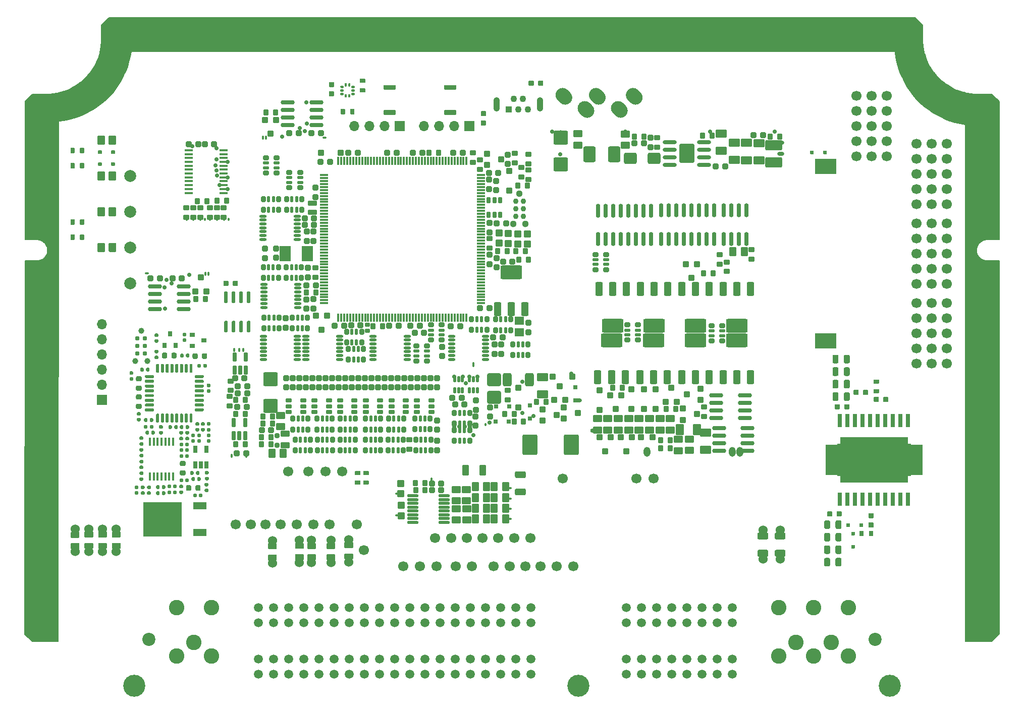
<source format=gts>
G75*
G70*
%OFA0B0*%
%FSLAX25Y25*%
%IPPOS*%
%LPD*%
%AMOC8*
5,1,8,0,0,1.08239X$1,22.5*
%
%AMM101*
21,1,0.076380,0.036220,0.000000,0.000000,270.000000*
21,1,0.061810,0.050790,0.000000,0.000000,270.000000*
1,1,0.014570,-0.018110,-0.030910*
1,1,0.014570,-0.018110,0.030910*
1,1,0.014570,0.018110,0.030910*
1,1,0.014570,0.018110,-0.030910*
%
%AMM102*
21,1,0.040950,0.030320,0.000000,0.000000,90.000000*
21,1,0.028350,0.042910,0.000000,0.000000,90.000000*
1,1,0.012600,0.015160,0.014170*
1,1,0.012600,0.015160,-0.014170*
1,1,0.012600,-0.015160,-0.014170*
1,1,0.012600,-0.015160,0.014170*
%
%AMM103*
21,1,0.048820,0.075980,0.000000,0.000000,180.000000*
21,1,0.034650,0.090160,0.000000,0.000000,180.000000*
1,1,0.014170,-0.017320,0.037990*
1,1,0.014170,0.017320,0.037990*
1,1,0.014170,0.017320,-0.037990*
1,1,0.014170,-0.017320,-0.037990*
%
%AMM104*
21,1,0.048820,0.075990,0.000000,0.000000,180.000000*
21,1,0.034650,0.090160,0.000000,0.000000,180.000000*
1,1,0.014170,-0.017320,0.037990*
1,1,0.014170,0.017320,0.037990*
1,1,0.014170,0.017320,-0.037990*
1,1,0.014170,-0.017320,-0.037990*
%
%AMM105*
21,1,0.143310,0.067720,0.000000,0.000000,180.000000*
21,1,0.120870,0.090160,0.000000,0.000000,180.000000*
1,1,0.022440,-0.060430,0.033860*
1,1,0.022440,0.060430,0.033860*
1,1,0.022440,0.060430,-0.033860*
1,1,0.022440,-0.060430,-0.033860*
%
%AMM106*
21,1,0.031100,0.026380,0.000000,0.000000,90.000000*
21,1,0.020470,0.037010,0.000000,0.000000,90.000000*
1,1,0.010630,0.013190,0.010240*
1,1,0.010630,0.013190,-0.010240*
1,1,0.010630,-0.013190,-0.010240*
1,1,0.010630,-0.013190,0.010240*
%
%AMM107*
21,1,0.023230,0.027950,0.000000,0.000000,90.000000*
21,1,0.014170,0.037010,0.000000,0.000000,90.000000*
1,1,0.009060,0.013980,0.007090*
1,1,0.009060,0.013980,-0.007090*
1,1,0.009060,-0.013980,-0.007090*
1,1,0.009060,-0.013980,0.007090*
%
%AMM108*
21,1,0.041340,0.026770,0.000000,0.000000,90.000000*
21,1,0.029130,0.038980,0.000000,0.000000,90.000000*
1,1,0.012210,0.013390,0.014570*
1,1,0.012210,0.013390,-0.014570*
1,1,0.012210,-0.013390,-0.014570*
1,1,0.012210,-0.013390,0.014570*
%
%AMM120*
21,1,0.100000,0.111020,0.000000,0.000000,180.000000*
21,1,0.075590,0.135430,0.000000,0.000000,180.000000*
1,1,0.024410,-0.037800,0.055510*
1,1,0.024410,0.037800,0.055510*
1,1,0.024410,0.037800,-0.055510*
1,1,0.024410,-0.037800,-0.055510*
%
%AMM121*
21,1,0.029130,0.018900,0.000000,0.000000,270.000000*
21,1,0.018900,0.029130,0.000000,0.000000,270.000000*
1,1,0.010240,-0.009450,-0.009450*
1,1,0.010240,-0.009450,0.009450*
1,1,0.010240,0.009450,0.009450*
1,1,0.010240,0.009450,-0.009450*
%
%AMM122*
21,1,0.041340,0.026770,0.000000,0.000000,0.000000*
21,1,0.029130,0.038980,0.000000,0.000000,0.000000*
1,1,0.012210,0.014570,-0.013390*
1,1,0.012210,-0.014570,-0.013390*
1,1,0.012210,-0.014570,0.013390*
1,1,0.012210,0.014570,0.013390*
%
%AMM123*
21,1,0.029130,0.018900,0.000000,0.000000,180.000000*
21,1,0.018900,0.029130,0.000000,0.000000,180.000000*
1,1,0.010240,-0.009450,0.009450*
1,1,0.010240,0.009450,0.009450*
1,1,0.010240,0.009450,-0.009450*
1,1,0.010240,-0.009450,-0.009450*
%
%AMM124*
21,1,0.040950,0.030320,0.000000,0.000000,0.000000*
21,1,0.028350,0.042910,0.000000,0.000000,0.000000*
1,1,0.012600,0.014170,-0.015160*
1,1,0.012600,-0.014170,-0.015160*
1,1,0.012600,-0.014170,0.015160*
1,1,0.012600,0.014170,0.015160*
%
%AMM125*
21,1,0.084250,0.070870,0.000000,0.000000,270.000000*
21,1,0.062990,0.092130,0.000000,0.000000,270.000000*
1,1,0.021260,-0.035430,-0.031500*
1,1,0.021260,-0.035430,0.031500*
1,1,0.021260,0.035430,0.031500*
1,1,0.021260,0.035430,-0.031500*
%
%AMM126*
21,1,0.056690,0.068500,0.000000,0.000000,180.000000*
21,1,0.040950,0.084250,0.000000,0.000000,180.000000*
1,1,0.015750,-0.020470,0.034250*
1,1,0.015750,0.020470,0.034250*
1,1,0.015750,0.020470,-0.034250*
1,1,0.015750,-0.020470,-0.034250*
%
%AMM127*
21,1,0.038980,0.026770,0.000000,0.000000,90.000000*
21,1,0.026770,0.038980,0.000000,0.000000,90.000000*
1,1,0.012210,0.013390,0.013390*
1,1,0.012210,0.013390,-0.013390*
1,1,0.012210,-0.013390,-0.013390*
1,1,0.012210,-0.013390,0.013390*
%
%AMM129*
21,1,0.044880,0.049210,0.000000,0.000000,0.000000*
21,1,0.031500,0.062600,0.000000,0.000000,0.000000*
1,1,0.013390,0.015750,-0.024610*
1,1,0.013390,-0.015750,-0.024610*
1,1,0.013390,-0.015750,0.024610*
1,1,0.013390,0.015750,0.024610*
%
%AMM136*
21,1,0.027170,0.052760,-0.000000,0.000000,0.000000*
21,1,0.017320,0.062600,-0.000000,0.000000,0.000000*
1,1,0.009840,0.008660,-0.026380*
1,1,0.009840,-0.008660,-0.026380*
1,1,0.009840,-0.008660,0.026380*
1,1,0.009840,0.008660,0.026380*
%
%AMM137*
21,1,0.033070,0.030710,-0.000000,0.000000,0.000000*
21,1,0.022050,0.041730,-0.000000,0.000000,0.000000*
1,1,0.011020,0.011020,-0.015350*
1,1,0.011020,-0.011020,-0.015350*
1,1,0.011020,-0.011020,0.015350*
1,1,0.011020,0.011020,0.015350*
%
%AMM138*
21,1,0.033070,0.030710,-0.000000,0.000000,270.000000*
21,1,0.022050,0.041730,-0.000000,0.000000,270.000000*
1,1,0.011020,-0.015350,-0.011020*
1,1,0.011020,-0.015350,0.011020*
1,1,0.011020,0.015350,0.011020*
1,1,0.011020,0.015350,-0.011020*
%
%AMM139*
21,1,0.038980,0.026770,-0.000000,0.000000,0.000000*
21,1,0.026770,0.038980,-0.000000,0.000000,0.000000*
1,1,0.012210,0.013390,-0.013390*
1,1,0.012210,-0.013390,-0.013390*
1,1,0.012210,-0.013390,0.013390*
1,1,0.012210,0.013390,0.013390*
%
%AMM147*
21,1,0.040950,0.030320,-0.000000,-0.000000,0.000000*
21,1,0.028350,0.042910,-0.000000,-0.000000,0.000000*
1,1,0.012600,0.014170,-0.015160*
1,1,0.012600,-0.014170,-0.015160*
1,1,0.012600,-0.014170,0.015160*
1,1,0.012600,0.014170,0.015160*
%
%AMM148*
21,1,0.038980,0.026770,-0.000000,-0.000000,180.000000*
21,1,0.026770,0.038980,-0.000000,-0.000000,180.000000*
1,1,0.012210,-0.013390,0.013390*
1,1,0.012210,0.013390,0.013390*
1,1,0.012210,0.013390,-0.013390*
1,1,0.012210,-0.013390,-0.013390*
%
%AMM149*
21,1,0.033070,0.030710,-0.000000,-0.000000,0.000000*
21,1,0.022050,0.041730,-0.000000,-0.000000,0.000000*
1,1,0.011020,0.011020,-0.015350*
1,1,0.011020,-0.011020,-0.015350*
1,1,0.011020,-0.011020,0.015350*
1,1,0.011020,0.011020,0.015350*
%
%AMM17*
21,1,0.044880,0.049210,0.000000,0.000000,90.000000*
21,1,0.031500,0.062600,0.000000,0.000000,90.000000*
1,1,0.013390,0.024610,0.015750*
1,1,0.013390,0.024610,-0.015750*
1,1,0.013390,-0.024610,-0.015750*
1,1,0.013390,-0.024610,0.015750*
%
%AMM173*
21,1,0.018110,0.028980,0.000000,-0.000000,180.000000*
21,1,0.010080,0.037010,0.000000,-0.000000,180.000000*
1,1,0.008030,-0.005040,0.014490*
1,1,0.008030,0.005040,0.014490*
1,1,0.008030,0.005040,-0.014490*
1,1,0.008030,-0.005040,-0.014490*
%
%AMM174*
21,1,0.023230,0.027950,0.000000,-0.000000,0.000000*
21,1,0.014170,0.037010,0.000000,-0.000000,0.000000*
1,1,0.009060,0.007090,-0.013980*
1,1,0.009060,-0.007090,-0.013980*
1,1,0.009060,-0.007090,0.013980*
1,1,0.009060,0.007090,0.013980*
%
%AMM175*
21,1,0.031100,0.026380,0.000000,-0.000000,0.000000*
21,1,0.020470,0.037010,0.000000,-0.000000,0.000000*
1,1,0.010630,0.010240,-0.013190*
1,1,0.010630,-0.010240,-0.013190*
1,1,0.010630,-0.010240,0.013190*
1,1,0.010630,0.010240,0.013190*
%
%AMM176*
21,1,0.038980,0.026770,0.000000,-0.000000,90.000000*
21,1,0.026770,0.038980,0.000000,-0.000000,90.000000*
1,1,0.012210,0.013390,0.013390*
1,1,0.012210,0.013390,-0.013390*
1,1,0.012210,-0.013390,-0.013390*
1,1,0.012210,-0.013390,0.013390*
%
%AMM177*
21,1,0.038980,0.026770,0.000000,-0.000000,180.000000*
21,1,0.026770,0.038980,0.000000,-0.000000,180.000000*
1,1,0.012210,-0.013390,0.013390*
1,1,0.012210,0.013390,0.013390*
1,1,0.012210,0.013390,-0.013390*
1,1,0.012210,-0.013390,-0.013390*
%
%AMM18*
21,1,0.111810,0.050390,0.000000,0.000000,0.000000*
21,1,0.093700,0.068500,0.000000,0.000000,0.000000*
1,1,0.018110,0.046850,-0.025200*
1,1,0.018110,-0.046850,-0.025200*
1,1,0.018110,-0.046850,0.025200*
1,1,0.018110,0.046850,0.025200*
%
%AMM19*
21,1,0.080320,0.083460,0.000000,0.000000,180.000000*
21,1,0.059840,0.103940,0.000000,0.000000,180.000000*
1,1,0.020470,-0.029920,0.041730*
1,1,0.020470,0.029920,0.041730*
1,1,0.020470,0.029920,-0.041730*
1,1,0.020470,-0.029920,-0.041730*
%
%AMM20*
21,1,0.038980,0.026770,0.000000,0.000000,180.000000*
21,1,0.026770,0.038980,0.000000,0.000000,180.000000*
1,1,0.012210,-0.013390,0.013390*
1,1,0.012210,0.013390,0.013390*
1,1,0.012210,0.013390,-0.013390*
1,1,0.012210,-0.013390,-0.013390*
%
%AMM21*
21,1,0.038980,0.026770,0.000000,0.000000,270.000000*
21,1,0.026770,0.038980,0.000000,0.000000,270.000000*
1,1,0.012210,-0.013390,-0.013390*
1,1,0.012210,-0.013390,0.013390*
1,1,0.012210,0.013390,0.013390*
1,1,0.012210,0.013390,-0.013390*
%
%AMM22*
21,1,0.127560,0.075590,0.000000,0.000000,270.000000*
21,1,0.103150,0.100000,0.000000,0.000000,270.000000*
1,1,0.024410,-0.037800,-0.051580*
1,1,0.024410,-0.037800,0.051580*
1,1,0.024410,0.037800,0.051580*
1,1,0.024410,0.037800,-0.051580*
%
%AMM23*
21,1,0.084250,0.053540,0.000000,0.000000,180.000000*
21,1,0.065350,0.072440,0.000000,0.000000,180.000000*
1,1,0.018900,-0.032680,0.026770*
1,1,0.018900,0.032680,0.026770*
1,1,0.018900,0.032680,-0.026770*
1,1,0.018900,-0.032680,-0.026770*
%
%AMM24*
21,1,0.076380,0.036220,0.000000,0.000000,180.000000*
21,1,0.061810,0.050790,0.000000,0.000000,180.000000*
1,1,0.014570,-0.030910,0.018110*
1,1,0.014570,0.030910,0.018110*
1,1,0.014570,0.030910,-0.018110*
1,1,0.014570,-0.030910,-0.018110*
%
%AMM25*
21,1,0.092130,0.073230,0.000000,0.000000,90.000000*
21,1,0.069290,0.096060,0.000000,0.000000,90.000000*
1,1,0.022840,0.036610,0.034650*
1,1,0.022840,0.036610,-0.034650*
1,1,0.022840,-0.036610,-0.034650*
1,1,0.022840,-0.036610,0.034650*
%
%AMM26*
21,1,0.033070,0.030710,0.000000,0.000000,90.000000*
21,1,0.022050,0.041730,0.000000,0.000000,90.000000*
1,1,0.011020,0.015350,0.011020*
1,1,0.011020,0.015350,-0.011020*
1,1,0.011020,-0.015350,-0.011020*
1,1,0.011020,-0.015350,0.011020*
%
%AMM4*
21,1,0.040950,0.030320,0.000000,0.000000,180.000000*
21,1,0.028350,0.042910,0.000000,0.000000,180.000000*
1,1,0.012600,-0.014170,0.015160*
1,1,0.012600,0.014170,0.015160*
1,1,0.012600,0.014170,-0.015160*
1,1,0.012600,-0.014170,-0.015160*
%
%AMM5*
21,1,0.038980,0.026770,0.000000,0.000000,0.000000*
21,1,0.026770,0.038980,0.000000,0.000000,0.000000*
1,1,0.012210,0.013390,-0.013390*
1,1,0.012210,-0.013390,-0.013390*
1,1,0.012210,-0.013390,0.013390*
1,1,0.012210,0.013390,0.013390*
%
%AMM52*
21,1,0.033070,0.018900,0.000000,0.000000,180.000000*
21,1,0.022840,0.029130,0.000000,0.000000,180.000000*
1,1,0.010240,-0.011420,0.009450*
1,1,0.010240,0.011420,0.009450*
1,1,0.010240,0.011420,-0.009450*
1,1,0.010240,-0.011420,-0.009450*
%
%AMM53*
21,1,0.015350,0.017720,0.000000,0.000000,180.000000*
21,1,0.000000,0.033070,0.000000,0.000000,180.000000*
1,1,0.015350,0.000000,0.008860*
1,1,0.015350,0.000000,0.008860*
1,1,0.015350,0.000000,-0.008860*
1,1,0.015350,0.000000,-0.008860*
%
%AMM54*
21,1,0.143310,0.067720,0.000000,0.000000,0.000000*
21,1,0.120870,0.090160,0.000000,0.000000,0.000000*
1,1,0.022440,0.060430,-0.033860*
1,1,0.022440,-0.060430,-0.033860*
1,1,0.022440,-0.060430,0.033860*
1,1,0.022440,0.060430,0.033860*
%
%AMM55*
21,1,0.048820,0.075980,0.000000,0.000000,0.000000*
21,1,0.034650,0.090160,0.000000,0.000000,0.000000*
1,1,0.014170,0.017320,-0.037990*
1,1,0.014170,-0.017320,-0.037990*
1,1,0.014170,-0.017320,0.037990*
1,1,0.014170,0.017320,0.037990*
%
%AMM56*
21,1,0.048820,0.075990,0.000000,0.000000,0.000000*
21,1,0.034650,0.090160,0.000000,0.000000,0.000000*
1,1,0.014170,0.017320,-0.037990*
1,1,0.014170,-0.017320,-0.037990*
1,1,0.014170,-0.017320,0.037990*
1,1,0.014170,0.017320,0.037990*
%
%AMM57*
21,1,0.044880,0.035430,0.000000,0.000000,270.000000*
21,1,0.031500,0.048820,0.000000,0.000000,270.000000*
1,1,0.013390,-0.017720,-0.015750*
1,1,0.013390,-0.017720,0.015750*
1,1,0.013390,0.017720,0.015750*
1,1,0.013390,0.017720,-0.015750*
%
%AMM58*
21,1,0.040950,0.030320,0.000000,0.000000,270.000000*
21,1,0.028350,0.042910,0.000000,0.000000,270.000000*
1,1,0.012600,-0.015160,-0.014170*
1,1,0.012600,-0.015160,0.014170*
1,1,0.012600,0.015160,0.014170*
1,1,0.012600,0.015160,-0.014170*
%
%AMM59*
21,1,0.029130,0.030710,0.000000,0.000000,180.000000*
21,1,0.018900,0.040950,0.000000,0.000000,180.000000*
1,1,0.010240,-0.009450,0.015350*
1,1,0.010240,0.009450,0.015350*
1,1,0.010240,0.009450,-0.015350*
1,1,0.010240,-0.009450,-0.015350*
%
%AMM6*
21,1,0.033070,0.030710,0.000000,0.000000,180.000000*
21,1,0.022050,0.041730,0.000000,0.000000,180.000000*
1,1,0.011020,-0.011020,0.015350*
1,1,0.011020,0.011020,0.015350*
1,1,0.011020,0.011020,-0.015350*
1,1,0.011020,-0.011020,-0.015350*
%
%AMM60*
21,1,0.031100,0.026380,0.000000,0.000000,0.000000*
21,1,0.020470,0.037010,0.000000,0.000000,0.000000*
1,1,0.010630,0.010240,-0.013190*
1,1,0.010630,-0.010240,-0.013190*
1,1,0.010630,-0.010240,0.013190*
1,1,0.010630,0.010240,0.013190*
%
%AMM61*
21,1,0.023230,0.027950,0.000000,0.000000,0.000000*
21,1,0.014170,0.037010,0.000000,0.000000,0.000000*
1,1,0.009060,0.007090,-0.013980*
1,1,0.009060,-0.007090,-0.013980*
1,1,0.009060,-0.007090,0.013980*
1,1,0.009060,0.007090,0.013980*
%
%AMM62*
21,1,0.041340,0.026770,0.000000,0.000000,270.000000*
21,1,0.029130,0.038980,0.000000,0.000000,270.000000*
1,1,0.012210,-0.013390,-0.014570*
1,1,0.012210,-0.013390,0.014570*
1,1,0.012210,0.013390,0.014570*
1,1,0.012210,0.013390,-0.014570*
%
%AMM63*
21,1,0.031100,0.026380,0.000000,0.000000,270.000000*
21,1,0.020470,0.037010,0.000000,0.000000,270.000000*
1,1,0.010630,-0.013190,-0.010240*
1,1,0.010630,-0.013190,0.010240*
1,1,0.010630,0.013190,0.010240*
1,1,0.010630,0.013190,-0.010240*
%
%AMM64*
21,1,0.023230,0.027950,0.000000,0.000000,270.000000*
21,1,0.014170,0.037010,0.000000,0.000000,270.000000*
1,1,0.009060,-0.013980,-0.007090*
1,1,0.009060,-0.013980,0.007090*
1,1,0.009060,0.013980,0.007090*
1,1,0.009060,0.013980,-0.007090*
%
%AMM65*
21,1,0.033070,0.049610,0.000000,0.000000,270.000000*
21,1,0.022050,0.060630,0.000000,0.000000,270.000000*
1,1,0.011020,-0.024800,-0.011020*
1,1,0.011020,-0.024800,0.011020*
1,1,0.011020,0.024800,0.011020*
1,1,0.011020,0.024800,-0.011020*
%
%AMM66*
21,1,0.041340,0.026770,0.000000,0.000000,180.000000*
21,1,0.029130,0.038980,0.000000,0.000000,180.000000*
1,1,0.012210,-0.014570,0.013390*
1,1,0.012210,0.014570,0.013390*
1,1,0.012210,0.014570,-0.013390*
1,1,0.012210,-0.014570,-0.013390*
%
%AMM79*
21,1,0.040950,0.050000,0.000000,0.000000,270.000000*
21,1,0.028350,0.062600,0.000000,0.000000,270.000000*
1,1,0.012600,-0.025000,-0.014170*
1,1,0.012600,-0.025000,0.014170*
1,1,0.012600,0.025000,0.014170*
1,1,0.012600,0.025000,-0.014170*
%
%AMM80*
21,1,0.092130,0.073230,0.000000,0.000000,270.000000*
21,1,0.069290,0.096060,0.000000,0.000000,270.000000*
1,1,0.022840,-0.036610,-0.034650*
1,1,0.022840,-0.036610,0.034650*
1,1,0.022840,0.036610,0.034650*
1,1,0.022840,0.036610,-0.034650*
%
%AMM81*
21,1,0.044880,0.049210,0.000000,0.000000,180.000000*
21,1,0.031500,0.062600,0.000000,0.000000,180.000000*
1,1,0.013390,-0.015750,0.024610*
1,1,0.013390,0.015750,0.024610*
1,1,0.013390,0.015750,-0.024610*
1,1,0.013390,-0.015750,-0.024610*
%
%AMM82*
21,1,0.029130,0.030710,0.000000,0.000000,90.000000*
21,1,0.018900,0.040950,0.000000,0.000000,90.000000*
1,1,0.010240,0.015350,0.009450*
1,1,0.010240,0.015350,-0.009450*
1,1,0.010240,-0.015350,-0.009450*
1,1,0.010240,-0.015350,0.009450*
%
%AMM83*
21,1,0.033070,0.030710,0.000000,0.000000,0.000000*
21,1,0.022050,0.041730,0.000000,0.000000,0.000000*
1,1,0.011020,0.011020,-0.015350*
1,1,0.011020,-0.011020,-0.015350*
1,1,0.011020,-0.011020,0.015350*
1,1,0.011020,0.011020,0.015350*
%
%AMM89*
21,1,0.033070,0.030710,0.000000,0.000000,270.000000*
21,1,0.022050,0.041730,0.000000,0.000000,270.000000*
1,1,0.011020,-0.015350,-0.011020*
1,1,0.011020,-0.015350,0.011020*
1,1,0.011020,0.015350,0.011020*
1,1,0.011020,0.015350,-0.011020*
%
%ADD102O,0.01417X0.05669*%
%ADD103R,0.03543X0.03150*%
%ADD104C,0.03651*%
%ADD105O,0.09213X0.02520*%
%ADD107O,0.01969X0.00984*%
%ADD11M54*%
%ADD110M103*%
%ADD114M52*%
%ADD123O,0.04331X0.09449*%
%ADD125M82*%
%ADD130M107*%
%ADD131O,0.03937X0.05906*%
%ADD132C,0.02362*%
%ADD136O,0.01535X0.02520*%
%ADD140M21*%
%ADD146M126*%
%ADD15O,0.05512X0.01535*%
%ADD150M26*%
%ADD152O,0.03701X0.02913*%
%ADD154O,0.06693X0.06693*%
%ADD158M66*%
%ADD16C,0.03100*%
%ADD162C,0.14567*%
%ADD164O,0.02913X0.09213*%
%ADD17M61*%
%ADD170M58*%
%ADD174M127*%
%ADD177M104*%
%ADD181M102*%
%ADD185M63*%
%ADD189O,0.04488X0.06457*%
%ADD19M55*%
%ADD190M25*%
%ADD191R,0.08000X0.20000*%
%ADD194R,0.45000X0.30000*%
%ADD197M65*%
%ADD20M79*%
%ADD200M64*%
%ADD202O,0.00984X0.01969*%
%ADD209C,0.03701*%
%ADD210M105*%
%ADD211M120*%
%ADD215O,0.05669X0.01417*%
%ADD216C,0.05906*%
%ADD22M81*%
%ADD220M17*%
%ADD224O,0.09213X0.02913*%
%ADD226O,0.04488X0.02520*%
%ADD227M24*%
%ADD23M19*%
%ADD230R,0.06457X0.05669*%
%ADD233M101*%
%ADD235O,0.03150X0.02362*%
%ADD239M80*%
%ADD241M53*%
%ADD246C,0.06000*%
%ADD250M6*%
%ADD260M124*%
%ADD261C,0.04451*%
%ADD262O,0.02520X0.01535*%
%ADD264O,0.01339X0.02126*%
%ADD265R,0.04331X0.04331*%
%ADD267M59*%
%ADD269C,0.08661*%
%ADD270C,0.04331*%
%ADD273M62*%
%ADD276M18*%
%ADD279M23*%
%ADD28M123*%
%ADD286M60*%
%ADD288M122*%
%ADD289M22*%
%ADD29M89*%
%ADD291O,0.00787X0.01575*%
%ADD296R,0.03150X0.08661*%
%ADD30M108*%
%ADD301R,0.00800X0.06000*%
%ADD31M121*%
%ADD312M57*%
%ADD313C,0.03900*%
%ADD318M136*%
%ADD319M137*%
%ADD32M129*%
%ADD320M138*%
%ADD321M139*%
%ADD322R,0.02559X0.04803*%
%ADD323R,0.01772X0.05709*%
%ADD324R,0.08661X0.04724*%
%ADD325R,0.25197X0.22835*%
%ADD33M5*%
%ADD337M147*%
%ADD338M148*%
%ADD339M149*%
%ADD34O,0.03937X0.01969*%
%ADD363M173*%
%ADD364M174*%
%ADD365M175*%
%ADD366M176*%
%ADD367M177*%
%ADD37O,0.02520X0.04488*%
%ADD41C,0.06693*%
%ADD43C,0.07874*%
%ADD46C,0.00039*%
%ADD48R,0.07244X0.10000*%
%ADD49O,0.01339X0.02520*%
%ADD50R,0.06693X0.06693*%
%ADD51R,0.14173X0.10236*%
%ADD59R,0.03150X0.03543*%
%ADD62O,0.04882X0.01732*%
%ADD64O,0.07638X0.01929*%
%ADD66C,0.00787*%
%ADD73C,0.10236*%
%ADD76M4*%
%ADD78M20*%
%ADD84M56*%
%ADD90M83*%
%ADD91C,0.02913*%
%ADD92M106*%
%ADD94M125*%
%ADD99O,0.00787X0.01969*%
X0000000Y0000000D02*
%LPD*%
G01*
D46*
X0584262Y0181629D02*
X0585839Y0181629D01*
X0585839Y0181629D02*
X0585839Y0160818D01*
X0585839Y0160818D02*
X0584262Y0160818D01*
X0584262Y0160818D02*
X0584262Y0181629D01*
G36*
X0585839Y0160818D02*
G01*
X0584262Y0160818D01*
X0584262Y0181629D01*
X0585839Y0181629D01*
X0585839Y0160818D01*
G37*
X0585839Y0160818D02*
X0584262Y0160818D01*
X0584262Y0181629D01*
X0585839Y0181629D01*
X0585839Y0160818D01*
X0537791Y0181629D02*
X0539439Y0181629D01*
X0539439Y0181629D02*
X0539439Y0160808D01*
X0539439Y0160808D02*
X0537791Y0160808D01*
X0537791Y0160808D02*
X0537791Y0181629D01*
G36*
X0539439Y0160808D02*
G01*
X0537791Y0160808D01*
X0537791Y0181629D01*
X0539439Y0181629D01*
X0539439Y0160808D01*
G37*
X0539439Y0160808D02*
X0537791Y0160808D01*
X0537791Y0181629D01*
X0539439Y0181629D01*
X0539439Y0160808D01*
D162*
X0572236Y0021622D03*
X0073417Y0021622D03*
X0366724Y0021622D03*
D269*
X0562591Y0052331D03*
X0083063Y0052331D03*
D73*
X0101370Y0041307D03*
X0124205Y0041307D03*
X0112787Y0050480D03*
X0101370Y0073315D03*
X0124205Y0073315D03*
D216*
X0335307Y0073315D03*
X0325307Y0073315D03*
X0315307Y0073315D03*
X0305307Y0073315D03*
X0295307Y0073315D03*
X0285307Y0073315D03*
X0275307Y0073315D03*
X0265307Y0073315D03*
X0255307Y0073315D03*
X0245307Y0073315D03*
X0235307Y0073315D03*
X0225307Y0073315D03*
X0215307Y0073315D03*
X0205307Y0073315D03*
X0195307Y0073315D03*
X0185307Y0073315D03*
X0175307Y0073315D03*
X0165307Y0073315D03*
X0155307Y0073315D03*
X0335307Y0063315D03*
X0325307Y0063315D03*
X0315307Y0063315D03*
X0305307Y0063315D03*
X0295307Y0063315D03*
X0285307Y0063315D03*
X0275307Y0063315D03*
X0265307Y0063315D03*
X0255307Y0063315D03*
X0245307Y0063315D03*
X0235307Y0063315D03*
X0225307Y0063315D03*
X0215307Y0063315D03*
X0205307Y0063315D03*
X0195307Y0063315D03*
X0185307Y0063315D03*
X0175307Y0063315D03*
X0165307Y0063315D03*
X0155307Y0063315D03*
X0335307Y0039496D03*
X0325307Y0039496D03*
X0315307Y0039496D03*
X0305307Y0039496D03*
X0295307Y0039496D03*
X0285307Y0039496D03*
X0275307Y0039496D03*
X0265307Y0039496D03*
X0255307Y0039496D03*
X0245307Y0039496D03*
X0235307Y0039496D03*
X0225307Y0039496D03*
X0215307Y0039496D03*
X0205307Y0039496D03*
X0195307Y0039496D03*
X0185307Y0039496D03*
X0175307Y0039496D03*
X0165307Y0039496D03*
X0155307Y0039496D03*
X0335307Y0029496D03*
X0325307Y0029496D03*
X0315307Y0029496D03*
X0305307Y0029496D03*
X0295307Y0029496D03*
X0285307Y0029496D03*
X0275307Y0029496D03*
X0265307Y0029496D03*
X0255307Y0029496D03*
X0245307Y0029496D03*
X0235307Y0029496D03*
X0225307Y0029496D03*
X0215307Y0029496D03*
X0205307Y0029496D03*
X0195307Y0029496D03*
X0185307Y0029496D03*
X0175307Y0029496D03*
X0165307Y0029496D03*
X0155307Y0029496D03*
X0398181Y0029496D03*
X0408181Y0029496D03*
X0418181Y0029496D03*
X0428181Y0029496D03*
X0438181Y0029496D03*
X0448181Y0029496D03*
X0458181Y0029496D03*
X0468181Y0029496D03*
X0398181Y0039496D03*
X0408181Y0039496D03*
X0418181Y0039496D03*
X0428181Y0039496D03*
X0438181Y0039496D03*
X0448181Y0039496D03*
X0458181Y0039496D03*
X0468181Y0039496D03*
X0398181Y0063315D03*
X0408181Y0063315D03*
X0418181Y0063315D03*
X0428181Y0063315D03*
X0438181Y0063315D03*
X0448181Y0063315D03*
X0458181Y0063315D03*
X0468181Y0063315D03*
X0398181Y0073315D03*
X0408181Y0073315D03*
X0418181Y0073315D03*
X0428181Y0073315D03*
X0438181Y0073315D03*
X0448181Y0073315D03*
X0458181Y0073315D03*
X0468181Y0073315D03*
D73*
X0499008Y0041307D03*
X0521843Y0041307D03*
X0545071Y0041307D03*
X0510425Y0050480D03*
X0533654Y0050480D03*
X0499008Y0073315D03*
X0521843Y0073315D03*
X0545071Y0073315D03*
G36*
G01*
X0297805Y0234828D02*
X0297805Y0233057D01*
G75*
G02*
X0297313Y0232564I-000492J0000000D01*
G01*
X0297313Y0232564D01*
G75*
G02*
X0296821Y0233057I0000000J0000492D01*
G01*
X0296821Y0234828D01*
G75*
G02*
X0297313Y0235320I0000492J0000000D01*
G01*
X0297313Y0235320D01*
G75*
G02*
X0297805Y0234828I0000000J-000492D01*
G01*
G37*
G36*
G01*
X0134429Y0255315D02*
X0133248Y0255315D01*
G75*
G02*
X0132657Y0255906I0000000J0000591D01*
G01*
X0132657Y0262402D01*
G75*
G02*
X0133248Y0262992I0000591J0000000D01*
G01*
X0134429Y0262992D01*
G75*
G02*
X0135020Y0262402I0000000J-000591D01*
G01*
X0135020Y0255906D01*
G75*
G02*
X0134429Y0255315I-000591J0000000D01*
G01*
G37*
G36*
G01*
X0139429Y0255315D02*
X0138248Y0255315D01*
G75*
G02*
X0137657Y0255906I0000000J0000591D01*
G01*
X0137657Y0262402D01*
G75*
G02*
X0138248Y0262992I0000591J0000000D01*
G01*
X0139429Y0262992D01*
G75*
G02*
X0140020Y0262402I0000000J-000591D01*
G01*
X0140020Y0255906D01*
G75*
G02*
X0139429Y0255315I-000591J0000000D01*
G01*
G37*
G36*
G01*
X0144429Y0255315D02*
X0143248Y0255315D01*
G75*
G02*
X0142657Y0255906I0000000J0000591D01*
G01*
X0142657Y0262402D01*
G75*
G02*
X0143248Y0262992I0000591J0000000D01*
G01*
X0144429Y0262992D01*
G75*
G02*
X0145020Y0262402I0000000J-000591D01*
G01*
X0145020Y0255906D01*
G75*
G02*
X0144429Y0255315I-000591J0000000D01*
G01*
G37*
G36*
G01*
X0149429Y0255315D02*
X0148248Y0255315D01*
G75*
G02*
X0147657Y0255906I0000000J0000591D01*
G01*
X0147657Y0262402D01*
G75*
G02*
X0148248Y0262992I0000591J0000000D01*
G01*
X0149429Y0262992D01*
G75*
G02*
X0150020Y0262402I0000000J-000591D01*
G01*
X0150020Y0255906D01*
G75*
G02*
X0149429Y0255315I-000591J0000000D01*
G01*
G37*
G36*
G01*
X0149429Y0274803D02*
X0148248Y0274803D01*
G75*
G02*
X0147657Y0275394I0000000J0000591D01*
G01*
X0147657Y0281890D01*
G75*
G02*
X0148248Y0282480I0000591J0000000D01*
G01*
X0149429Y0282480D01*
G75*
G02*
X0150020Y0281890I0000000J-000591D01*
G01*
X0150020Y0275394D01*
G75*
G02*
X0149429Y0274803I-000591J0000000D01*
G01*
G37*
G36*
G01*
X0144429Y0274803D02*
X0143248Y0274803D01*
G75*
G02*
X0142657Y0275394I0000000J0000591D01*
G01*
X0142657Y0281890D01*
G75*
G02*
X0143248Y0282480I0000591J0000000D01*
G01*
X0144429Y0282480D01*
G75*
G02*
X0145020Y0281890I0000000J-000591D01*
G01*
X0145020Y0275394D01*
G75*
G02*
X0144429Y0274803I-000591J0000000D01*
G01*
G37*
G36*
G01*
X0139429Y0274803D02*
X0138248Y0274803D01*
G75*
G02*
X0137657Y0275394I0000000J0000591D01*
G01*
X0137657Y0281890D01*
G75*
G02*
X0138248Y0282480I0000591J0000000D01*
G01*
X0139429Y0282480D01*
G75*
G02*
X0140020Y0281890I0000000J-000591D01*
G01*
X0140020Y0275394D01*
G75*
G02*
X0139429Y0274803I-000591J0000000D01*
G01*
G37*
G36*
G01*
X0134429Y0274803D02*
X0133248Y0274803D01*
G75*
G02*
X0132657Y0275394I0000000J0000591D01*
G01*
X0132657Y0281890D01*
G75*
G02*
X0133248Y0282480I0000591J0000000D01*
G01*
X0134429Y0282480D01*
G75*
G02*
X0135020Y0281890I0000000J-000591D01*
G01*
X0135020Y0275394D01*
G75*
G02*
X0134429Y0274803I-000591J0000000D01*
G01*
G37*
G36*
G01*
X0202205Y0420925D02*
X0204882Y0420925D01*
G75*
G02*
X0205217Y0420591I0000000J-000335D01*
G01*
X0205217Y0417913D01*
G75*
G02*
X0204882Y0417579I-000335J0000000D01*
G01*
X0202205Y0417579D01*
G75*
G02*
X0201870Y0417913I0000000J0000335D01*
G01*
X0201870Y0420591D01*
G75*
G02*
X0202205Y0420925I0000335J0000000D01*
G01*
G37*
G36*
G01*
X0202205Y0414705D02*
X0204882Y0414705D01*
G75*
G02*
X0205217Y0414370I0000000J-000335D01*
G01*
X0205217Y0411693D01*
G75*
G02*
X0204882Y0411358I-000335J0000000D01*
G01*
X0202205Y0411358D01*
G75*
G02*
X0201870Y0411693I0000000J0000335D01*
G01*
X0201870Y0414370D01*
G75*
G02*
X0202205Y0414705I0000335J0000000D01*
G01*
G37*
G36*
G01*
X0305276Y0392067D02*
X0302598Y0392067D01*
G75*
G02*
X0302264Y0392402I0000000J0000335D01*
G01*
X0302264Y0395079D01*
G75*
G02*
X0302598Y0395413I0000335J0000000D01*
G01*
X0305276Y0395413D01*
G75*
G02*
X0305610Y0395079I0000000J-000335D01*
G01*
X0305610Y0392402D01*
G75*
G02*
X0305276Y0392067I-000335J0000000D01*
G01*
G37*
G36*
G01*
X0305276Y0398287D02*
X0302598Y0398287D01*
G75*
G02*
X0302264Y0398622I0000000J0000335D01*
G01*
X0302264Y0401299D01*
G75*
G02*
X0302598Y0401634I0000335J0000000D01*
G01*
X0305276Y0401634D01*
G75*
G02*
X0305610Y0401299I0000000J-000335D01*
G01*
X0305610Y0398622D01*
G75*
G02*
X0305276Y0398287I-000335J0000000D01*
G01*
G37*
D41*
X0590000Y0287598D03*
X0590000Y0297598D03*
X0590000Y0307598D03*
X0590000Y0317598D03*
X0590000Y0327598D03*
X0600000Y0287598D03*
X0600000Y0297598D03*
X0600000Y0307598D03*
X0600000Y0317598D03*
X0600000Y0327598D03*
X0610000Y0287598D03*
X0610000Y0297598D03*
X0610000Y0307598D03*
X0610000Y0317598D03*
X0610000Y0327598D03*
X0202165Y0128543D03*
X0292913Y0119488D03*
D107*
X0198967Y0383983D03*
D202*
X0158219Y0384180D03*
X0160187Y0384180D03*
D132*
X0185974Y0388314D03*
X0182530Y0390381D03*
X0187156Y0393333D03*
X0186860Y0407310D03*
D291*
X0135895Y0329979D03*
X0132903Y0329979D03*
X0128277Y0329979D03*
X0123651Y0329979D03*
X0120344Y0329979D03*
X0117391Y0329979D03*
X0112765Y0329979D03*
X0108139Y0329979D03*
D132*
X0127982Y0369741D03*
X0135206Y0368068D03*
X0127135Y0365902D03*
X0127982Y0362458D03*
X0128277Y0359111D03*
X0135206Y0357831D03*
X0130049Y0352713D03*
X0135206Y0350154D03*
X0111879Y0378402D03*
X0127923Y0377221D03*
D131*
X0473356Y0176580D03*
X0468412Y0176580D03*
X0411817Y0176580D03*
D235*
X0376167Y0190345D03*
D41*
X0191535Y0128543D03*
X0160138Y0128543D03*
X0225098Y0111417D03*
X0363189Y0100689D03*
G36*
G01*
X0056346Y0356319D02*
X0056346Y0361201D01*
G75*
G02*
X0056858Y0361713I0000512J0000000D01*
G01*
X0060953Y0361713D01*
G75*
G02*
X0061465Y0361201I0000000J-000512D01*
G01*
X0061465Y0356319D01*
G75*
G02*
X0060953Y0355807I-000512J0000000D01*
G01*
X0056858Y0355807D01*
G75*
G02*
X0056346Y0356319I0000000J0000512D01*
G01*
G37*
G36*
G01*
X0048866Y0356319D02*
X0048866Y0361201D01*
G75*
G02*
X0049378Y0361713I0000512J0000000D01*
G01*
X0053472Y0361713D01*
G75*
G02*
X0053984Y0361201I0000000J-000512D01*
G01*
X0053984Y0356319D01*
G75*
G02*
X0053472Y0355807I-000512J0000000D01*
G01*
X0049378Y0355807D01*
G75*
G02*
X0048866Y0356319I0000000J0000512D01*
G01*
G37*
X0352362Y0100689D03*
X0416339Y0158760D03*
X0272047Y0119488D03*
G36*
G01*
X0031791Y0123524D02*
X0036713Y0123524D01*
G75*
G02*
X0037106Y0123130I0000000J-000394D01*
G01*
X0037106Y0119980D01*
G75*
G02*
X0036713Y0119587I-000394J0000000D01*
G01*
X0031791Y0119587D01*
G75*
G02*
X0031398Y0119980I0000000J0000394D01*
G01*
X0031398Y0123130D01*
G75*
G02*
X0031791Y0123524I0000394J0000000D01*
G01*
G37*
D246*
X0034252Y0125315D03*
D301*
X0034252Y0122815D03*
X0034252Y0112815D03*
G36*
G01*
X0031791Y0116043D02*
X0036713Y0116043D01*
G75*
G02*
X0037106Y0115650I0000000J-000394D01*
G01*
X0037106Y0112500D01*
G75*
G02*
X0036713Y0112106I-000394J0000000D01*
G01*
X0031791Y0112106D01*
G75*
G02*
X0031398Y0112500I0000000J0000394D01*
G01*
X0031398Y0115650D01*
G75*
G02*
X0031791Y0116043I0000394J0000000D01*
G01*
G37*
D246*
X0034252Y0110315D03*
D41*
X0590000Y0340000D03*
X0590000Y0350000D03*
X0590000Y0360000D03*
X0590000Y0370000D03*
X0590000Y0380000D03*
X0600000Y0340000D03*
X0600000Y0350000D03*
X0600000Y0360000D03*
X0600000Y0370000D03*
X0600000Y0380000D03*
X0610000Y0340000D03*
X0610000Y0350000D03*
X0610000Y0360000D03*
X0610000Y0370000D03*
X0610000Y0380000D03*
G36*
G01*
X0217421Y0105315D02*
X0212500Y0105315D01*
G75*
G02*
X0212106Y0105709I0000000J0000394D01*
G01*
X0212106Y0108858D01*
G75*
G02*
X0212500Y0109252I0000394J0000000D01*
G01*
X0217421Y0109252D01*
G75*
G02*
X0217815Y0108858I0000000J-000394D01*
G01*
X0217815Y0105709D01*
G75*
G02*
X0217421Y0105315I-000394J0000000D01*
G01*
G37*
D301*
X0214961Y0106024D03*
D246*
X0214961Y0103524D03*
X0214961Y0118524D03*
G36*
G01*
X0217421Y0112795D02*
X0212500Y0112795D01*
G75*
G02*
X0212106Y0113189I0000000J0000394D01*
G01*
X0212106Y0116339D01*
G75*
G02*
X0212500Y0116732I0000394J0000000D01*
G01*
X0217421Y0116732D01*
G75*
G02*
X0217815Y0116339I0000000J-000394D01*
G01*
X0217815Y0113189D01*
G75*
G02*
X0217421Y0112795I-000394J0000000D01*
G01*
G37*
D301*
X0214961Y0116024D03*
G36*
G01*
X0040205Y0377126D02*
X0040205Y0374055D01*
G75*
G02*
X0039929Y0373780I-000276J0000000D01*
G01*
X0037724Y0373780D01*
G75*
G02*
X0037449Y0374055I0000000J0000276D01*
G01*
X0037449Y0377126D01*
G75*
G02*
X0037724Y0377402I0000276J0000000D01*
G01*
X0039929Y0377402D01*
G75*
G02*
X0040205Y0377126I0000000J-000276D01*
G01*
G37*
G36*
G01*
X0033906Y0377126D02*
X0033906Y0374055D01*
G75*
G02*
X0033630Y0373780I-000276J0000000D01*
G01*
X0031425Y0373780D01*
G75*
G02*
X0031150Y0374055I0000000J0000276D01*
G01*
X0031150Y0377126D01*
G75*
G02*
X0031425Y0377402I0000276J0000000D01*
G01*
X0033630Y0377402D01*
G75*
G02*
X0033906Y0377126I0000000J-000276D01*
G01*
G37*
D41*
X0188386Y0163484D03*
G36*
G01*
X0571346Y0212331D02*
X0571346Y0209654D01*
G75*
G02*
X0571012Y0209320I-000335J0000000D01*
G01*
X0568335Y0209320D01*
G75*
G02*
X0568000Y0209654I0000000J0000335D01*
G01*
X0568000Y0212331D01*
G75*
G02*
X0568335Y0212666I0000335J0000000D01*
G01*
X0571012Y0212666D01*
G75*
G02*
X0571346Y0212331I0000000J-000335D01*
G01*
G37*
G36*
G01*
X0565126Y0212331D02*
X0565126Y0209654D01*
G75*
G02*
X0564791Y0209320I-000335J0000000D01*
G01*
X0562114Y0209320D01*
G75*
G02*
X0561780Y0209654I0000000J0000335D01*
G01*
X0561780Y0212331D01*
G75*
G02*
X0562114Y0212666I0000335J0000000D01*
G01*
X0564791Y0212666D01*
G75*
G02*
X0565126Y0212331I0000000J-000335D01*
G01*
G37*
G36*
G01*
X0528984Y0126394D02*
X0528984Y0130134D01*
G75*
G02*
X0529969Y0131118I0000984J0000000D01*
G01*
X0531937Y0131118D01*
G75*
G02*
X0532921Y0130134I0000000J-000984D01*
G01*
X0532921Y0126394D01*
G75*
G02*
X0531937Y0125409I-000984J0000000D01*
G01*
X0529969Y0125409D01*
G75*
G02*
X0528984Y0126394I0000000J0000984D01*
G01*
G37*
G36*
G01*
X0536465Y0126394D02*
X0536465Y0130134D01*
G75*
G02*
X0537449Y0131118I0000984J0000000D01*
G01*
X0539417Y0131118D01*
G75*
G02*
X0540402Y0130134I0000000J-000984D01*
G01*
X0540402Y0126394D01*
G75*
G02*
X0539417Y0125409I-000984J0000000D01*
G01*
X0537449Y0125409D01*
G75*
G02*
X0536465Y0126394I0000000J0000984D01*
G01*
G37*
X0180807Y0128543D03*
D202*
X0139223Y0243805D03*
X0142667Y0243805D03*
X0145423Y0243805D03*
X0147195Y0173628D03*
X0137746Y0173628D03*
D41*
X0175000Y0163583D03*
G36*
G01*
X0192815Y0104724D02*
X0187894Y0104724D01*
G75*
G02*
X0187500Y0105118I0000000J0000394D01*
G01*
X0187500Y0108268D01*
G75*
G02*
X0187894Y0108661I0000394J0000000D01*
G01*
X0192815Y0108661D01*
G75*
G02*
X0193209Y0108268I0000000J-000394D01*
G01*
X0193209Y0105118D01*
G75*
G02*
X0192815Y0104724I-000394J0000000D01*
G01*
G37*
D246*
X0190354Y0102933D03*
D301*
X0190354Y0105433D03*
X0190354Y0115433D03*
G36*
G01*
X0192815Y0112205D02*
X0187894Y0112205D01*
G75*
G02*
X0187500Y0112599I0000000J0000394D01*
G01*
X0187500Y0115748D01*
G75*
G02*
X0187894Y0116142I0000394J0000000D01*
G01*
X0192815Y0116142D01*
G75*
G02*
X0193209Y0115748I0000000J-000394D01*
G01*
X0193209Y0112599D01*
G75*
G02*
X0192815Y0112205I-000394J0000000D01*
G01*
G37*
D246*
X0190354Y0117933D03*
D301*
X0488484Y0107283D03*
G36*
G01*
X0492028Y0110709D02*
X0492028Y0107992D01*
G75*
G02*
X0491122Y0107087I-000906J0000000D01*
G01*
X0485846Y0107087D01*
G75*
G02*
X0484941Y0107992I0000000J0000906D01*
G01*
X0484941Y0110709D01*
G75*
G02*
X0485846Y0111614I0000906J0000000D01*
G01*
X0491122Y0111614D01*
G75*
G02*
X0492028Y0110709I0000000J-000906D01*
G01*
G37*
D246*
X0488484Y0105413D03*
X0488484Y0124705D03*
G36*
G01*
X0492028Y0122126D02*
X0492028Y0119409D01*
G75*
G02*
X0491122Y0118504I-000906J0000000D01*
G01*
X0485846Y0118504D01*
G75*
G02*
X0484941Y0119409I0000000J0000906D01*
G01*
X0484941Y0122126D01*
G75*
G02*
X0485846Y0123032I0000906J0000000D01*
G01*
X0491122Y0123032D01*
G75*
G02*
X0492028Y0122126I0000000J-000906D01*
G01*
G37*
D301*
X0488484Y0123032D03*
D43*
X0070717Y0358760D03*
D296*
X0539339Y0145245D03*
X0544339Y0145245D03*
X0549339Y0145245D03*
X0554339Y0145245D03*
X0559339Y0145245D03*
X0564339Y0145245D03*
X0569339Y0145245D03*
X0574339Y0145245D03*
X0579339Y0145245D03*
X0584339Y0145245D03*
X0584339Y0197213D03*
X0579339Y0197213D03*
X0574339Y0197213D03*
X0569339Y0197213D03*
X0564339Y0197213D03*
X0559339Y0197213D03*
X0554339Y0197213D03*
X0549339Y0197213D03*
X0544339Y0197213D03*
X0539339Y0197213D03*
D191*
X0533839Y0171229D03*
D194*
X0561839Y0171229D03*
D191*
X0589839Y0171229D03*
G36*
G01*
X0040205Y0319843D02*
X0040205Y0316772D01*
G75*
G02*
X0039929Y0316496I-000276J0000000D01*
G01*
X0037724Y0316496D01*
G75*
G02*
X0037449Y0316772I0000000J0000276D01*
G01*
X0037449Y0319843D01*
G75*
G02*
X0037724Y0320118I0000276J0000000D01*
G01*
X0039929Y0320118D01*
G75*
G02*
X0040205Y0319843I0000000J-000276D01*
G01*
G37*
G36*
G01*
X0033906Y0319843D02*
X0033906Y0316772D01*
G75*
G02*
X0033630Y0316496I-000276J0000000D01*
G01*
X0031425Y0316496D01*
G75*
G02*
X0031150Y0316772I0000000J0000276D01*
G01*
X0031150Y0319843D01*
G75*
G02*
X0031425Y0320118I0000276J0000000D01*
G01*
X0033630Y0320118D01*
G75*
G02*
X0033906Y0319843I0000000J-000276D01*
G01*
G37*
D107*
X0081595Y0294291D03*
D202*
X0122343Y0294094D03*
X0120374Y0294094D03*
D132*
X0094587Y0289961D03*
X0098032Y0287894D03*
X0093406Y0284941D03*
X0093701Y0270965D03*
G36*
G01*
X0056346Y0379941D02*
X0056346Y0384823D01*
G75*
G02*
X0056858Y0385335I0000512J0000000D01*
G01*
X0060953Y0385335D01*
G75*
G02*
X0061465Y0384823I0000000J-000512D01*
G01*
X0061465Y0379941D01*
G75*
G02*
X0060953Y0379429I-000512J0000000D01*
G01*
X0056858Y0379429D01*
G75*
G02*
X0056346Y0379941I0000000J0000512D01*
G01*
G37*
G36*
G01*
X0048866Y0379941D02*
X0048866Y0384823D01*
G75*
G02*
X0049378Y0385335I0000512J0000000D01*
G01*
X0053472Y0385335D01*
G75*
G02*
X0053984Y0384823I0000000J-000512D01*
G01*
X0053984Y0379941D01*
G75*
G02*
X0053472Y0379429I-000512J0000000D01*
G01*
X0049378Y0379429D01*
G75*
G02*
X0048866Y0379941I0000000J0000512D01*
G01*
G37*
G36*
G01*
X0141791Y0289134D02*
X0141791Y0286457D01*
G75*
G02*
X0141457Y0286122I-000335J0000000D01*
G01*
X0138780Y0286122D01*
G75*
G02*
X0138445Y0286457I0000000J0000335D01*
G01*
X0138445Y0289134D01*
G75*
G02*
X0138780Y0289469I0000335J0000000D01*
G01*
X0141457Y0289469D01*
G75*
G02*
X0141791Y0289134I0000000J-000335D01*
G01*
G37*
G36*
G01*
X0135571Y0289134D02*
X0135571Y0286457D01*
G75*
G02*
X0135236Y0286122I-000335J0000000D01*
G01*
X0132559Y0286122D01*
G75*
G02*
X0132224Y0286457I0000000J0000335D01*
G01*
X0132224Y0289134D01*
G75*
G02*
X0132559Y0289469I0000335J0000000D01*
G01*
X0135236Y0289469D01*
G75*
G02*
X0135571Y0289134I0000000J-000335D01*
G01*
G37*
G36*
G01*
X0238354Y0418898D02*
X0245598Y0418898D01*
G75*
G02*
X0245913Y0418583I0000000J-000315D01*
G01*
X0245913Y0416063D01*
G75*
G02*
X0245598Y0415748I-000315J0000000D01*
G01*
X0238354Y0415748D01*
G75*
G02*
X0238039Y0416063I0000000J0000315D01*
G01*
X0238039Y0418583D01*
G75*
G02*
X0238354Y0418898I0000315J0000000D01*
G01*
G37*
G36*
G01*
X0238354Y0402362D02*
X0245598Y0402362D01*
G75*
G02*
X0245913Y0402047I0000000J-000315D01*
G01*
X0245913Y0399528D01*
G75*
G02*
X0245598Y0399213I-000315J0000000D01*
G01*
X0238354Y0399213D01*
G75*
G02*
X0238039Y0399528I0000000J0000315D01*
G01*
X0238039Y0402047D01*
G75*
G02*
X0238354Y0402362I0000315J0000000D01*
G01*
G37*
D41*
X0282480Y0119488D03*
X0313780Y0119488D03*
D51*
X0529921Y0364961D03*
X0529921Y0249606D03*
G36*
G01*
X0561878Y0224182D02*
X0564949Y0224182D01*
G75*
G02*
X0565224Y0223906I0000000J-000276D01*
G01*
X0565224Y0221701D01*
G75*
G02*
X0564949Y0221426I-000276J0000000D01*
G01*
X0561878Y0221426D01*
G75*
G02*
X0561602Y0221701I0000000J0000276D01*
G01*
X0561602Y0223906D01*
G75*
G02*
X0561878Y0224182I0000276J0000000D01*
G01*
G37*
G36*
G01*
X0561878Y0217883D02*
X0564949Y0217883D01*
G75*
G02*
X0565224Y0217607I0000000J-000276D01*
G01*
X0565224Y0215402D01*
G75*
G02*
X0564949Y0215127I-000276J0000000D01*
G01*
X0561878Y0215127D01*
G75*
G02*
X0561602Y0215402I0000000J0000276D01*
G01*
X0561602Y0217607D01*
G75*
G02*
X0561878Y0217883I0000276J0000000D01*
G01*
G37*
D41*
X0210630Y0163484D03*
X0285630Y0100689D03*
X0199508Y0163484D03*
G36*
G01*
X0213386Y0410630D02*
X0212598Y0410630D01*
G75*
G02*
X0212205Y0411024I0000000J0000394D01*
G01*
X0212205Y0412402D01*
G75*
G02*
X0212598Y0412795I0000394J0000000D01*
G01*
X0213386Y0412795D01*
G75*
G02*
X0213780Y0412402I0000000J-000394D01*
G01*
X0213780Y0411024D01*
G75*
G02*
X0213386Y0410630I-000394J0000000D01*
G01*
G37*
G36*
G01*
X0215748Y0410630D02*
X0214961Y0410630D01*
G75*
G02*
X0214567Y0411024I0000000J0000394D01*
G01*
X0214567Y0412402D01*
G75*
G02*
X0214961Y0412795I0000394J0000000D01*
G01*
X0215748Y0412795D01*
G75*
G02*
X0216142Y0412402I0000000J-000394D01*
G01*
X0216142Y0411024D01*
G75*
G02*
X0215748Y0410630I-000394J0000000D01*
G01*
G37*
G36*
G01*
X0218504Y0412205D02*
X0217126Y0412205D01*
G75*
G02*
X0216732Y0412598I0000000J0000394D01*
G01*
X0216732Y0413386D01*
G75*
G02*
X0217126Y0413780I0000394J0000000D01*
G01*
X0218504Y0413780D01*
G75*
G02*
X0218898Y0413386I0000000J-000394D01*
G01*
X0218898Y0412598D01*
G75*
G02*
X0218504Y0412205I-000394J0000000D01*
G01*
G37*
G36*
G01*
X0218504Y0414567D02*
X0217126Y0414567D01*
G75*
G02*
X0216732Y0414961I0000000J0000394D01*
G01*
X0216732Y0415748D01*
G75*
G02*
X0217126Y0416142I0000394J0000000D01*
G01*
X0218504Y0416142D01*
G75*
G02*
X0218898Y0415748I0000000J-000394D01*
G01*
X0218898Y0414961D01*
G75*
G02*
X0218504Y0414567I-000394J0000000D01*
G01*
G37*
G36*
G01*
X0218504Y0416929D02*
X0217126Y0416929D01*
G75*
G02*
X0216732Y0417323I0000000J0000394D01*
G01*
X0216732Y0418110D01*
G75*
G02*
X0217126Y0418504I0000394J0000000D01*
G01*
X0218504Y0418504D01*
G75*
G02*
X0218898Y0418110I0000000J-000394D01*
G01*
X0218898Y0417323D01*
G75*
G02*
X0218504Y0416929I-000394J0000000D01*
G01*
G37*
G36*
G01*
X0215748Y0417913D02*
X0214961Y0417913D01*
G75*
G02*
X0214567Y0418307I0000000J0000394D01*
G01*
X0214567Y0419685D01*
G75*
G02*
X0214961Y0420079I0000394J0000000D01*
G01*
X0215748Y0420079D01*
G75*
G02*
X0216142Y0419685I0000000J-000394D01*
G01*
X0216142Y0418307D01*
G75*
G02*
X0215748Y0417913I-000394J0000000D01*
G01*
G37*
G36*
G01*
X0213386Y0417913D02*
X0212598Y0417913D01*
G75*
G02*
X0212205Y0418307I0000000J0000394D01*
G01*
X0212205Y0419685D01*
G75*
G02*
X0212598Y0420079I0000394J0000000D01*
G01*
X0213386Y0420079D01*
G75*
G02*
X0213780Y0419685I0000000J-000394D01*
G01*
X0213780Y0418307D01*
G75*
G02*
X0213386Y0417913I-000394J0000000D01*
G01*
G37*
G36*
G01*
X0211220Y0416929D02*
X0209843Y0416929D01*
G75*
G02*
X0209449Y0417323I0000000J0000394D01*
G01*
X0209449Y0418110D01*
G75*
G02*
X0209843Y0418504I0000394J0000000D01*
G01*
X0211220Y0418504D01*
G75*
G02*
X0211614Y0418110I0000000J-000394D01*
G01*
X0211614Y0417323D01*
G75*
G02*
X0211220Y0416929I-000394J0000000D01*
G01*
G37*
G36*
G01*
X0211220Y0414567D02*
X0209843Y0414567D01*
G75*
G02*
X0209449Y0414961I0000000J0000394D01*
G01*
X0209449Y0415748D01*
G75*
G02*
X0209843Y0416142I0000394J0000000D01*
G01*
X0211220Y0416142D01*
G75*
G02*
X0211614Y0415748I0000000J-000394D01*
G01*
X0211614Y0414961D01*
G75*
G02*
X0211220Y0414567I-000394J0000000D01*
G01*
G37*
G36*
G01*
X0211220Y0412205D02*
X0209843Y0412205D01*
G75*
G02*
X0209449Y0412598I0000000J0000394D01*
G01*
X0209449Y0413386D01*
G75*
G02*
X0209843Y0413780I0000394J0000000D01*
G01*
X0211220Y0413780D01*
G75*
G02*
X0211614Y0413386I0000000J-000394D01*
G01*
X0211614Y0412598D01*
G75*
G02*
X0211220Y0412205I-000394J0000000D01*
G01*
G37*
G36*
G01*
X0060244Y0365453D02*
X0058354Y0365453D01*
G75*
G02*
X0058118Y0365689I0000000J0000236D01*
G01*
X0058118Y0367579D01*
G75*
G02*
X0058354Y0367815I0000236J0000000D01*
G01*
X0060244Y0367815D01*
G75*
G02*
X0060480Y0367579I0000000J-000236D01*
G01*
X0060480Y0365689D01*
G75*
G02*
X0060244Y0365453I-000236J0000000D01*
G01*
G37*
G36*
G01*
X0051583Y0365453D02*
X0049693Y0365453D01*
G75*
G02*
X0049457Y0365689I0000000J0000236D01*
G01*
X0049457Y0367579D01*
G75*
G02*
X0049693Y0367815I0000236J0000000D01*
G01*
X0051583Y0367815D01*
G75*
G02*
X0051819Y0367579I0000000J-000236D01*
G01*
X0051819Y0365689D01*
G75*
G02*
X0051583Y0365453I-000236J0000000D01*
G01*
G37*
X0303346Y0119488D03*
G36*
G01*
X0209744Y0399803D02*
X0209744Y0402874D01*
G75*
G02*
X0210020Y0403150I0000276J0000000D01*
G01*
X0212224Y0403150D01*
G75*
G02*
X0212500Y0402874I0000000J-000276D01*
G01*
X0212500Y0399803D01*
G75*
G02*
X0212224Y0399528I-000276J0000000D01*
G01*
X0210020Y0399528D01*
G75*
G02*
X0209744Y0399803I0000000J0000276D01*
G01*
G37*
G36*
G01*
X0216043Y0399803D02*
X0216043Y0402874D01*
G75*
G02*
X0216319Y0403150I0000276J0000000D01*
G01*
X0218524Y0403150D01*
G75*
G02*
X0218799Y0402874I0000000J-000276D01*
G01*
X0218799Y0399803D01*
G75*
G02*
X0218524Y0399528I-000276J0000000D01*
G01*
X0216319Y0399528D01*
G75*
G02*
X0216043Y0399803I0000000J0000276D01*
G01*
G37*
G36*
G01*
X0049902Y0123720D02*
X0054823Y0123720D01*
G75*
G02*
X0055217Y0123327I0000000J-000394D01*
G01*
X0055217Y0120177D01*
G75*
G02*
X0054823Y0119783I-000394J0000000D01*
G01*
X0049902Y0119783D01*
G75*
G02*
X0049508Y0120177I0000000J0000394D01*
G01*
X0049508Y0123327D01*
G75*
G02*
X0049902Y0123720I0000394J0000000D01*
G01*
G37*
D246*
X0052362Y0125512D03*
D301*
X0052362Y0123012D03*
D246*
X0052362Y0110512D03*
G36*
G01*
X0049902Y0116240D02*
X0054823Y0116240D01*
G75*
G02*
X0055217Y0115846I0000000J-000394D01*
G01*
X0055217Y0112697D01*
G75*
G02*
X0054823Y0112303I-000394J0000000D01*
G01*
X0049902Y0112303D01*
G75*
G02*
X0049508Y0112697I0000000J0000394D01*
G01*
X0049508Y0115846D01*
G75*
G02*
X0049902Y0116240I0000394J0000000D01*
G01*
G37*
D301*
X0052362Y0113012D03*
G36*
G01*
X0060244Y0373327D02*
X0058354Y0373327D01*
G75*
G02*
X0058118Y0373563I0000000J0000236D01*
G01*
X0058118Y0375453D01*
G75*
G02*
X0058354Y0375689I0000236J0000000D01*
G01*
X0060244Y0375689D01*
G75*
G02*
X0060480Y0375453I0000000J-000236D01*
G01*
X0060480Y0373563D01*
G75*
G02*
X0060244Y0373327I-000236J0000000D01*
G01*
G37*
G36*
G01*
X0051583Y0373327D02*
X0049693Y0373327D01*
G75*
G02*
X0049457Y0373563I0000000J0000236D01*
G01*
X0049457Y0375453D01*
G75*
G02*
X0049693Y0375689I0000236J0000000D01*
G01*
X0051583Y0375689D01*
G75*
G02*
X0051819Y0375453I0000000J-000236D01*
G01*
X0051819Y0373563D01*
G75*
G02*
X0051583Y0373327I-000236J0000000D01*
G01*
G37*
D246*
X0203150Y0102933D03*
G36*
G01*
X0205610Y0104724D02*
X0200689Y0104724D01*
G75*
G02*
X0200295Y0105118I0000000J0000394D01*
G01*
X0200295Y0108268D01*
G75*
G02*
X0200689Y0108661I0000394J0000000D01*
G01*
X0205610Y0108661D01*
G75*
G02*
X0206004Y0108268I0000000J-000394D01*
G01*
X0206004Y0105118D01*
G75*
G02*
X0205610Y0104724I-000394J0000000D01*
G01*
G37*
D301*
X0203150Y0105433D03*
G36*
G01*
X0205610Y0112205D02*
X0200689Y0112205D01*
G75*
G02*
X0200295Y0112599I0000000J0000394D01*
G01*
X0200295Y0115748D01*
G75*
G02*
X0200689Y0116142I0000394J0000000D01*
G01*
X0205610Y0116142D01*
G75*
G02*
X0206004Y0115748I0000000J-000394D01*
G01*
X0206004Y0112599D01*
G75*
G02*
X0205610Y0112205I-000394J0000000D01*
G01*
G37*
D246*
X0203150Y0117933D03*
D301*
X0203150Y0115433D03*
D107*
X0321457Y0152362D03*
X0321457Y0145571D03*
X0321457Y0138780D03*
X0321457Y0132087D03*
D202*
X0269488Y0158169D03*
D107*
X0246827Y0134463D03*
X0246850Y0148720D03*
G36*
G01*
X0534496Y0227575D02*
X0534496Y0231315D01*
G75*
G02*
X0535480Y0232299I0000984J0000000D01*
G01*
X0537449Y0232299D01*
G75*
G02*
X0538433Y0231315I0000000J-000984D01*
G01*
X0538433Y0227575D01*
G75*
G02*
X0537449Y0226591I-000984J0000000D01*
G01*
X0535480Y0226591D01*
G75*
G02*
X0534496Y0227575I0000000J0000984D01*
G01*
G37*
G36*
G01*
X0541976Y0227575D02*
X0541976Y0231315D01*
G75*
G02*
X0542961Y0232299I0000984J0000000D01*
G01*
X0544929Y0232299D01*
G75*
G02*
X0545913Y0231315I0000000J-000984D01*
G01*
X0545913Y0227575D01*
G75*
G02*
X0544929Y0226591I-000984J0000000D01*
G01*
X0542961Y0226591D01*
G75*
G02*
X0541976Y0227575I0000000J0000984D01*
G01*
G37*
G36*
G01*
X0519921Y0375591D02*
X0521811Y0375591D01*
G75*
G02*
X0522047Y0375354I0000000J-000236D01*
G01*
X0522047Y0373465D01*
G75*
G02*
X0521811Y0373228I-000236J0000000D01*
G01*
X0519921Y0373228D01*
G75*
G02*
X0519685Y0373465I0000000J0000236D01*
G01*
X0519685Y0375354D01*
G75*
G02*
X0519921Y0375591I0000236J0000000D01*
G01*
G37*
G36*
G01*
X0528583Y0375591D02*
X0530472Y0375591D01*
G75*
G02*
X0530709Y0375354I0000000J-000236D01*
G01*
X0530709Y0373465D01*
G75*
G02*
X0530472Y0373228I-000236J0000000D01*
G01*
X0528583Y0373228D01*
G75*
G02*
X0528346Y0373465I0000000J0000236D01*
G01*
X0528346Y0375354D01*
G75*
G02*
X0528583Y0375591I0000236J0000000D01*
G01*
G37*
D41*
X0251083Y0100886D03*
G36*
G01*
X0224843Y0163780D02*
X0227913Y0163780D01*
G75*
G02*
X0228189Y0163504I0000000J-000276D01*
G01*
X0228189Y0161299D01*
G75*
G02*
X0227913Y0161024I-000276J0000000D01*
G01*
X0224843Y0161024D01*
G75*
G02*
X0224567Y0161299I0000000J0000276D01*
G01*
X0224567Y0163504D01*
G75*
G02*
X0224843Y0163780I0000276J0000000D01*
G01*
G37*
G36*
G01*
X0224843Y0157480D02*
X0227913Y0157480D01*
G75*
G02*
X0228189Y0157205I0000000J-000276D01*
G01*
X0228189Y0155000D01*
G75*
G02*
X0227913Y0154724I-000276J0000000D01*
G01*
X0224843Y0154724D01*
G75*
G02*
X0224567Y0155000I0000000J0000276D01*
G01*
X0224567Y0157205D01*
G75*
G02*
X0224843Y0157480I0000276J0000000D01*
G01*
G37*
G36*
G01*
X0222480Y0423031D02*
X0225551Y0423031D01*
G75*
G02*
X0225827Y0422756I0000000J-000276D01*
G01*
X0225827Y0420551D01*
G75*
G02*
X0225551Y0420276I-000276J0000000D01*
G01*
X0222480Y0420276D01*
G75*
G02*
X0222205Y0420551I0000000J0000276D01*
G01*
X0222205Y0422756D01*
G75*
G02*
X0222480Y0423031I0000276J0000000D01*
G01*
G37*
G36*
G01*
X0222480Y0416732D02*
X0225551Y0416732D01*
G75*
G02*
X0225827Y0416457I0000000J-000276D01*
G01*
X0225827Y0414252D01*
G75*
G02*
X0225551Y0413976I-000276J0000000D01*
G01*
X0222480Y0413976D01*
G75*
G02*
X0222205Y0414252I0000000J0000276D01*
G01*
X0222205Y0416457D01*
G75*
G02*
X0222480Y0416732I0000276J0000000D01*
G01*
G37*
X0356299Y0158661D03*
X0150197Y0128543D03*
D50*
X0051969Y0210827D03*
D154*
X0051969Y0220827D03*
X0051969Y0230827D03*
X0051969Y0240827D03*
X0051969Y0250827D03*
X0051969Y0260827D03*
G36*
G01*
X0534496Y0211039D02*
X0534496Y0214780D01*
G75*
G02*
X0535480Y0215764I0000984J0000000D01*
G01*
X0537449Y0215764D01*
G75*
G02*
X0538433Y0214780I0000000J-000984D01*
G01*
X0538433Y0211039D01*
G75*
G02*
X0537449Y0210055I-000984J0000000D01*
G01*
X0535480Y0210055D01*
G75*
G02*
X0534496Y0211039I0000000J0000984D01*
G01*
G37*
G36*
G01*
X0541976Y0211039D02*
X0541976Y0214780D01*
G75*
G02*
X0542961Y0215764I0000984J0000000D01*
G01*
X0544929Y0215764D01*
G75*
G02*
X0545913Y0214780I0000000J-000984D01*
G01*
X0545913Y0211039D01*
G75*
G02*
X0544929Y0210055I-000984J0000000D01*
G01*
X0542961Y0210055D01*
G75*
G02*
X0541976Y0211039I0000000J0000984D01*
G01*
G37*
D41*
X0570472Y0411811D03*
X0570472Y0401811D03*
X0570472Y0391811D03*
X0570472Y0381811D03*
X0570472Y0371811D03*
X0560472Y0411811D03*
X0560472Y0401811D03*
X0560472Y0391811D03*
X0560472Y0381811D03*
X0560472Y0371811D03*
X0550472Y0411811D03*
X0550472Y0401811D03*
X0550472Y0391811D03*
X0550472Y0381811D03*
X0550472Y0371811D03*
D132*
X0292441Y0221622D03*
X0294831Y0192980D03*
X0291484Y0192980D03*
X0288138Y0192980D03*
X0284791Y0192980D03*
X0297238Y0187275D03*
X0284791Y0226051D03*
X0290303Y0226051D03*
X0294535Y0226051D03*
X0300047Y0226051D03*
D50*
X0248504Y0391732D03*
D154*
X0238504Y0391732D03*
X0228504Y0391732D03*
X0218504Y0391732D03*
G36*
G01*
X0184843Y0104803D02*
X0179921Y0104803D01*
G75*
G02*
X0179528Y0105197I0000000J0000394D01*
G01*
X0179528Y0108346D01*
G75*
G02*
X0179921Y0108740I0000394J0000000D01*
G01*
X0184843Y0108740D01*
G75*
G02*
X0185236Y0108346I0000000J-000394D01*
G01*
X0185236Y0105197D01*
G75*
G02*
X0184843Y0104803I-000394J0000000D01*
G01*
G37*
D246*
X0182382Y0103012D03*
D301*
X0182382Y0105512D03*
G36*
G01*
X0184843Y0112284D02*
X0179921Y0112284D01*
G75*
G02*
X0179528Y0112677I0000000J0000394D01*
G01*
X0179528Y0115827D01*
G75*
G02*
X0179921Y0116221I0000394J0000000D01*
G01*
X0184843Y0116221D01*
G75*
G02*
X0185236Y0115827I0000000J-000394D01*
G01*
X0185236Y0112677D01*
G75*
G02*
X0184843Y0112284I-000394J0000000D01*
G01*
G37*
X0182382Y0115512D03*
D246*
X0182382Y0118012D03*
G36*
G01*
X0302185Y0167815D02*
X0304902Y0167815D01*
G75*
G02*
X0305807Y0166909I0000000J-000906D01*
G01*
X0305807Y0161634D01*
G75*
G02*
X0304902Y0160728I-000906J0000000D01*
G01*
X0302185Y0160728D01*
G75*
G02*
X0301280Y0161634I0000000J0000906D01*
G01*
X0301280Y0166909D01*
G75*
G02*
X0302185Y0167815I0000906J0000000D01*
G01*
G37*
G36*
G01*
X0290768Y0167815D02*
X0293484Y0167815D01*
G75*
G02*
X0294390Y0166909I0000000J-000906D01*
G01*
X0294390Y0161634D01*
G75*
G02*
X0293484Y0160728I-000906J0000000D01*
G01*
X0290768Y0160728D01*
G75*
G02*
X0289862Y0161634I0000000J0000906D01*
G01*
X0289862Y0166909D01*
G75*
G02*
X0290768Y0167815I0000906J0000000D01*
G01*
G37*
D301*
X0061417Y0123012D03*
D246*
X0061417Y0125512D03*
G36*
G01*
X0058957Y0123721D02*
X0063878Y0123721D01*
G75*
G02*
X0064272Y0123327I0000000J-000394D01*
G01*
X0064272Y0120177D01*
G75*
G02*
X0063878Y0119784I-000394J0000000D01*
G01*
X0058957Y0119784D01*
G75*
G02*
X0058563Y0120177I0000000J0000394D01*
G01*
X0058563Y0123327D01*
G75*
G02*
X0058957Y0123721I0000394J0000000D01*
G01*
G37*
D301*
X0061417Y0113012D03*
G36*
G01*
X0058957Y0116240D02*
X0063878Y0116240D01*
G75*
G02*
X0064272Y0115846I0000000J-000394D01*
G01*
X0064272Y0112697D01*
G75*
G02*
X0063878Y0112303I-000394J0000000D01*
G01*
X0058957Y0112303D01*
G75*
G02*
X0058563Y0112697I0000000J0000394D01*
G01*
X0058563Y0115846D01*
G75*
G02*
X0058957Y0116240I0000394J0000000D01*
G01*
G37*
D246*
X0061417Y0110512D03*
G36*
G01*
X0324803Y0159961D02*
X0324803Y0162677D01*
G75*
G02*
X0325709Y0163583I0000906J0000000D01*
G01*
X0330984Y0163583D01*
G75*
G02*
X0331890Y0162677I0000000J-000906D01*
G01*
X0331890Y0159961D01*
G75*
G02*
X0330984Y0159055I-000906J0000000D01*
G01*
X0325709Y0159055D01*
G75*
G02*
X0324803Y0159961I0000000J0000906D01*
G01*
G37*
G36*
G01*
X0324803Y0148543D02*
X0324803Y0151260D01*
G75*
G02*
X0325709Y0152165I0000906J0000000D01*
G01*
X0330984Y0152165D01*
G75*
G02*
X0331890Y0151260I0000000J-000906D01*
G01*
X0331890Y0148543D01*
G75*
G02*
X0330984Y0147638I-000906J0000000D01*
G01*
X0325709Y0147638D01*
G75*
G02*
X0324803Y0148543I0000000J0000906D01*
G01*
G37*
G36*
G01*
X0503445Y0110709D02*
X0503445Y0107992D01*
G75*
G02*
X0502539Y0107087I-000906J0000000D01*
G01*
X0497264Y0107087D01*
G75*
G02*
X0496358Y0107992I0000000J0000906D01*
G01*
X0496358Y0110709D01*
G75*
G02*
X0497264Y0111614I0000906J0000000D01*
G01*
X0502539Y0111614D01*
G75*
G02*
X0503445Y0110709I0000000J-000906D01*
G01*
G37*
X0499902Y0105413D03*
D301*
X0499902Y0107283D03*
D246*
X0499902Y0124705D03*
G36*
G01*
X0503445Y0122126D02*
X0503445Y0119409D01*
G75*
G02*
X0502539Y0118504I-000906J0000000D01*
G01*
X0497264Y0118504D01*
G75*
G02*
X0496358Y0119409I0000000J0000906D01*
G01*
X0496358Y0122126D01*
G75*
G02*
X0497264Y0123032I0000906J0000000D01*
G01*
X0502539Y0123032D01*
G75*
G02*
X0503445Y0122126I0000000J-000906D01*
G01*
G37*
D301*
X0499902Y0123032D03*
G36*
G01*
X0528984Y0118126D02*
X0528984Y0121866D01*
G75*
G02*
X0529969Y0122850I0000984J0000000D01*
G01*
X0531937Y0122850D01*
G75*
G02*
X0532921Y0121866I0000000J-000984D01*
G01*
X0532921Y0118126D01*
G75*
G02*
X0531937Y0117142I-000984J0000000D01*
G01*
X0529969Y0117142D01*
G75*
G02*
X0528984Y0118126I0000000J0000984D01*
G01*
G37*
G36*
G01*
X0536465Y0118126D02*
X0536465Y0121866D01*
G75*
G02*
X0537449Y0122850I0000984J0000000D01*
G01*
X0539417Y0122850D01*
G75*
G02*
X0540402Y0121866I0000000J-000984D01*
G01*
X0540402Y0118126D01*
G75*
G02*
X0539417Y0117142I-000984J0000000D01*
G01*
X0537449Y0117142D01*
G75*
G02*
X0536465Y0118126I0000000J0000984D01*
G01*
G37*
D43*
X0070717Y0311516D03*
G36*
G01*
X0557961Y0217056D02*
X0557961Y0214379D01*
G75*
G02*
X0557626Y0214044I-000335J0000000D01*
G01*
X0554949Y0214044D01*
G75*
G02*
X0554614Y0214379I0000000J0000335D01*
G01*
X0554614Y0217056D01*
G75*
G02*
X0554949Y0217390I0000335J0000000D01*
G01*
X0557626Y0217390D01*
G75*
G02*
X0557961Y0217056I0000000J-000335D01*
G01*
G37*
G36*
G01*
X0551740Y0217056D02*
X0551740Y0214379D01*
G75*
G02*
X0551406Y0214044I-000335J0000000D01*
G01*
X0548728Y0214044D01*
G75*
G02*
X0548394Y0214379I0000000J0000335D01*
G01*
X0548394Y0217056D01*
G75*
G02*
X0548728Y0217390I0000335J0000000D01*
G01*
X0551406Y0217390D01*
G75*
G02*
X0551740Y0217056I0000000J-000335D01*
G01*
G37*
G36*
G01*
X0530933Y0134012D02*
X0530933Y0136689D01*
G75*
G02*
X0531268Y0137024I0000335J0000000D01*
G01*
X0533945Y0137024D01*
G75*
G02*
X0534280Y0136689I0000000J-000335D01*
G01*
X0534280Y0134012D01*
G75*
G02*
X0533945Y0133677I-000335J0000000D01*
G01*
X0531268Y0133677D01*
G75*
G02*
X0530933Y0134012I0000000J0000335D01*
G01*
G37*
G36*
G01*
X0537154Y0134012D02*
X0537154Y0136689D01*
G75*
G02*
X0537488Y0137024I0000335J0000000D01*
G01*
X0540165Y0137024D01*
G75*
G02*
X0540500Y0136689I0000000J-000335D01*
G01*
X0540500Y0134012D01*
G75*
G02*
X0540165Y0133677I-000335J0000000D01*
G01*
X0537488Y0133677D01*
G75*
G02*
X0537154Y0134012I0000000J0000335D01*
G01*
G37*
D41*
X0341634Y0100689D03*
X0590000Y0234803D03*
X0590000Y0244803D03*
X0590000Y0254803D03*
X0590000Y0264803D03*
X0590000Y0274803D03*
X0600000Y0234803D03*
X0600000Y0244803D03*
X0600000Y0254803D03*
X0600000Y0264803D03*
X0600000Y0274803D03*
X0610000Y0234803D03*
X0610000Y0244803D03*
X0610000Y0254803D03*
X0610000Y0264803D03*
X0610000Y0274803D03*
G36*
G01*
X0528984Y0109858D02*
X0528984Y0113598D01*
G75*
G02*
X0529969Y0114583I0000984J0000000D01*
G01*
X0531937Y0114583D01*
G75*
G02*
X0532921Y0113598I0000000J-000984D01*
G01*
X0532921Y0109858D01*
G75*
G02*
X0531937Y0108874I-000984J0000000D01*
G01*
X0529969Y0108874D01*
G75*
G02*
X0528984Y0109858I0000000J0000984D01*
G01*
G37*
G36*
G01*
X0536465Y0109858D02*
X0536465Y0113598D01*
G75*
G02*
X0537449Y0114583I0000984J0000000D01*
G01*
X0539417Y0114583D01*
G75*
G02*
X0540402Y0113598I0000000J-000984D01*
G01*
X0540402Y0109858D01*
G75*
G02*
X0539417Y0108874I-000984J0000000D01*
G01*
X0537449Y0108874D01*
G75*
G02*
X0536465Y0109858I0000000J0000984D01*
G01*
G37*
G36*
G01*
X0367478Y0406932D02*
X0367478Y0406932D01*
G75*
G02*
X0374159Y0406932I0003341J-003341D01*
G01*
X0375829Y0405261D01*
G75*
G02*
X0375829Y0398580I-003341J-003341D01*
G01*
X0375829Y0398580D01*
G75*
G02*
X0369148Y0398580I-003341J0003341D01*
G01*
X0367478Y0400250D01*
G75*
G02*
X0367478Y0406932I0003341J0003341D01*
G01*
G37*
G36*
G01*
X0374958Y0415593D02*
X0374958Y0415593D01*
G75*
G02*
X0381639Y0415593I0003341J-003341D01*
G01*
X0383310Y0413923D01*
G75*
G02*
X0383310Y0407241I-003341J-003341D01*
G01*
X0383310Y0407241D01*
G75*
G02*
X0376628Y0407241I-003341J0003341D01*
G01*
X0374958Y0408912D01*
G75*
G02*
X0374958Y0415593I0003341J0003341D01*
G01*
G37*
G36*
G01*
X0399367Y0415593D02*
X0399367Y0415593D01*
G75*
G02*
X0406049Y0415593I0003341J-003341D01*
G01*
X0407719Y0413923D01*
G75*
G02*
X0407719Y0407241I-003341J-003341D01*
G01*
X0407719Y0407241D01*
G75*
G02*
X0401038Y0407241I-003341J0003341D01*
G01*
X0399367Y0408912D01*
G75*
G02*
X0399367Y0415593I0003341J0003341D01*
G01*
G37*
G36*
G01*
X0389525Y0406932D02*
X0389525Y0406932D01*
G75*
G02*
X0396206Y0406932I0003341J-003341D01*
G01*
X0397877Y0405261D01*
G75*
G02*
X0397877Y0398580I-003341J-003341D01*
G01*
X0397877Y0398580D01*
G75*
G02*
X0391195Y0398580I-003341J0003341D01*
G01*
X0389525Y0400250D01*
G75*
G02*
X0389525Y0406932I0003341J0003341D01*
G01*
G37*
G36*
G01*
X0352911Y0415593D02*
X0352911Y0415593D01*
G75*
G02*
X0359592Y0415593I0003341J-003341D01*
G01*
X0361262Y0413923D01*
G75*
G02*
X0361262Y0407241I-003341J-003341D01*
G01*
X0361262Y0407241D01*
G75*
G02*
X0354581Y0407241I-003341J0003341D01*
G01*
X0352911Y0408912D01*
G75*
G02*
X0352911Y0415593I0003341J0003341D01*
G01*
G37*
X0405118Y0158760D03*
G36*
G01*
X0534496Y0235843D02*
X0534496Y0239583D01*
G75*
G02*
X0535480Y0240567I0000984J0000000D01*
G01*
X0537449Y0240567D01*
G75*
G02*
X0538433Y0239583I0000000J-000984D01*
G01*
X0538433Y0235843D01*
G75*
G02*
X0537449Y0234858I-000984J0000000D01*
G01*
X0535480Y0234858D01*
G75*
G02*
X0534496Y0235843I0000000J0000984D01*
G01*
G37*
G36*
G01*
X0541976Y0235843D02*
X0541976Y0239583D01*
G75*
G02*
X0542961Y0240567I0000984J0000000D01*
G01*
X0544929Y0240567D01*
G75*
G02*
X0545913Y0239583I0000000J-000984D01*
G01*
X0545913Y0235843D01*
G75*
G02*
X0544929Y0234858I-000984J0000000D01*
G01*
X0542961Y0234858D01*
G75*
G02*
X0541976Y0235843I0000000J0000984D01*
G01*
G37*
G36*
G01*
X0534496Y0219307D02*
X0534496Y0223047D01*
G75*
G02*
X0535480Y0224031I0000984J0000000D01*
G01*
X0537449Y0224031D01*
G75*
G02*
X0538433Y0223047I0000000J-000984D01*
G01*
X0538433Y0219307D01*
G75*
G02*
X0537449Y0218323I-000984J0000000D01*
G01*
X0535480Y0218323D01*
G75*
G02*
X0534496Y0219307I0000000J0000984D01*
G01*
G37*
G36*
G01*
X0541976Y0219307D02*
X0541976Y0223047D01*
G75*
G02*
X0542961Y0224031I0000984J0000000D01*
G01*
X0544929Y0224031D01*
G75*
G02*
X0545913Y0223047I0000000J-000984D01*
G01*
X0545913Y0219307D01*
G75*
G02*
X0544929Y0218323I-000984J0000000D01*
G01*
X0542961Y0218323D01*
G75*
G02*
X0541976Y0219307I0000000J0000984D01*
G01*
G37*
X0310531Y0100689D03*
G36*
G01*
X0040205Y0329882D02*
X0040205Y0326811D01*
G75*
G02*
X0039929Y0326535I-000276J0000000D01*
G01*
X0037724Y0326535D01*
G75*
G02*
X0037449Y0326811I0000000J0000276D01*
G01*
X0037449Y0329882D01*
G75*
G02*
X0037724Y0330157I0000276J0000000D01*
G01*
X0039929Y0330157D01*
G75*
G02*
X0040205Y0329882I0000000J-000276D01*
G01*
G37*
G36*
G01*
X0033906Y0329882D02*
X0033906Y0326811D01*
G75*
G02*
X0033630Y0326535I-000276J0000000D01*
G01*
X0031425Y0326535D01*
G75*
G02*
X0031150Y0326811I0000000J0000276D01*
G01*
X0031150Y0329882D01*
G75*
G02*
X0031425Y0330157I0000276J0000000D01*
G01*
X0033630Y0330157D01*
G75*
G02*
X0033906Y0329882I0000000J-000276D01*
G01*
G37*
X0261811Y0100886D03*
X0321161Y0100689D03*
D50*
X0294488Y0391732D03*
D154*
X0284488Y0391732D03*
X0274488Y0391732D03*
X0264488Y0391732D03*
D132*
X0349308Y0387992D03*
X0496407Y0387992D03*
X0453494Y0387992D03*
X0397589Y0387992D03*
D34*
X0500423Y0373327D03*
X0500423Y0380807D03*
D132*
X0354774Y0373032D03*
D41*
X0272835Y0100886D03*
G36*
G01*
X0040205Y0367087D02*
X0040205Y0364016D01*
G75*
G02*
X0039929Y0363740I-000276J0000000D01*
G01*
X0037724Y0363740D01*
G75*
G02*
X0037449Y0364016I0000000J0000276D01*
G01*
X0037449Y0367087D01*
G75*
G02*
X0037724Y0367362I0000276J0000000D01*
G01*
X0039929Y0367362D01*
G75*
G02*
X0040205Y0367087I0000000J-000276D01*
G01*
G37*
G36*
G01*
X0033906Y0367087D02*
X0033906Y0364016D01*
G75*
G02*
X0033630Y0363740I-000276J0000000D01*
G01*
X0031425Y0363740D01*
G75*
G02*
X0031150Y0364016I0000000J0000276D01*
G01*
X0031150Y0367087D01*
G75*
G02*
X0031425Y0367362I0000276J0000000D01*
G01*
X0033630Y0367362D01*
G75*
G02*
X0033906Y0367087I0000000J-000276D01*
G01*
G37*
D301*
X0164567Y0105256D03*
G36*
G01*
X0167028Y0104547D02*
X0162106Y0104547D01*
G75*
G02*
X0161713Y0104941I0000000J0000394D01*
G01*
X0161713Y0108091D01*
G75*
G02*
X0162106Y0108484I0000394J0000000D01*
G01*
X0167028Y0108484D01*
G75*
G02*
X0167421Y0108091I0000000J-000394D01*
G01*
X0167421Y0104941D01*
G75*
G02*
X0167028Y0104547I-000394J0000000D01*
G01*
G37*
D246*
X0164567Y0102756D03*
X0164567Y0117756D03*
D301*
X0164567Y0115256D03*
G36*
G01*
X0167028Y0112028D02*
X0162106Y0112028D01*
G75*
G02*
X0161713Y0112421I0000000J0000394D01*
G01*
X0161713Y0115571D01*
G75*
G02*
X0162106Y0115965I0000394J0000000D01*
G01*
X0167028Y0115965D01*
G75*
G02*
X0167421Y0115571I0000000J-000394D01*
G01*
X0167421Y0112421D01*
G75*
G02*
X0167028Y0112028I-000394J0000000D01*
G01*
G37*
G36*
G01*
X0285610Y0399213D02*
X0278366Y0399213D01*
G75*
G02*
X0278051Y0399528I0000000J0000315D01*
G01*
X0278051Y0402047D01*
G75*
G02*
X0278366Y0402362I0000315J0000000D01*
G01*
X0285610Y0402362D01*
G75*
G02*
X0285925Y0402047I0000000J-000315D01*
G01*
X0285925Y0399528D01*
G75*
G02*
X0285610Y0399213I-000315J0000000D01*
G01*
G37*
G36*
G01*
X0285610Y0415748D02*
X0278366Y0415748D01*
G75*
G02*
X0278051Y0416063I0000000J0000315D01*
G01*
X0278051Y0418583D01*
G75*
G02*
X0278366Y0418898I0000315J0000000D01*
G01*
X0285610Y0418898D01*
G75*
G02*
X0285925Y0418583I0000000J-000315D01*
G01*
X0285925Y0416063D01*
G75*
G02*
X0285610Y0415748I-000315J0000000D01*
G01*
G37*
D41*
X0334843Y0119390D03*
G36*
G01*
X0056346Y0309075D02*
X0056346Y0313957D01*
G75*
G02*
X0056858Y0314469I0000512J0000000D01*
G01*
X0060953Y0314469D01*
G75*
G02*
X0061465Y0313957I0000000J-000512D01*
G01*
X0061465Y0309075D01*
G75*
G02*
X0060953Y0308563I-000512J0000000D01*
G01*
X0056858Y0308563D01*
G75*
G02*
X0056346Y0309075I0000000J0000512D01*
G01*
G37*
G36*
G01*
X0048866Y0309075D02*
X0048866Y0313957D01*
G75*
G02*
X0049378Y0314469I0000512J0000000D01*
G01*
X0053472Y0314469D01*
G75*
G02*
X0053984Y0313957I0000000J-000512D01*
G01*
X0053984Y0309075D01*
G75*
G02*
X0053472Y0308563I-000512J0000000D01*
G01*
X0049378Y0308563D01*
G75*
G02*
X0048866Y0309075I0000000J0000512D01*
G01*
G37*
G36*
G01*
X0528984Y0101591D02*
X0528984Y0105331D01*
G75*
G02*
X0529969Y0106315I0000984J0000000D01*
G01*
X0531937Y0106315D01*
G75*
G02*
X0532921Y0105331I0000000J-000984D01*
G01*
X0532921Y0101591D01*
G75*
G02*
X0531937Y0100606I-000984J0000000D01*
G01*
X0529969Y0100606D01*
G75*
G02*
X0528984Y0101591I0000000J0000984D01*
G01*
G37*
G36*
G01*
X0536465Y0101591D02*
X0536465Y0105331D01*
G75*
G02*
X0537449Y0106315I0000984J0000000D01*
G01*
X0539417Y0106315D01*
G75*
G02*
X0540402Y0105331I0000000J-000984D01*
G01*
X0540402Y0101591D01*
G75*
G02*
X0539417Y0100606I-000984J0000000D01*
G01*
X0537449Y0100606D01*
G75*
G02*
X0536465Y0101591I0000000J0000984D01*
G01*
G37*
D43*
X0070717Y0335138D03*
G36*
G01*
X0552193Y0120875D02*
X0552193Y0123946D01*
G75*
G02*
X0552469Y0124221I0000276J0000000D01*
G01*
X0554673Y0124221D01*
G75*
G02*
X0554949Y0123946I0000000J-000276D01*
G01*
X0554949Y0120875D01*
G75*
G02*
X0554673Y0120599I-000276J0000000D01*
G01*
X0552469Y0120599D01*
G75*
G02*
X0552193Y0120875I0000000J0000276D01*
G01*
G37*
G36*
G01*
X0558492Y0120875D02*
X0558492Y0123946D01*
G75*
G02*
X0558768Y0124221I0000276J0000000D01*
G01*
X0560972Y0124221D01*
G75*
G02*
X0561248Y0123946I0000000J-000276D01*
G01*
X0561248Y0120875D01*
G75*
G02*
X0560972Y0120599I-000276J0000000D01*
G01*
X0558768Y0120599D01*
G75*
G02*
X0558492Y0120875I0000000J0000276D01*
G01*
G37*
D41*
X0296457Y0100787D03*
G36*
G01*
X0543965Y0129103D02*
X0545854Y0129103D01*
G75*
G02*
X0546091Y0128867I0000000J-000236D01*
G01*
X0546091Y0126977D01*
G75*
G02*
X0545854Y0126741I-000236J0000000D01*
G01*
X0543965Y0126741D01*
G75*
G02*
X0543728Y0126977I0000000J0000236D01*
G01*
X0543728Y0128867D01*
G75*
G02*
X0543965Y0129103I0000236J0000000D01*
G01*
G37*
G36*
G01*
X0552626Y0129103D02*
X0554516Y0129103D01*
G75*
G02*
X0554752Y0128867I0000000J-000236D01*
G01*
X0554752Y0126977D01*
G75*
G02*
X0554516Y0126741I-000236J0000000D01*
G01*
X0552626Y0126741D01*
G75*
G02*
X0552390Y0126977I0000000J0000236D01*
G01*
X0552390Y0128867D01*
G75*
G02*
X0552626Y0129103I0000236J0000000D01*
G01*
G37*
G36*
G01*
X0056346Y0332697D02*
X0056346Y0337579D01*
G75*
G02*
X0056858Y0338091I0000512J0000000D01*
G01*
X0060953Y0338091D01*
G75*
G02*
X0061465Y0337579I0000000J-000512D01*
G01*
X0061465Y0332697D01*
G75*
G02*
X0060953Y0332185I-000512J0000000D01*
G01*
X0056858Y0332185D01*
G75*
G02*
X0056346Y0332697I0000000J0000512D01*
G01*
G37*
G36*
G01*
X0048866Y0332697D02*
X0048866Y0337579D01*
G75*
G02*
X0049378Y0338091I0000512J0000000D01*
G01*
X0053472Y0338091D01*
G75*
G02*
X0053984Y0337579I0000000J-000512D01*
G01*
X0053984Y0332697D01*
G75*
G02*
X0053472Y0332185I-000512J0000000D01*
G01*
X0049378Y0332185D01*
G75*
G02*
X0048866Y0332697I0000000J0000512D01*
G01*
G37*
X0140256Y0128543D03*
G36*
G01*
X0343366Y0421417D02*
X0343366Y0418740D01*
G75*
G02*
X0343032Y0418406I-000335J0000000D01*
G01*
X0340354Y0418406D01*
G75*
G02*
X0340020Y0418740I0000000J0000335D01*
G01*
X0340020Y0421417D01*
G75*
G02*
X0340354Y0421752I0000335J0000000D01*
G01*
X0343032Y0421752D01*
G75*
G02*
X0343366Y0421417I0000000J-000335D01*
G01*
G37*
G36*
G01*
X0337146Y0421417D02*
X0337146Y0418740D01*
G75*
G02*
X0336811Y0418406I-000335J0000000D01*
G01*
X0334134Y0418406D01*
G75*
G02*
X0333799Y0418740I0000000J0000335D01*
G01*
X0333799Y0421417D01*
G75*
G02*
X0334134Y0421752I0000335J0000000D01*
G01*
X0336811Y0421752D01*
G75*
G02*
X0337146Y0421417I0000000J-000335D01*
G01*
G37*
X0170079Y0128543D03*
G36*
G01*
X0549240Y0123355D02*
X0549240Y0121465D01*
G75*
G02*
X0549004Y0121229I-000236J0000000D01*
G01*
X0547114Y0121229D01*
G75*
G02*
X0546878Y0121465I0000000J0000236D01*
G01*
X0546878Y0123355D01*
G75*
G02*
X0547114Y0123591I0000236J0000000D01*
G01*
X0549004Y0123591D01*
G75*
G02*
X0549240Y0123355I0000000J-000236D01*
G01*
G37*
G36*
G01*
X0549240Y0114694D02*
X0549240Y0112804D01*
G75*
G02*
X0549004Y0112568I-000236J0000000D01*
G01*
X0547114Y0112568D01*
G75*
G02*
X0546878Y0112804I0000000J0000236D01*
G01*
X0546878Y0114694D01*
G75*
G02*
X0547114Y0114930I0000236J0000000D01*
G01*
X0549004Y0114930D01*
G75*
G02*
X0549240Y0114694I0000000J-000236D01*
G01*
G37*
X0331594Y0100689D03*
G36*
G01*
X0558531Y0135894D02*
X0561209Y0135894D01*
G75*
G02*
X0561543Y0135560I0000000J-000335D01*
G01*
X0561543Y0132883D01*
G75*
G02*
X0561209Y0132548I-000335J0000000D01*
G01*
X0558531Y0132548D01*
G75*
G02*
X0558197Y0132883I0000000J0000335D01*
G01*
X0558197Y0135560D01*
G75*
G02*
X0558531Y0135894I0000335J0000000D01*
G01*
G37*
G36*
G01*
X0558531Y0129674D02*
X0561209Y0129674D01*
G75*
G02*
X0561543Y0129339I0000000J-000335D01*
G01*
X0561543Y0126662D01*
G75*
G02*
X0561209Y0126327I-000335J0000000D01*
G01*
X0558531Y0126327D01*
G75*
G02*
X0558197Y0126662I0000000J0000335D01*
G01*
X0558197Y0129339D01*
G75*
G02*
X0558531Y0129674I0000335J0000000D01*
G01*
G37*
G36*
G01*
X0536051Y0204878D02*
X0536051Y0207555D01*
G75*
G02*
X0536386Y0207890I0000335J0000000D01*
G01*
X0539063Y0207890D01*
G75*
G02*
X0539398Y0207555I0000000J-000335D01*
G01*
X0539398Y0204878D01*
G75*
G02*
X0539063Y0204543I-000335J0000000D01*
G01*
X0536386Y0204543D01*
G75*
G02*
X0536051Y0204878I0000000J0000335D01*
G01*
G37*
G36*
G01*
X0542272Y0204878D02*
X0542272Y0207555D01*
G75*
G02*
X0542606Y0207890I0000335J0000000D01*
G01*
X0545283Y0207890D01*
G75*
G02*
X0545618Y0207555I0000000J-000335D01*
G01*
X0545618Y0204878D01*
G75*
G02*
X0545283Y0204543I-000335J0000000D01*
G01*
X0542606Y0204543D01*
G75*
G02*
X0542272Y0204878I0000000J0000335D01*
G01*
G37*
D43*
X0070717Y0287894D03*
G36*
G01*
X0219331Y0163780D02*
X0222402Y0163780D01*
G75*
G02*
X0222677Y0163504I0000000J-000276D01*
G01*
X0222677Y0161299D01*
G75*
G02*
X0222402Y0161024I-000276J0000000D01*
G01*
X0219331Y0161024D01*
G75*
G02*
X0219055Y0161299I0000000J0000276D01*
G01*
X0219055Y0163504D01*
G75*
G02*
X0219331Y0163780I0000276J0000000D01*
G01*
G37*
G36*
G01*
X0219331Y0157480D02*
X0222402Y0157480D01*
G75*
G02*
X0222677Y0157205I0000000J-000276D01*
G01*
X0222677Y0155000D01*
G75*
G02*
X0222402Y0154724I-000276J0000000D01*
G01*
X0219331Y0154724D01*
G75*
G02*
X0219055Y0155000I0000000J0000276D01*
G01*
X0219055Y0157205D01*
G75*
G02*
X0219331Y0157480I0000276J0000000D01*
G01*
G37*
D34*
X0366500Y0210284D03*
D99*
X0305378Y0194339D03*
D132*
X0361874Y0228000D03*
X0329492Y0222784D03*
X0329561Y0202184D03*
X0336972Y0200245D03*
X0308035Y0195815D03*
D265*
X0320669Y0402756D03*
D270*
X0323819Y0409646D03*
X0326969Y0402756D03*
X0330118Y0409646D03*
X0333268Y0402756D03*
D123*
X0341339Y0406201D03*
X0312598Y0406201D03*
D41*
X0220472Y0128346D03*
D246*
X0043307Y0125512D03*
D301*
X0043307Y0123012D03*
G36*
G01*
X0040846Y0123720D02*
X0045768Y0123720D01*
G75*
G02*
X0046161Y0123327I0000000J-000394D01*
G01*
X0046161Y0120177D01*
G75*
G02*
X0045768Y0119783I-000394J0000000D01*
G01*
X0040846Y0119783D01*
G75*
G02*
X0040453Y0120177I0000000J0000394D01*
G01*
X0040453Y0123327D01*
G75*
G02*
X0040846Y0123720I0000394J0000000D01*
G01*
G37*
D246*
X0043307Y0110512D03*
G36*
G01*
X0040846Y0116240D02*
X0045768Y0116240D01*
G75*
G02*
X0046161Y0115846I0000000J-000394D01*
G01*
X0046161Y0112697D01*
G75*
G02*
X0045768Y0112303I-000394J0000000D01*
G01*
X0040846Y0112303D01*
G75*
G02*
X0040453Y0112697I0000000J0000394D01*
G01*
X0040453Y0115846D01*
G75*
G02*
X0040846Y0116240I0000394J0000000D01*
G01*
G37*
D301*
X0043307Y0113012D03*
D41*
X0324311Y0119488D03*
D66*
X0594787Y0441439D02*
X0594787Y0441318D01*
X0594862Y0441089D01*
X0594870Y0441083D01*
X0595137Y0439941D01*
X0595140Y0439928D01*
X0595153Y0439881D01*
X0595156Y0439868D01*
X0595829Y0437650D01*
X0595833Y0437637D01*
X0595849Y0437591D01*
X0595853Y0437579D01*
X0596670Y0435409D01*
X0596675Y0435397D01*
X0596693Y0435352D01*
X0596698Y0435340D01*
X0597655Y0433228D01*
X0597661Y0433217D01*
X0597682Y0433172D01*
X0597688Y0433161D01*
X0598781Y0431116D01*
X0598788Y0431105D01*
X0598812Y0431063D01*
X0598819Y0431052D01*
X0600043Y0429083D01*
X0600050Y0429072D01*
X0600077Y0429031D01*
X0600084Y0429021D01*
X0601435Y0427136D01*
X0601443Y0427126D01*
X0601473Y0427087D01*
X0601480Y0427077D01*
X0602951Y0425284D01*
X0602960Y0425275D01*
X0602992Y0425238D01*
X0603001Y0425228D01*
X0604586Y0423536D01*
X0604594Y0423527D01*
X0604629Y0423492D01*
X0604638Y0423483D01*
X0606331Y0421898D01*
X0606340Y0421890D01*
X0606377Y0421857D01*
X0606387Y0421849D01*
X0608179Y0420378D01*
X0608189Y0420370D01*
X0608228Y0420340D01*
X0608238Y0420333D01*
X0610123Y0418982D01*
X0610133Y0418975D01*
X0610174Y0418948D01*
X0610185Y0418941D01*
X0612154Y0417716D01*
X0612165Y0417710D01*
X0612207Y0417685D01*
X0612219Y0417679D01*
X0614264Y0416586D01*
X0614275Y0416580D01*
X0614319Y0416558D01*
X0614330Y0416553D01*
X0616442Y0415596D01*
X0616454Y0415591D01*
X0616499Y0415572D01*
X0616511Y0415567D01*
X0618681Y0414751D01*
X0618693Y0414746D01*
X0618740Y0414731D01*
X0618752Y0414727D01*
X0620971Y0414054D01*
X0620983Y0414050D01*
X0621031Y0414037D01*
X0621043Y0414034D01*
X0622702Y0413648D01*
X0622614Y0392438D01*
X0622576Y0392250D01*
X0622490Y0392124D01*
X0622437Y0392088D01*
X0622437Y0392430D01*
X0622362Y0392659D01*
X0622168Y0392800D01*
X0622113Y0392814D01*
X0618850Y0393373D01*
X0615232Y0394253D01*
X0612008Y0395230D01*
X0609471Y0396206D01*
X0607025Y0397282D01*
X0604188Y0398652D01*
X0601065Y0400408D01*
X0597840Y0402656D01*
X0594908Y0404904D01*
X0592466Y0407151D01*
X0589728Y0409888D01*
X0587288Y0412817D01*
X0585528Y0415261D01*
X0583768Y0417902D01*
X0582302Y0420442D01*
X0580837Y0423275D01*
X0579468Y0426502D01*
X0578002Y0430412D01*
X0577026Y0434215D01*
X0576440Y0437539D01*
X0576048Y0440480D01*
X0576002Y0440890D01*
X0575903Y0441109D01*
X0575693Y0441228D01*
X0575615Y0441236D01*
X0575171Y0441236D01*
X0575188Y0441427D01*
X0575258Y0441562D01*
X0575374Y0441660D01*
X0575546Y0441714D01*
X0575573Y0441716D01*
X0594723Y0441716D01*
X0594787Y0441439D01*
G36*
X0594787Y0441439D02*
G01*
X0594787Y0441318D01*
X0594862Y0441089D01*
X0594870Y0441083D01*
X0595137Y0439941D01*
X0595140Y0439928D01*
X0595153Y0439881D01*
X0595156Y0439868D01*
X0595829Y0437650D01*
X0595833Y0437637D01*
X0595849Y0437591D01*
X0595853Y0437579D01*
X0596670Y0435409D01*
X0596675Y0435397D01*
X0596693Y0435352D01*
X0596698Y0435340D01*
X0597655Y0433228D01*
X0597661Y0433217D01*
X0597682Y0433172D01*
X0597688Y0433161D01*
X0598781Y0431116D01*
X0598788Y0431105D01*
X0598812Y0431063D01*
X0598819Y0431052D01*
X0600043Y0429083D01*
X0600050Y0429072D01*
X0600077Y0429031D01*
X0600084Y0429021D01*
X0601435Y0427136D01*
X0601443Y0427126D01*
X0601473Y0427087D01*
X0601480Y0427077D01*
X0602951Y0425284D01*
X0602960Y0425275D01*
X0602992Y0425238D01*
X0603001Y0425228D01*
X0604586Y0423536D01*
X0604594Y0423527D01*
X0604629Y0423492D01*
X0604638Y0423483D01*
X0606331Y0421898D01*
X0606340Y0421890D01*
X0606377Y0421857D01*
X0606387Y0421849D01*
X0608179Y0420378D01*
X0608189Y0420370D01*
X0608228Y0420340D01*
X0608238Y0420333D01*
X0610123Y0418982D01*
X0610133Y0418975D01*
X0610174Y0418948D01*
X0610185Y0418941D01*
X0612154Y0417716D01*
X0612165Y0417710D01*
X0612207Y0417685D01*
X0612219Y0417679D01*
X0614264Y0416586D01*
X0614275Y0416580D01*
X0614319Y0416558D01*
X0614330Y0416553D01*
X0616442Y0415596D01*
X0616454Y0415591D01*
X0616499Y0415572D01*
X0616511Y0415567D01*
X0618681Y0414751D01*
X0618693Y0414746D01*
X0618740Y0414731D01*
X0618752Y0414727D01*
X0620971Y0414054D01*
X0620983Y0414050D01*
X0621031Y0414037D01*
X0621043Y0414034D01*
X0622702Y0413648D01*
X0622614Y0392438D01*
X0622576Y0392250D01*
X0622490Y0392124D01*
X0622437Y0392088D01*
X0622437Y0392430D01*
X0622362Y0392659D01*
X0622168Y0392800D01*
X0622113Y0392814D01*
X0618850Y0393373D01*
X0615232Y0394253D01*
X0612008Y0395230D01*
X0609471Y0396206D01*
X0607025Y0397282D01*
X0604188Y0398652D01*
X0601065Y0400408D01*
X0597840Y0402656D01*
X0594908Y0404904D01*
X0592466Y0407151D01*
X0589728Y0409888D01*
X0587288Y0412817D01*
X0585528Y0415261D01*
X0583768Y0417902D01*
X0582302Y0420442D01*
X0580837Y0423275D01*
X0579468Y0426502D01*
X0578002Y0430412D01*
X0577026Y0434215D01*
X0576440Y0437539D01*
X0576048Y0440480D01*
X0576002Y0440890D01*
X0575903Y0441109D01*
X0575693Y0441228D01*
X0575615Y0441236D01*
X0575171Y0441236D01*
X0575188Y0441427D01*
X0575258Y0441562D01*
X0575374Y0441660D01*
X0575546Y0441714D01*
X0575573Y0441716D01*
X0594723Y0441716D01*
X0594787Y0441439D01*
G37*
X0623301Y0413508D02*
X0623313Y0413505D01*
X0623362Y0413496D01*
X0623374Y0413493D01*
X0625662Y0413116D01*
X0625674Y0413114D01*
X0625723Y0413107D01*
X0625736Y0413106D01*
X0628043Y0412879D01*
X0628056Y0412878D01*
X0628105Y0412874D01*
X0628118Y0412874D01*
X0630435Y0412798D01*
X0630442Y0412798D01*
X0630466Y0412797D01*
X0630472Y0412797D01*
X0639629Y0412797D01*
X0644492Y0407935D01*
X0644492Y0316691D01*
X0636614Y0316691D01*
X0636598Y0316691D01*
X0636536Y0316688D01*
X0636520Y0316687D01*
X0635548Y0316607D01*
X0635516Y0316603D01*
X0635394Y0316582D01*
X0635362Y0316576D01*
X0634417Y0316336D01*
X0634386Y0316327D01*
X0634269Y0316287D01*
X0634239Y0316275D01*
X0633346Y0315883D01*
X0633317Y0315869D01*
X0633208Y0315810D01*
X0633180Y0315794D01*
X0632364Y0315260D01*
X0632337Y0315241D01*
X0632240Y0315165D01*
X0632215Y0315145D01*
X0631497Y0314484D01*
X0631475Y0314461D01*
X0631391Y0314370D01*
X0631370Y0314345D01*
X0630771Y0313576D01*
X0630752Y0313550D01*
X0630684Y0313446D01*
X0630668Y0313418D01*
X0630204Y0312560D01*
X0630190Y0312531D01*
X0630140Y0312418D01*
X0630128Y0312388D01*
X0629811Y0311465D01*
X0629802Y0311435D01*
X0629772Y0311315D01*
X0629765Y0311283D01*
X0629605Y0310321D01*
X0629601Y0310289D01*
X0629590Y0310166D01*
X0629589Y0310133D01*
X0629589Y0309158D01*
X0629590Y0309126D01*
X0629601Y0309002D01*
X0629605Y0308970D01*
X0629765Y0308008D01*
X0629772Y0307977D01*
X0629802Y0307857D01*
X0629811Y0307826D01*
X0630128Y0306903D01*
X0630140Y0306873D01*
X0630190Y0306760D01*
X0630204Y0306731D01*
X0630668Y0305873D01*
X0630684Y0305846D01*
X0630752Y0305742D01*
X0630771Y0305716D01*
X0631370Y0304946D01*
X0631391Y0304921D01*
X0631475Y0304830D01*
X0631497Y0304807D01*
X0632215Y0304147D01*
X0632240Y0304126D01*
X0632337Y0304050D01*
X0632364Y0304031D01*
X0633180Y0303498D01*
X0633208Y0303481D01*
X0633317Y0303422D01*
X0633346Y0303408D01*
X0634239Y0303016D01*
X0634269Y0303005D01*
X0634386Y0302964D01*
X0634417Y0302955D01*
X0635362Y0302716D01*
X0635394Y0302709D01*
X0635516Y0302689D01*
X0635548Y0302685D01*
X0636520Y0302604D01*
X0636536Y0302603D01*
X0636598Y0302601D01*
X0636614Y0302600D01*
X0644492Y0302600D01*
X0644492Y0055962D01*
X0641707Y0053021D01*
X0639629Y0050943D01*
X0622435Y0050943D01*
X0622437Y0392430D01*
X0622362Y0392659D01*
X0622168Y0392800D01*
X0622113Y0392814D01*
X0621650Y0392893D01*
X0621650Y0413893D01*
X0623301Y0413508D01*
G36*
X0623301Y0413508D02*
G01*
X0623313Y0413505D01*
X0623362Y0413496D01*
X0623374Y0413493D01*
X0625662Y0413116D01*
X0625674Y0413114D01*
X0625723Y0413107D01*
X0625736Y0413106D01*
X0628043Y0412879D01*
X0628056Y0412878D01*
X0628105Y0412874D01*
X0628118Y0412874D01*
X0630435Y0412798D01*
X0630442Y0412798D01*
X0630466Y0412797D01*
X0630472Y0412797D01*
X0639629Y0412797D01*
X0644492Y0407935D01*
X0644492Y0316691D01*
X0636614Y0316691D01*
X0636598Y0316691D01*
X0636536Y0316688D01*
X0636520Y0316687D01*
X0635548Y0316607D01*
X0635516Y0316603D01*
X0635394Y0316582D01*
X0635362Y0316576D01*
X0634417Y0316336D01*
X0634386Y0316327D01*
X0634269Y0316287D01*
X0634239Y0316275D01*
X0633346Y0315883D01*
X0633317Y0315869D01*
X0633208Y0315810D01*
X0633180Y0315794D01*
X0632364Y0315260D01*
X0632337Y0315241D01*
X0632240Y0315165D01*
X0632215Y0315145D01*
X0631497Y0314484D01*
X0631475Y0314461D01*
X0631391Y0314370D01*
X0631370Y0314345D01*
X0630771Y0313576D01*
X0630752Y0313550D01*
X0630684Y0313446D01*
X0630668Y0313418D01*
X0630204Y0312560D01*
X0630190Y0312531D01*
X0630140Y0312418D01*
X0630128Y0312388D01*
X0629811Y0311465D01*
X0629802Y0311435D01*
X0629772Y0311315D01*
X0629765Y0311283D01*
X0629605Y0310321D01*
X0629601Y0310289D01*
X0629590Y0310166D01*
X0629589Y0310133D01*
X0629589Y0309158D01*
X0629590Y0309126D01*
X0629601Y0309002D01*
X0629605Y0308970D01*
X0629765Y0308008D01*
X0629772Y0307977D01*
X0629802Y0307857D01*
X0629811Y0307826D01*
X0630128Y0306903D01*
X0630140Y0306873D01*
X0630190Y0306760D01*
X0630204Y0306731D01*
X0630668Y0305873D01*
X0630684Y0305846D01*
X0630752Y0305742D01*
X0630771Y0305716D01*
X0631370Y0304946D01*
X0631391Y0304921D01*
X0631475Y0304830D01*
X0631497Y0304807D01*
X0632215Y0304147D01*
X0632240Y0304126D01*
X0632337Y0304050D01*
X0632364Y0304031D01*
X0633180Y0303498D01*
X0633208Y0303481D01*
X0633317Y0303422D01*
X0633346Y0303408D01*
X0634239Y0303016D01*
X0634269Y0303005D01*
X0634386Y0302964D01*
X0634417Y0302955D01*
X0635362Y0302716D01*
X0635394Y0302709D01*
X0635516Y0302689D01*
X0635548Y0302685D01*
X0636520Y0302604D01*
X0636536Y0302603D01*
X0636598Y0302601D01*
X0636614Y0302600D01*
X0644492Y0302600D01*
X0644492Y0055962D01*
X0641707Y0053021D01*
X0639629Y0050943D01*
X0622435Y0050943D01*
X0622437Y0392430D01*
X0622362Y0392659D01*
X0622168Y0392800D01*
X0622113Y0392814D01*
X0621650Y0392893D01*
X0621650Y0413893D01*
X0623301Y0413508D01*
G37*
X0071617Y0441638D02*
X0071804Y0441600D01*
X0071930Y0441515D01*
X0072014Y0441388D01*
X0072044Y0441236D01*
X0071586Y0441236D01*
X0071357Y0441162D01*
X0071215Y0440967D01*
X0071202Y0440912D01*
X0070681Y0437874D01*
X0069801Y0434256D01*
X0068824Y0431032D01*
X0067848Y0428495D01*
X0066772Y0426049D01*
X0065402Y0423212D01*
X0063646Y0420089D01*
X0061398Y0416864D01*
X0059150Y0413932D01*
X0056904Y0411490D01*
X0054166Y0408753D01*
X0051237Y0406312D01*
X0048794Y0404553D01*
X0046153Y0402792D01*
X0043612Y0401326D01*
X0040779Y0399861D01*
X0037552Y0398492D01*
X0033643Y0397026D01*
X0029839Y0396051D01*
X0026515Y0395464D01*
X0023575Y0395072D01*
X0023574Y0395072D01*
X0023574Y0395072D01*
X0023571Y0395071D01*
X0023571Y0395070D01*
X0023354Y0394973D01*
X0023235Y0394763D01*
X0023227Y0394685D01*
X0023227Y0394241D01*
X0022818Y0394196D01*
X0022628Y0394212D01*
X0022493Y0394282D01*
X0022395Y0394398D01*
X0022340Y0394570D01*
X0022339Y0394597D01*
X0022339Y0413502D01*
X0022356Y0413505D01*
X0022368Y0413508D01*
X0024626Y0414034D01*
X0024639Y0414037D01*
X0024686Y0414050D01*
X0024698Y0414054D01*
X0026917Y0414727D01*
X0026929Y0414731D01*
X0026976Y0414746D01*
X0026988Y0414751D01*
X0029158Y0415567D01*
X0029170Y0415572D01*
X0029215Y0415591D01*
X0029227Y0415596D01*
X0031339Y0416553D01*
X0031350Y0416558D01*
X0031394Y0416580D01*
X0031406Y0416586D01*
X0033451Y0417679D01*
X0033462Y0417685D01*
X0033504Y0417710D01*
X0033515Y0417716D01*
X0035484Y0418941D01*
X0035495Y0418948D01*
X0035536Y0418975D01*
X0035546Y0418982D01*
X0037431Y0420333D01*
X0037441Y0420340D01*
X0037480Y0420370D01*
X0037490Y0420378D01*
X0039283Y0421849D01*
X0039292Y0421857D01*
X0039329Y0421890D01*
X0039339Y0421898D01*
X0041031Y0423483D01*
X0041040Y0423492D01*
X0041075Y0423527D01*
X0041084Y0423536D01*
X0042669Y0425228D01*
X0042677Y0425238D01*
X0042710Y0425275D01*
X0042718Y0425284D01*
X0044189Y0427077D01*
X0044197Y0427087D01*
X0044227Y0427126D01*
X0044234Y0427136D01*
X0045585Y0429021D01*
X0045592Y0429031D01*
X0045619Y0429072D01*
X0045626Y0429083D01*
X0046851Y0431052D01*
X0046857Y0431063D01*
X0046882Y0431105D01*
X0046888Y0431116D01*
X0047981Y0433161D01*
X0047987Y0433172D01*
X0048009Y0433216D01*
X0048014Y0433228D01*
X0048971Y0435340D01*
X0048976Y0435352D01*
X0048995Y0435397D01*
X0048999Y0435409D01*
X0049816Y0437579D01*
X0049821Y0437591D01*
X0049836Y0437637D01*
X0049840Y0437650D01*
X0050513Y0439868D01*
X0050517Y0439881D01*
X0050529Y0439928D01*
X0050533Y0439941D01*
X0050948Y0441724D01*
X0071617Y0441638D01*
G36*
X0071617Y0441638D02*
G01*
X0071804Y0441600D01*
X0071930Y0441515D01*
X0072014Y0441388D01*
X0072044Y0441236D01*
X0071586Y0441236D01*
X0071357Y0441162D01*
X0071215Y0440967D01*
X0071202Y0440912D01*
X0070681Y0437874D01*
X0069801Y0434256D01*
X0068824Y0431032D01*
X0067848Y0428495D01*
X0066772Y0426049D01*
X0065402Y0423212D01*
X0063646Y0420089D01*
X0061398Y0416864D01*
X0059150Y0413932D01*
X0056904Y0411490D01*
X0054166Y0408753D01*
X0051237Y0406312D01*
X0048794Y0404553D01*
X0046153Y0402792D01*
X0043612Y0401326D01*
X0040779Y0399861D01*
X0037552Y0398492D01*
X0033643Y0397026D01*
X0029839Y0396051D01*
X0026515Y0395464D01*
X0023575Y0395072D01*
X0023574Y0395072D01*
X0023574Y0395072D01*
X0023571Y0395071D01*
X0023571Y0395070D01*
X0023354Y0394973D01*
X0023235Y0394763D01*
X0023227Y0394685D01*
X0023227Y0394241D01*
X0022818Y0394196D01*
X0022628Y0394212D01*
X0022493Y0394282D01*
X0022395Y0394398D01*
X0022340Y0394570D01*
X0022339Y0394597D01*
X0022339Y0413502D01*
X0022356Y0413505D01*
X0022368Y0413508D01*
X0024626Y0414034D01*
X0024639Y0414037D01*
X0024686Y0414050D01*
X0024698Y0414054D01*
X0026917Y0414727D01*
X0026929Y0414731D01*
X0026976Y0414746D01*
X0026988Y0414751D01*
X0029158Y0415567D01*
X0029170Y0415572D01*
X0029215Y0415591D01*
X0029227Y0415596D01*
X0031339Y0416553D01*
X0031350Y0416558D01*
X0031394Y0416580D01*
X0031406Y0416586D01*
X0033451Y0417679D01*
X0033462Y0417685D01*
X0033504Y0417710D01*
X0033515Y0417716D01*
X0035484Y0418941D01*
X0035495Y0418948D01*
X0035536Y0418975D01*
X0035546Y0418982D01*
X0037431Y0420333D01*
X0037441Y0420340D01*
X0037480Y0420370D01*
X0037490Y0420378D01*
X0039283Y0421849D01*
X0039292Y0421857D01*
X0039329Y0421890D01*
X0039339Y0421898D01*
X0041031Y0423483D01*
X0041040Y0423492D01*
X0041075Y0423527D01*
X0041084Y0423536D01*
X0042669Y0425228D01*
X0042677Y0425238D01*
X0042710Y0425275D01*
X0042718Y0425284D01*
X0044189Y0427077D01*
X0044197Y0427087D01*
X0044227Y0427126D01*
X0044234Y0427136D01*
X0045585Y0429021D01*
X0045592Y0429031D01*
X0045619Y0429072D01*
X0045626Y0429083D01*
X0046851Y0431052D01*
X0046857Y0431063D01*
X0046882Y0431105D01*
X0046888Y0431116D01*
X0047981Y0433161D01*
X0047987Y0433172D01*
X0048009Y0433216D01*
X0048014Y0433228D01*
X0048971Y0435340D01*
X0048976Y0435352D01*
X0048995Y0435397D01*
X0048999Y0435409D01*
X0049816Y0437579D01*
X0049821Y0437591D01*
X0049836Y0437637D01*
X0049840Y0437650D01*
X0050513Y0439868D01*
X0050517Y0439881D01*
X0050529Y0439928D01*
X0050533Y0439941D01*
X0050948Y0441724D01*
X0071617Y0441638D01*
G37*
X0024015Y0395131D02*
X0023575Y0395072D01*
X0023574Y0395072D01*
X0023574Y0395072D01*
X0023571Y0395071D01*
X0023571Y0395070D01*
X0023354Y0394973D01*
X0023235Y0394763D01*
X0023227Y0394685D01*
X0023134Y0054429D01*
X0023134Y0050943D01*
X0006040Y0050943D01*
X0001143Y0055840D01*
X0001167Y0302600D01*
X0009055Y0302600D01*
X0009071Y0302601D01*
X0009133Y0302603D01*
X0009149Y0302604D01*
X0010121Y0302685D01*
X0010153Y0302689D01*
X0010275Y0302709D01*
X0010307Y0302716D01*
X0011252Y0302955D01*
X0011283Y0302964D01*
X0011401Y0303004D01*
X0011431Y0303016D01*
X0012324Y0303408D01*
X0012353Y0303422D01*
X0012462Y0303481D01*
X0012489Y0303498D01*
X0013306Y0304031D01*
X0013332Y0304050D01*
X0013430Y0304126D01*
X0013455Y0304147D01*
X0014172Y0304807D01*
X0014195Y0304830D01*
X0014279Y0304921D01*
X0014300Y0304946D01*
X0014899Y0305715D01*
X0014918Y0305742D01*
X0014985Y0305845D01*
X0015002Y0305873D01*
X0015466Y0306731D01*
X0015480Y0306760D01*
X0015530Y0306873D01*
X0015542Y0306903D01*
X0015859Y0307826D01*
X0015868Y0307857D01*
X0015898Y0307977D01*
X0015905Y0308008D01*
X0016065Y0308970D01*
X0016069Y0309002D01*
X0016080Y0309126D01*
X0016081Y0309158D01*
X0016081Y0310133D01*
X0016080Y0310166D01*
X0016069Y0310289D01*
X0016065Y0310321D01*
X0015905Y0311283D01*
X0015898Y0311315D01*
X0015868Y0311435D01*
X0015859Y0311466D01*
X0015542Y0312388D01*
X0015530Y0312418D01*
X0015480Y0312532D01*
X0015466Y0312561D01*
X0015002Y0313418D01*
X0014985Y0313446D01*
X0014918Y0313550D01*
X0014899Y0313576D01*
X0014300Y0314346D01*
X0014279Y0314370D01*
X0014195Y0314461D01*
X0014172Y0314484D01*
X0013455Y0315145D01*
X0013430Y0315166D01*
X0013332Y0315242D01*
X0013306Y0315260D01*
X0012489Y0315794D01*
X0012462Y0315810D01*
X0012353Y0315869D01*
X0012324Y0315883D01*
X0011431Y0316275D01*
X0011401Y0316287D01*
X0011283Y0316327D01*
X0011252Y0316336D01*
X0010307Y0316576D01*
X0010275Y0316582D01*
X0010153Y0316603D01*
X0010121Y0316607D01*
X0009149Y0316687D01*
X0009133Y0316688D01*
X0009071Y0316691D01*
X0009055Y0316691D01*
X0001168Y0316691D01*
X0001177Y0407934D01*
X0006040Y0412797D01*
X0015197Y0412797D01*
X0015203Y0412797D01*
X0015228Y0412798D01*
X0015234Y0412798D01*
X0017552Y0412874D01*
X0017564Y0412874D01*
X0017613Y0412878D01*
X0017626Y0412879D01*
X0019934Y0413106D01*
X0019946Y0413107D01*
X0019995Y0413114D01*
X0020007Y0413116D01*
X0022295Y0413493D01*
X0022308Y0413496D01*
X0022356Y0413505D01*
X0022368Y0413508D01*
X0024020Y0413893D01*
X0024015Y0395131D01*
G36*
X0024015Y0395131D02*
G01*
X0023575Y0395072D01*
X0023574Y0395072D01*
X0023574Y0395072D01*
X0023571Y0395071D01*
X0023571Y0395070D01*
X0023354Y0394973D01*
X0023235Y0394763D01*
X0023227Y0394685D01*
X0023134Y0054429D01*
X0023134Y0050943D01*
X0006040Y0050943D01*
X0001143Y0055840D01*
X0001167Y0302600D01*
X0009055Y0302600D01*
X0009071Y0302601D01*
X0009133Y0302603D01*
X0009149Y0302604D01*
X0010121Y0302685D01*
X0010153Y0302689D01*
X0010275Y0302709D01*
X0010307Y0302716D01*
X0011252Y0302955D01*
X0011283Y0302964D01*
X0011401Y0303004D01*
X0011431Y0303016D01*
X0012324Y0303408D01*
X0012353Y0303422D01*
X0012462Y0303481D01*
X0012489Y0303498D01*
X0013306Y0304031D01*
X0013332Y0304050D01*
X0013430Y0304126D01*
X0013455Y0304147D01*
X0014172Y0304807D01*
X0014195Y0304830D01*
X0014279Y0304921D01*
X0014300Y0304946D01*
X0014899Y0305715D01*
X0014918Y0305742D01*
X0014985Y0305845D01*
X0015002Y0305873D01*
X0015466Y0306731D01*
X0015480Y0306760D01*
X0015530Y0306873D01*
X0015542Y0306903D01*
X0015859Y0307826D01*
X0015868Y0307857D01*
X0015898Y0307977D01*
X0015905Y0308008D01*
X0016065Y0308970D01*
X0016069Y0309002D01*
X0016080Y0309126D01*
X0016081Y0309158D01*
X0016081Y0310133D01*
X0016080Y0310166D01*
X0016069Y0310289D01*
X0016065Y0310321D01*
X0015905Y0311283D01*
X0015898Y0311315D01*
X0015868Y0311435D01*
X0015859Y0311466D01*
X0015542Y0312388D01*
X0015530Y0312418D01*
X0015480Y0312532D01*
X0015466Y0312561D01*
X0015002Y0313418D01*
X0014985Y0313446D01*
X0014918Y0313550D01*
X0014899Y0313576D01*
X0014300Y0314346D01*
X0014279Y0314370D01*
X0014195Y0314461D01*
X0014172Y0314484D01*
X0013455Y0315145D01*
X0013430Y0315166D01*
X0013332Y0315242D01*
X0013306Y0315260D01*
X0012489Y0315794D01*
X0012462Y0315810D01*
X0012353Y0315869D01*
X0012324Y0315883D01*
X0011431Y0316275D01*
X0011401Y0316287D01*
X0011283Y0316327D01*
X0011252Y0316336D01*
X0010307Y0316576D01*
X0010275Y0316582D01*
X0010153Y0316603D01*
X0010121Y0316607D01*
X0009149Y0316687D01*
X0009133Y0316688D01*
X0009071Y0316691D01*
X0009055Y0316691D01*
X0001168Y0316691D01*
X0001177Y0407934D01*
X0006040Y0412797D01*
X0015197Y0412797D01*
X0015203Y0412797D01*
X0015228Y0412798D01*
X0015234Y0412798D01*
X0017552Y0412874D01*
X0017564Y0412874D01*
X0017613Y0412878D01*
X0017626Y0412879D01*
X0019934Y0413106D01*
X0019946Y0413107D01*
X0019995Y0413114D01*
X0020007Y0413116D01*
X0022295Y0413493D01*
X0022308Y0413496D01*
X0022356Y0413505D01*
X0022368Y0413508D01*
X0024020Y0413893D01*
X0024015Y0395131D01*
G37*
X0589036Y0463391D02*
X0593900Y0458527D01*
X0593900Y0449370D01*
X0593900Y0449364D01*
X0593900Y0449339D01*
X0593900Y0449333D01*
X0593976Y0447015D01*
X0593977Y0447003D01*
X0593980Y0446954D01*
X0593981Y0446941D01*
X0594208Y0444633D01*
X0594210Y0444621D01*
X0594216Y0444572D01*
X0594218Y0444559D01*
X0594596Y0442272D01*
X0594598Y0442259D01*
X0594608Y0442211D01*
X0594610Y0442199D01*
X0594787Y0441439D01*
X0594787Y0441318D01*
X0594862Y0441089D01*
X0594870Y0441083D01*
X0595018Y0440449D01*
X0576052Y0440449D01*
X0576048Y0440480D01*
X0576002Y0440890D01*
X0575903Y0441109D01*
X0575693Y0441228D01*
X0575615Y0441236D01*
X0071586Y0441236D01*
X0071357Y0441162D01*
X0071215Y0440967D01*
X0071202Y0440912D01*
X0071122Y0440449D01*
X0050651Y0440449D01*
X0051059Y0442199D01*
X0051062Y0442211D01*
X0051071Y0442259D01*
X0051074Y0442272D01*
X0051451Y0444559D01*
X0051453Y0444572D01*
X0051460Y0444621D01*
X0051461Y0444633D01*
X0051688Y0446941D01*
X0051689Y0446954D01*
X0051693Y0447003D01*
X0051693Y0447015D01*
X0051769Y0449333D01*
X0051769Y0449339D01*
X0051770Y0449364D01*
X0051770Y0449370D01*
X0051770Y0458527D01*
X0056670Y0463427D01*
X0387748Y0463427D01*
X0589036Y0463391D01*
G36*
X0589036Y0463391D02*
G01*
X0593900Y0458527D01*
X0593900Y0449370D01*
X0593900Y0449364D01*
X0593900Y0449339D01*
X0593900Y0449333D01*
X0593976Y0447015D01*
X0593977Y0447003D01*
X0593980Y0446954D01*
X0593981Y0446941D01*
X0594208Y0444633D01*
X0594210Y0444621D01*
X0594216Y0444572D01*
X0594218Y0444559D01*
X0594596Y0442272D01*
X0594598Y0442259D01*
X0594608Y0442211D01*
X0594610Y0442199D01*
X0594787Y0441439D01*
X0594787Y0441318D01*
X0594862Y0441089D01*
X0594870Y0441083D01*
X0595018Y0440449D01*
X0576052Y0440449D01*
X0576048Y0440480D01*
X0576002Y0440890D01*
X0575903Y0441109D01*
X0575693Y0441228D01*
X0575615Y0441236D01*
X0071586Y0441236D01*
X0071357Y0441162D01*
X0071215Y0440967D01*
X0071202Y0440912D01*
X0071122Y0440449D01*
X0050651Y0440449D01*
X0051059Y0442199D01*
X0051062Y0442211D01*
X0051071Y0442259D01*
X0051074Y0442272D01*
X0051451Y0444559D01*
X0051453Y0444572D01*
X0051460Y0444621D01*
X0051461Y0444633D01*
X0051688Y0446941D01*
X0051689Y0446954D01*
X0051693Y0447003D01*
X0051693Y0447015D01*
X0051769Y0449333D01*
X0051769Y0449339D01*
X0051770Y0449364D01*
X0051770Y0449370D01*
X0051770Y0458527D01*
X0056670Y0463427D01*
X0387748Y0463427D01*
X0589036Y0463391D01*
G37*
X0155659Y0382900D02*
G01*
G75*
D262*
X0198966Y0383983D02*
D03*
D136*
X0158218Y0384180D02*
D03*
X0160187Y0384180D02*
D03*
D76*
X0167076Y0395912D02*
D03*
X0163336Y0386660D02*
D03*
D76*
X0159596Y0395912D02*
D03*
D224*
X0174635Y0407526D02*
D03*
X0174635Y0402526D02*
D03*
X0174635Y0397526D02*
D03*
X0174635Y0392526D02*
D03*
X0193533Y0407526D02*
D03*
X0193533Y0402526D02*
D03*
X0193533Y0397526D02*
D03*
X0193533Y0392526D02*
D03*
D33*
X0190344Y0387231D02*
D03*
X0196564Y0387231D02*
D03*
X0181998Y0387231D02*
D03*
X0175777Y0387231D02*
D03*
D250*
X0160186Y0400813D02*
D03*
X0166486Y0400813D02*
D03*
D91*
X0170816Y0384770D02*
D03*
X0186860Y0407309D02*
D03*
X0187155Y0393333D02*
D03*
X0185974Y0388313D02*
D03*
X0182529Y0390380D02*
D03*
X0346801Y0360827D02*
G01*
G75*
D220*
X0366388Y0379233D02*
D03*
X0366388Y0386713D02*
D03*
X0397785Y0379036D02*
D03*
X0397785Y0386516D02*
D03*
D276*
X0495718Y0378937D02*
D03*
X0495718Y0367914D02*
D03*
D23*
X0374065Y0372933D02*
D03*
X0390207Y0372933D02*
D03*
D250*
X0499557Y0384843D02*
D03*
X0493258Y0384843D02*
D03*
X0448671Y0385433D02*
D03*
X0454970Y0385433D02*
D03*
X0409990Y0384843D02*
D03*
X0403691Y0384843D02*
D03*
D78*
X0488691Y0385729D02*
D03*
X0482470Y0385729D02*
D03*
X0403632Y0380315D02*
D03*
X0409852Y0380315D02*
D03*
X0457470Y0365256D02*
D03*
X0463691Y0365256D02*
D03*
D140*
X0414222Y0384114D02*
D03*
X0414222Y0377894D02*
D03*
D105*
X0427116Y0381221D02*
D03*
X0427116Y0376221D02*
D03*
X0427116Y0371221D02*
D03*
X0427116Y0366221D02*
D03*
X0449754Y0381221D02*
D03*
X0449754Y0376221D02*
D03*
X0449754Y0371221D02*
D03*
X0449754Y0366221D02*
D03*
D289*
X0438435Y0373721D02*
D03*
D279*
X0416585Y0370374D02*
D03*
X0400836Y0370374D02*
D03*
D226*
X0500423Y0380807D02*
D03*
X0500423Y0373327D02*
D03*
D227*
X0477805Y0380610D02*
D03*
X0477805Y0369193D02*
D03*
X0460876Y0386713D02*
D03*
X0460876Y0375296D02*
D03*
X0469636Y0369292D02*
D03*
X0469636Y0380709D02*
D03*
X0485876Y0369095D02*
D03*
X0485876Y0380512D02*
D03*
D190*
X0354872Y0384252D02*
D03*
X0354872Y0366536D02*
D03*
D150*
X0418651Y0384154D02*
D03*
X0418651Y0377855D02*
D03*
D37*
X0354872Y0386713D02*
D03*
D91*
X0453494Y0387992D02*
D03*
X0496407Y0387992D02*
D03*
X0354773Y0373032D02*
D03*
X0397588Y0387992D02*
D03*
X0349308Y0387992D02*
D03*
X0154380Y0232171D02*
G01*
G75*
D114*
X0227215Y0256384D02*
D03*
X0227215Y0260321D02*
D03*
D241*
X0297313Y0233943D02*
D03*
D11*
X0322293Y0295163D02*
D03*
D19*
X0331349Y0270754D02*
D03*
X0313238Y0270754D02*
D03*
D84*
X0322293Y0270754D02*
D03*
D62*
X0305364Y0237486D02*
D03*
X0305364Y0240045D02*
D03*
X0305364Y0242604D02*
D03*
X0305364Y0245163D02*
D03*
X0305364Y0247722D02*
D03*
X0305364Y0250281D02*
D03*
X0305364Y0252840D02*
D03*
X0282923Y0237486D02*
D03*
X0282923Y0240045D02*
D03*
X0282923Y0242604D02*
D03*
X0282923Y0245163D02*
D03*
X0282923Y0247722D02*
D03*
X0282923Y0250281D02*
D03*
X0282923Y0252840D02*
D03*
X0181349Y0271836D02*
D03*
X0181349Y0274395D02*
D03*
X0181349Y0276954D02*
D03*
X0181349Y0279514D02*
D03*
X0181349Y0282073D02*
D03*
X0181349Y0284632D02*
D03*
X0181349Y0287191D02*
D03*
X0158907Y0271836D02*
D03*
X0158907Y0274395D02*
D03*
X0158907Y0276954D02*
D03*
X0158907Y0279514D02*
D03*
X0158907Y0282073D02*
D03*
X0158907Y0284632D02*
D03*
X0158907Y0287191D02*
D03*
X0180856Y0316817D02*
D03*
X0180856Y0319376D02*
D03*
X0180856Y0321935D02*
D03*
X0180856Y0324494D02*
D03*
X0180856Y0327053D02*
D03*
X0180856Y0329612D02*
D03*
X0180856Y0332171D02*
D03*
X0158415Y0316817D02*
D03*
X0158415Y0319376D02*
D03*
X0158415Y0321935D02*
D03*
X0158415Y0324494D02*
D03*
X0158415Y0327053D02*
D03*
X0158415Y0329612D02*
D03*
X0158415Y0332171D02*
D03*
X0186664Y0252840D02*
D03*
X0186664Y0250281D02*
D03*
X0186664Y0247722D02*
D03*
X0186664Y0245163D02*
D03*
X0186664Y0242604D02*
D03*
X0186664Y0240045D02*
D03*
X0186664Y0237486D02*
D03*
X0209104Y0252840D02*
D03*
X0209104Y0250281D02*
D03*
X0209104Y0247722D02*
D03*
X0209104Y0245163D02*
D03*
X0209104Y0242604D02*
D03*
X0209104Y0240045D02*
D03*
X0209104Y0237486D02*
D03*
X0231053Y0252840D02*
D03*
X0231053Y0250281D02*
D03*
X0231053Y0247722D02*
D03*
X0231053Y0245163D02*
D03*
X0231053Y0242604D02*
D03*
X0231053Y0240045D02*
D03*
X0231053Y0237486D02*
D03*
X0253494Y0252840D02*
D03*
X0253494Y0250281D02*
D03*
X0253494Y0247722D02*
D03*
X0253494Y0245163D02*
D03*
X0253494Y0242604D02*
D03*
X0253494Y0240045D02*
D03*
X0253494Y0237486D02*
D03*
X0181053Y0237486D02*
D03*
X0181053Y0240045D02*
D03*
X0181053Y0242604D02*
D03*
X0181053Y0245163D02*
D03*
X0181053Y0247722D02*
D03*
X0181053Y0250281D02*
D03*
X0181053Y0252840D02*
D03*
X0158612Y0237486D02*
D03*
X0158612Y0240045D02*
D03*
X0158612Y0242604D02*
D03*
X0158612Y0245163D02*
D03*
X0158612Y0247722D02*
D03*
X0158612Y0250281D02*
D03*
X0158612Y0252840D02*
D03*
D102*
X0208120Y0368785D02*
D03*
X0210089Y0368785D02*
D03*
X0212057Y0368785D02*
D03*
X0214026Y0368785D02*
D03*
X0215994Y0368785D02*
D03*
X0217963Y0368785D02*
D03*
X0219931Y0368785D02*
D03*
X0221900Y0368785D02*
D03*
X0223868Y0368785D02*
D03*
X0225837Y0368785D02*
D03*
X0227805Y0368785D02*
D03*
X0229774Y0368785D02*
D03*
X0231742Y0368785D02*
D03*
X0233711Y0368785D02*
D03*
X0235679Y0368785D02*
D03*
X0237648Y0368785D02*
D03*
X0239616Y0368785D02*
D03*
X0241585Y0368785D02*
D03*
X0243553Y0368785D02*
D03*
X0245522Y0368785D02*
D03*
X0247490Y0368785D02*
D03*
X0249459Y0368785D02*
D03*
X0251427Y0368785D02*
D03*
X0253396Y0368785D02*
D03*
X0255364Y0368785D02*
D03*
X0257333Y0368785D02*
D03*
X0259301Y0368785D02*
D03*
X0261270Y0368785D02*
D03*
X0263238Y0368785D02*
D03*
X0265207Y0368785D02*
D03*
X0267175Y0368785D02*
D03*
X0269144Y0368785D02*
D03*
X0271112Y0368785D02*
D03*
X0273081Y0368785D02*
D03*
X0275049Y0368785D02*
D03*
X0277018Y0368785D02*
D03*
X0278986Y0368785D02*
D03*
X0280955Y0368785D02*
D03*
X0282923Y0368785D02*
D03*
X0284892Y0368785D02*
D03*
X0286860Y0368785D02*
D03*
X0288829Y0368785D02*
D03*
X0290797Y0368785D02*
D03*
X0292766Y0368785D02*
D03*
X0292766Y0265242D02*
D03*
X0290797Y0265242D02*
D03*
X0288829Y0265242D02*
D03*
X0286860Y0265242D02*
D03*
X0284892Y0265242D02*
D03*
X0282923Y0265242D02*
D03*
X0280955Y0265242D02*
D03*
X0278986Y0265242D02*
D03*
X0277018Y0265242D02*
D03*
X0275049Y0265242D02*
D03*
X0273081Y0265242D02*
D03*
X0271112Y0265242D02*
D03*
X0269144Y0265242D02*
D03*
X0267175Y0265242D02*
D03*
X0265207Y0265242D02*
D03*
X0263238Y0265242D02*
D03*
X0261270Y0265242D02*
D03*
X0259301Y0265242D02*
D03*
X0257333Y0265242D02*
D03*
X0255364Y0265242D02*
D03*
X0253396Y0265242D02*
D03*
X0251427Y0265242D02*
D03*
X0249459Y0265242D02*
D03*
X0247490Y0265242D02*
D03*
X0245522Y0265242D02*
D03*
X0243553Y0265242D02*
D03*
X0241585Y0265242D02*
D03*
X0239616Y0265242D02*
D03*
X0237648Y0265242D02*
D03*
X0235679Y0265242D02*
D03*
X0233711Y0265242D02*
D03*
X0231742Y0265242D02*
D03*
X0229774Y0265242D02*
D03*
X0227805Y0265242D02*
D03*
X0225837Y0265242D02*
D03*
X0223868Y0265242D02*
D03*
X0221900Y0265242D02*
D03*
X0219931Y0265242D02*
D03*
X0217963Y0265242D02*
D03*
X0215994Y0265242D02*
D03*
X0214026Y0265242D02*
D03*
X0212057Y0265242D02*
D03*
X0210089Y0265242D02*
D03*
X0208120Y0265242D02*
D03*
D215*
X0302215Y0359336D02*
D03*
X0302215Y0357368D02*
D03*
X0302215Y0355399D02*
D03*
X0302215Y0353431D02*
D03*
X0302215Y0351462D02*
D03*
X0302215Y0349494D02*
D03*
X0302215Y0347525D02*
D03*
X0302215Y0345557D02*
D03*
X0302215Y0343588D02*
D03*
X0302215Y0341620D02*
D03*
X0302215Y0339651D02*
D03*
X0302215Y0337683D02*
D03*
X0302215Y0335714D02*
D03*
X0302215Y0333746D02*
D03*
X0302215Y0331777D02*
D03*
X0302215Y0329809D02*
D03*
X0302215Y0327840D02*
D03*
X0302215Y0325872D02*
D03*
X0302215Y0323903D02*
D03*
X0302215Y0321935D02*
D03*
X0302215Y0319966D02*
D03*
X0302215Y0317998D02*
D03*
X0302215Y0316029D02*
D03*
X0302215Y0314061D02*
D03*
X0302215Y0312092D02*
D03*
X0302215Y0310124D02*
D03*
X0302215Y0308155D02*
D03*
X0302215Y0306187D02*
D03*
X0302215Y0304218D02*
D03*
X0302215Y0302250D02*
D03*
X0302215Y0300281D02*
D03*
X0302215Y0298313D02*
D03*
X0302215Y0296344D02*
D03*
X0302215Y0294376D02*
D03*
X0302215Y0292407D02*
D03*
X0302215Y0290439D02*
D03*
X0302215Y0288470D02*
D03*
X0302215Y0286502D02*
D03*
X0302215Y0284533D02*
D03*
X0302215Y0282565D02*
D03*
X0302215Y0280596D02*
D03*
X0302215Y0278628D02*
D03*
X0302215Y0276659D02*
D03*
X0302215Y0274691D02*
D03*
X0198671Y0274691D02*
D03*
X0198671Y0276659D02*
D03*
X0198671Y0278628D02*
D03*
X0198671Y0280596D02*
D03*
X0198671Y0282565D02*
D03*
X0198671Y0284533D02*
D03*
X0198671Y0286502D02*
D03*
X0198671Y0288470D02*
D03*
X0198671Y0290439D02*
D03*
X0198671Y0292407D02*
D03*
X0198671Y0294376D02*
D03*
X0198671Y0296344D02*
D03*
X0198671Y0298313D02*
D03*
X0198671Y0300281D02*
D03*
X0198671Y0302250D02*
D03*
X0198671Y0304218D02*
D03*
X0198671Y0306187D02*
D03*
X0198671Y0308155D02*
D03*
X0198671Y0310124D02*
D03*
X0198671Y0312092D02*
D03*
X0198671Y0314061D02*
D03*
X0198671Y0316029D02*
D03*
X0198671Y0317998D02*
D03*
X0198671Y0319966D02*
D03*
X0198671Y0321935D02*
D03*
X0198671Y0323903D02*
D03*
X0198671Y0325872D02*
D03*
X0198671Y0327840D02*
D03*
X0198671Y0329809D02*
D03*
X0198671Y0331777D02*
D03*
X0198671Y0333746D02*
D03*
X0198671Y0335714D02*
D03*
X0198671Y0337683D02*
D03*
X0198671Y0339651D02*
D03*
X0198671Y0341620D02*
D03*
X0198671Y0343588D02*
D03*
X0198671Y0345557D02*
D03*
X0198671Y0347525D02*
D03*
X0198671Y0349494D02*
D03*
X0198671Y0351462D02*
D03*
X0198671Y0353431D02*
D03*
X0198671Y0355399D02*
D03*
X0198671Y0357368D02*
D03*
X0198671Y0359336D02*
D03*
D78*
X0316545Y0252250D02*
D03*
X0310325Y0252250D02*
D03*
X0313789Y0360911D02*
D03*
X0307569Y0360911D02*
D03*
X0323140Y0302053D02*
D03*
X0316919Y0302053D02*
D03*
X0222766Y0260025D02*
D03*
X0216545Y0260025D02*
D03*
X0284104Y0373982D02*
D03*
X0290325Y0373982D02*
D03*
X0288494Y0259336D02*
D03*
X0282274Y0259336D02*
D03*
X0202667Y0367998D02*
D03*
X0196447Y0367998D02*
D03*
X0318907Y0327348D02*
D03*
X0312687Y0327348D02*
D03*
X0211821Y0259927D02*
D03*
X0205600Y0259927D02*
D03*
X0264774Y0255202D02*
D03*
X0258553Y0255202D02*
D03*
X0185916Y0326364D02*
D03*
X0192136Y0326364D02*
D03*
X0214656Y0374100D02*
D03*
X0220876Y0374100D02*
D03*
X0246565Y0374002D02*
D03*
X0240345Y0374002D02*
D03*
X0263691Y0374002D02*
D03*
X0257471Y0374002D02*
D03*
X0301762Y0271443D02*
D03*
X0307982Y0271443D02*
D03*
X0247845Y0259927D02*
D03*
X0241624Y0259927D02*
D03*
X0255601Y0259632D02*
D03*
X0261821Y0259632D02*
D03*
X0185817Y0330694D02*
D03*
X0192037Y0330694D02*
D03*
X0193219Y0286403D02*
D03*
X0186998Y0286403D02*
D03*
D140*
X0320030Y0366659D02*
D03*
X0320030Y0372880D02*
D03*
X0333809Y0261659D02*
D03*
X0333809Y0255439D02*
D03*
X0307628Y0356344D02*
D03*
X0307628Y0350124D02*
D03*
X0191683Y0321994D02*
D03*
X0191683Y0315773D02*
D03*
X0312156Y0355557D02*
D03*
X0312156Y0349336D02*
D03*
X0276723Y0245911D02*
D03*
X0276723Y0239691D02*
D03*
X0311171Y0247388D02*
D03*
X0311171Y0241167D02*
D03*
X0315601Y0241167D02*
D03*
X0315601Y0247387D02*
D03*
X0166880Y0304651D02*
D03*
X0166880Y0310872D02*
D03*
X0187156Y0321994D02*
D03*
X0187156Y0315773D02*
D03*
X0191782Y0277309D02*
D03*
X0191782Y0271088D02*
D03*
X0312549Y0298352D02*
D03*
X0312549Y0304573D02*
D03*
X0186959Y0277210D02*
D03*
X0186959Y0270990D02*
D03*
X0173376Y0264809D02*
D03*
X0173376Y0258588D02*
D03*
X0159793Y0310773D02*
D03*
X0159793Y0304553D02*
D03*
X0307923Y0327702D02*
D03*
X0307923Y0321482D02*
D03*
X0308022Y0300518D02*
D03*
X0308022Y0306738D02*
D03*
X0188140Y0298076D02*
D03*
X0188140Y0291856D02*
D03*
X0192864Y0344907D02*
D03*
X0192864Y0351128D02*
D03*
D312*
X0332825Y0313864D02*
D03*
X0332825Y0320557D02*
D03*
X0320325Y0320655D02*
D03*
X0320325Y0313962D02*
D03*
X0326526Y0313864D02*
D03*
X0326526Y0320557D02*
D03*
X0314400Y0321246D02*
D03*
X0314400Y0314553D02*
D03*
D230*
X0327608Y0262978D02*
D03*
X0327608Y0255498D02*
D03*
D250*
X0237254Y0259435D02*
D03*
X0230955Y0259435D02*
D03*
X0319537Y0309139D02*
D03*
X0313238Y0309139D02*
D03*
X0267864Y0374199D02*
D03*
X0274164Y0374199D02*
D03*
X0325443Y0308943D02*
D03*
X0331742Y0308943D02*
D03*
X0327313Y0303431D02*
D03*
X0333612Y0303431D02*
D03*
X0193258Y0281876D02*
D03*
X0186959Y0281876D02*
D03*
X0332923Y0352348D02*
D03*
X0326624Y0352348D02*
D03*
D150*
X0301624Y0369277D02*
D03*
X0301624Y0362978D02*
D03*
X0296900Y0374100D02*
D03*
X0296900Y0367801D02*
D03*
X0308022Y0311010D02*
D03*
X0308022Y0317309D02*
D03*
X0324557Y0367407D02*
D03*
X0324557Y0373706D02*
D03*
X0333612Y0356580D02*
D03*
X0333612Y0362880D02*
D03*
X0333612Y0366718D02*
D03*
X0333612Y0373017D02*
D03*
X0328986Y0358155D02*
D03*
X0328986Y0364454D02*
D03*
X0192963Y0298214D02*
D03*
X0192963Y0291915D02*
D03*
D170*
X0306230Y0373510D02*
D03*
X0315482Y0369770D02*
D03*
D170*
X0306230Y0366029D02*
D03*
D48*
X0187549Y0307270D02*
D03*
X0172982Y0307270D02*
D03*
D267*
X0314911Y0342604D02*
D03*
X0311171Y0342604D02*
D03*
X0307431Y0342604D02*
D03*
X0307431Y0333155D02*
D03*
X0311171Y0333155D02*
D03*
X0314911Y0333155D02*
D03*
D286*
X0323376Y0240340D02*
D03*
X0323376Y0247427D02*
D03*
X0333415Y0247427D02*
D03*
X0333415Y0240340D02*
D03*
X0321998Y0256876D02*
D03*
X0321998Y0263962D02*
D03*
X0311959Y0263962D02*
D03*
X0311959Y0256876D02*
D03*
X0173770Y0291324D02*
D03*
X0173770Y0298411D02*
D03*
X0183809Y0298411D02*
D03*
X0183809Y0291324D02*
D03*
X0168553Y0291325D02*
D03*
X0168553Y0298411D02*
D03*
X0158514Y0298411D02*
D03*
X0158514Y0291325D02*
D03*
X0177707Y0257958D02*
D03*
X0177707Y0265045D02*
D03*
X0187746Y0265045D02*
D03*
X0187746Y0257958D02*
D03*
X0169045Y0257958D02*
D03*
X0169045Y0265045D02*
D03*
X0159006Y0265045D02*
D03*
X0159006Y0257958D02*
D03*
X0173967Y0336502D02*
D03*
X0173967Y0343588D02*
D03*
X0184006Y0343588D02*
D03*
X0184006Y0336502D02*
D03*
X0306152Y0257171D02*
D03*
X0306152Y0264258D02*
D03*
X0296112Y0264258D02*
D03*
X0296112Y0257171D02*
D03*
X0158612Y0336502D02*
D03*
X0158612Y0343588D02*
D03*
X0168652Y0343588D02*
D03*
X0168652Y0336502D02*
D03*
X0213533Y0255695D02*
D03*
X0213533Y0248608D02*
D03*
X0223573Y0248608D02*
D03*
X0223573Y0255695D02*
D03*
X0224754Y0237388D02*
D03*
X0224754Y0244474D02*
D03*
X0214715Y0244474D02*
D03*
X0214715Y0237388D02*
D03*
D17*
X0326821Y0240340D02*
D03*
X0329971Y0240340D02*
D03*
X0329971Y0247427D02*
D03*
X0326821Y0247427D02*
D03*
X0315404Y0263962D02*
D03*
X0318553Y0263962D02*
D03*
X0318553Y0256876D02*
D03*
X0315404Y0256876D02*
D03*
X0177215Y0291324D02*
D03*
X0180364Y0291324D02*
D03*
X0180364Y0298411D02*
D03*
X0177215Y0298411D02*
D03*
X0161959Y0298411D02*
D03*
X0165108Y0298411D02*
D03*
X0165108Y0291325D02*
D03*
X0161959Y0291325D02*
D03*
X0181152Y0257958D02*
D03*
X0184301Y0257958D02*
D03*
X0184301Y0265045D02*
D03*
X0181152Y0265045D02*
D03*
X0162451Y0265045D02*
D03*
X0165601Y0265045D02*
D03*
X0165601Y0257958D02*
D03*
X0162451Y0257958D02*
D03*
X0177412Y0336502D02*
D03*
X0180561Y0336502D02*
D03*
X0180561Y0343588D02*
D03*
X0177412Y0343588D02*
D03*
X0299557Y0264258D02*
D03*
X0302707Y0264258D02*
D03*
X0302707Y0257171D02*
D03*
X0299557Y0257171D02*
D03*
X0162057Y0336502D02*
D03*
X0165207Y0336502D02*
D03*
X0165207Y0343588D02*
D03*
X0162057Y0343588D02*
D03*
X0220128Y0248608D02*
D03*
X0216978Y0248608D02*
D03*
X0216978Y0255695D02*
D03*
X0220128Y0255695D02*
D03*
X0218160Y0244474D02*
D03*
X0221309Y0244474D02*
D03*
X0221309Y0237388D02*
D03*
X0218160Y0237388D02*
D03*
D273*
X0321112Y0362092D02*
D03*
X0321112Y0349100D02*
D03*
D76*
X0196998Y0257250D02*
D03*
X0200738Y0266502D02*
D03*
D76*
X0193258Y0266502D02*
D03*
D185*
X0259597Y0236403D02*
D03*
X0266683Y0236403D02*
D03*
X0266683Y0246443D02*
D03*
X0259597Y0246443D02*
D03*
X0269242Y0250281D02*
D03*
X0276329Y0250281D02*
D03*
X0276329Y0260321D02*
D03*
X0269242Y0260321D02*
D03*
X0182884Y0351048D02*
D03*
X0175797Y0351048D02*
D03*
X0175797Y0361088D02*
D03*
X0182884Y0361088D02*
D03*
X0167274Y0360813D02*
D03*
X0160187Y0360813D02*
D03*
X0160187Y0370852D02*
D03*
X0167274Y0370852D02*
D03*
D200*
X0266683Y0242998D02*
D03*
X0266683Y0239848D02*
D03*
X0259597Y0239848D02*
D03*
X0259597Y0242998D02*
D03*
X0276329Y0256876D02*
D03*
X0276329Y0253726D02*
D03*
X0269242Y0253726D02*
D03*
X0269242Y0256876D02*
D03*
X0182884Y0354493D02*
D03*
X0182884Y0357643D02*
D03*
X0175797Y0357643D02*
D03*
X0175797Y0354493D02*
D03*
X0167274Y0364258D02*
D03*
X0167274Y0367407D02*
D03*
X0160187Y0367407D02*
D03*
X0160187Y0364258D02*
D03*
D104*
X0325305Y0342092D02*
D03*
X0330305Y0342092D02*
D03*
X0325305Y0337092D02*
D03*
X0330305Y0337092D02*
D03*
X0325305Y0332092D02*
D03*
X0330305Y0332092D02*
D03*
D197*
X0190994Y0334927D02*
D03*
X0190994Y0340832D02*
D03*
D158*
X0196703Y0374002D02*
D03*
X0209695Y0374002D02*
D03*
D261*
X0327805Y0347092D02*
D03*
X0331805Y0327092D02*
D03*
X0323805Y0327092D02*
D03*
X0154774Y0171836D02*
G01*
G75*
D20*
X0173081Y0188371D02*
D03*
X0173081Y0180891D02*
D03*
D239*
X0163435Y0224494D02*
D03*
X0163435Y0206777D02*
D03*
D150*
X0255069Y0178135D02*
D03*
X0255069Y0184434D02*
D03*
D22*
X0171802Y0175379D02*
D03*
X0164321Y0175379D02*
D03*
D209*
X0167569Y0187190D02*
D03*
X0167569Y0180891D02*
D03*
D125*
X0269538Y0202840D02*
D03*
X0269538Y0206580D02*
D03*
X0269538Y0210320D02*
D03*
X0260089Y0210320D02*
D03*
X0260089Y0206580D02*
D03*
X0260089Y0202840D02*
D03*
X0192372Y0202840D02*
D03*
X0192372Y0206580D02*
D03*
X0192372Y0210320D02*
D03*
X0201821Y0210320D02*
D03*
X0201821Y0206580D02*
D03*
X0201821Y0202840D02*
D03*
X0184892Y0202840D02*
D03*
X0184892Y0206580D02*
D03*
X0184892Y0210320D02*
D03*
X0175443Y0210320D02*
D03*
X0175443Y0206580D02*
D03*
X0175443Y0202840D02*
D03*
X0209302Y0202840D02*
D03*
X0209302Y0206580D02*
D03*
X0209302Y0210320D02*
D03*
X0218750Y0210320D02*
D03*
X0218750Y0206580D02*
D03*
X0218750Y0202840D02*
D03*
X0235679Y0202840D02*
D03*
X0235679Y0206580D02*
D03*
X0235679Y0210320D02*
D03*
X0226231Y0210320D02*
D03*
X0226231Y0206580D02*
D03*
X0226231Y0202840D02*
D03*
X0243160Y0202840D02*
D03*
X0243160Y0206580D02*
D03*
X0243160Y0210320D02*
D03*
X0252609Y0210320D02*
D03*
X0252609Y0206580D02*
D03*
X0252609Y0202840D02*
D03*
D286*
X0269243Y0177446D02*
D03*
X0269243Y0184533D02*
D03*
X0259203Y0184533D02*
D03*
X0259203Y0177446D02*
D03*
X0194144Y0177446D02*
D03*
X0194144Y0184533D02*
D03*
X0204183Y0184533D02*
D03*
X0204183Y0177446D02*
D03*
X0189617Y0177446D02*
D03*
X0189617Y0184533D02*
D03*
X0179577Y0184533D02*
D03*
X0179577Y0177446D02*
D03*
X0209203Y0177446D02*
D03*
X0209203Y0184533D02*
D03*
X0219242Y0184533D02*
D03*
X0219242Y0177446D02*
D03*
X0236073Y0177446D02*
D03*
X0236073Y0184533D02*
D03*
X0226034Y0184533D02*
D03*
X0226034Y0177446D02*
D03*
X0240995Y0177446D02*
D03*
X0240995Y0184533D02*
D03*
X0251034Y0184533D02*
D03*
X0251034Y0177446D02*
D03*
X0204085Y0191226D02*
D03*
X0204085Y0198312D02*
D03*
X0194046Y0198312D02*
D03*
X0194046Y0191226D02*
D03*
X0178101Y0191226D02*
D03*
X0178101Y0198312D02*
D03*
X0188140Y0198312D02*
D03*
X0188140Y0191226D02*
D03*
X0219341Y0191226D02*
D03*
X0219341Y0198312D02*
D03*
X0209302Y0198312D02*
D03*
X0209302Y0191226D02*
D03*
X0226034Y0191226D02*
D03*
X0226034Y0198312D02*
D03*
X0236073Y0198312D02*
D03*
X0236073Y0191226D02*
D03*
X0251329Y0191226D02*
D03*
X0251329Y0198312D02*
D03*
X0241290Y0198312D02*
D03*
X0241290Y0191226D02*
D03*
X0258711Y0191324D02*
D03*
X0258711Y0198411D02*
D03*
X0268750Y0198411D02*
D03*
X0268750Y0191324D02*
D03*
D17*
X0262648Y0184533D02*
D03*
X0265798Y0184533D02*
D03*
X0265798Y0177446D02*
D03*
X0262648Y0177446D02*
D03*
X0197589Y0177446D02*
D03*
X0200739Y0177446D02*
D03*
X0200739Y0184533D02*
D03*
X0197589Y0184533D02*
D03*
X0183022Y0184533D02*
D03*
X0186172Y0184533D02*
D03*
X0186172Y0177446D02*
D03*
X0183022Y0177446D02*
D03*
X0212648Y0177446D02*
D03*
X0215798Y0177446D02*
D03*
X0215798Y0184533D02*
D03*
X0212648Y0184533D02*
D03*
X0229479Y0184533D02*
D03*
X0232628Y0184533D02*
D03*
X0232628Y0177446D02*
D03*
X0229479Y0177446D02*
D03*
X0244439Y0177446D02*
D03*
X0247589Y0177446D02*
D03*
X0247589Y0184533D02*
D03*
X0244439Y0184533D02*
D03*
X0197491Y0198312D02*
D03*
X0200640Y0198312D02*
D03*
X0200640Y0191226D02*
D03*
X0197491Y0191226D02*
D03*
X0181546Y0191226D02*
D03*
X0184695Y0191226D02*
D03*
X0184695Y0198312D02*
D03*
X0181546Y0198312D02*
D03*
X0212747Y0198312D02*
D03*
X0215896Y0198312D02*
D03*
X0215896Y0191226D02*
D03*
X0212747Y0191226D02*
D03*
X0229479Y0191226D02*
D03*
X0232628Y0191226D02*
D03*
X0232628Y0198312D02*
D03*
X0229479Y0198312D02*
D03*
X0244735Y0198312D02*
D03*
X0247884Y0198312D02*
D03*
X0247884Y0191226D02*
D03*
X0244735Y0191226D02*
D03*
X0262156Y0191324D02*
D03*
X0265305Y0191324D02*
D03*
X0265305Y0198411D02*
D03*
X0262156Y0198411D02*
D03*
D140*
X0273278Y0177584D02*
D03*
X0273278Y0183805D02*
D03*
X0238731Y0219021D02*
D03*
X0238731Y0225242D02*
D03*
X0234400Y0225242D02*
D03*
X0234400Y0219021D02*
D03*
X0230069Y0219021D02*
D03*
X0230069Y0225242D02*
D03*
X0225739Y0225242D02*
D03*
X0225739Y0219021D02*
D03*
X0243061Y0219021D02*
D03*
X0243061Y0225242D02*
D03*
X0247392Y0225242D02*
D03*
X0247392Y0219021D02*
D03*
X0251723Y0219021D02*
D03*
X0251723Y0225242D02*
D03*
X0256053Y0225242D02*
D03*
X0256053Y0219021D02*
D03*
X0208416Y0219021D02*
D03*
X0208416Y0225242D02*
D03*
X0212747Y0225242D02*
D03*
X0212747Y0219021D02*
D03*
X0217077Y0219021D02*
D03*
X0217077Y0225242D02*
D03*
X0221408Y0225242D02*
D03*
X0221408Y0219021D02*
D03*
X0173770Y0219021D02*
D03*
X0173770Y0225242D02*
D03*
X0178101Y0225242D02*
D03*
X0178101Y0219021D02*
D03*
X0182431Y0219021D02*
D03*
X0182431Y0225242D02*
D03*
X0186762Y0225242D02*
D03*
X0186762Y0219021D02*
D03*
X0191093Y0219021D02*
D03*
X0191093Y0225242D02*
D03*
X0195424Y0225242D02*
D03*
X0195424Y0219021D02*
D03*
X0199754Y0219021D02*
D03*
X0199754Y0225242D02*
D03*
X0204085Y0225242D02*
D03*
X0204085Y0219021D02*
D03*
X0273278Y0190970D02*
D03*
X0273278Y0197190D02*
D03*
X0260384Y0219021D02*
D03*
X0260384Y0225242D02*
D03*
X0264715Y0225242D02*
D03*
X0264715Y0219021D02*
D03*
X0269046Y0219021D02*
D03*
X0269046Y0225242D02*
D03*
X0273376Y0225242D02*
D03*
X0273376Y0219021D02*
D03*
D90*
X0157333Y0186108D02*
D03*
X0163632Y0186108D02*
D03*
X0163632Y0181580D02*
D03*
X0157333Y0181580D02*
D03*
X0164617Y0195064D02*
D03*
X0158317Y0195064D02*
D03*
X0164617Y0199690D02*
D03*
X0158317Y0199690D02*
D03*
D220*
X0169931Y0200576D02*
D03*
X0169931Y0193096D02*
D03*
D78*
X0157569Y0190635D02*
D03*
X0163790Y0190635D02*
D03*
X0150049Y0172349D02*
G01*
G75*
D136*
X0145423Y0243806D02*
D03*
X0142667Y0243806D02*
D03*
X0139222Y0243806D02*
D03*
X0147195Y0173629D02*
D03*
X0137746Y0173629D02*
D03*
D321*
X0141722Y0219692D02*
D03*
X0147943Y0219692D02*
D03*
X0146073Y0225007D02*
D03*
X0139852Y0225007D02*
D03*
X0147943Y0215164D02*
D03*
X0141722Y0215164D02*
D03*
X0140935Y0175302D02*
D03*
X0147155Y0175302D02*
D03*
X0147647Y0206207D02*
D03*
X0141427Y0206207D02*
D03*
D318*
X0139518Y0238983D02*
D03*
X0146998Y0238983D02*
D03*
X0146998Y0230518D02*
D03*
X0143258Y0230518D02*
D03*
X0139025Y0195617D02*
D03*
X0146506Y0195617D02*
D03*
X0146506Y0187152D02*
D03*
X0142766Y0187152D02*
D03*
D318*
X0139518Y0230518D02*
D03*
X0139025Y0187152D02*
D03*
D320*
X0136958Y0223235D02*
D03*
X0136958Y0216936D02*
D03*
X0136171Y0213196D02*
D03*
X0136171Y0206896D02*
D03*
D319*
X0140305Y0210735D02*
D03*
X0146604Y0210735D02*
D03*
X0140305Y0181404D02*
D03*
X0146604Y0181404D02*
D03*
X0140305Y0201286D02*
D03*
X0146604Y0201286D02*
D03*
X0374311Y0173278D02*
G01*
G75*
D76*
X0445079Y0300562D02*
D03*
X0441338Y0291310D02*
D03*
X0401968Y0185955D02*
D03*
X0398228Y0176703D02*
D03*
X0384252Y0176703D02*
D03*
X0387992Y0185955D02*
D03*
X0411811Y0176703D02*
D03*
X0415551Y0185955D02*
D03*
X0424311Y0209440D02*
D03*
X0428051Y0218692D02*
D03*
X0391339Y0204656D02*
D03*
X0395079Y0213908D02*
D03*
D76*
X0437598Y0300562D02*
D03*
X0394488Y0185955D02*
D03*
X0380512Y0185955D02*
D03*
X0408071Y0185955D02*
D03*
X0431791Y0209440D02*
D03*
X0387598Y0213908D02*
D03*
D189*
X0411817Y0176580D02*
D03*
X0468412Y0176580D02*
D03*
X0473356Y0176580D02*
D03*
D152*
X0376167Y0190345D02*
D03*
D227*
X0450689Y0177806D02*
D03*
X0450689Y0189223D02*
D03*
D233*
X0444980Y0191191D02*
D03*
X0433563Y0191191D02*
D03*
D181*
X0447461Y0210680D02*
D03*
X0438209Y0214420D02*
D03*
X0444862Y0201329D02*
D03*
X0435610Y0205069D02*
D03*
D181*
X0447461Y0218160D02*
D03*
X0435610Y0197589D02*
D03*
D150*
X0449508Y0199656D02*
D03*
X0449508Y0205955D02*
D03*
X0481102Y0303751D02*
D03*
X0481102Y0310050D02*
D03*
X0460138Y0306743D02*
D03*
X0460138Y0300443D02*
D03*
X0464764Y0295621D02*
D03*
X0464764Y0301920D02*
D03*
D110*
X0453051Y0284065D02*
D03*
X0434941Y0284065D02*
D03*
X0453051Y0225798D02*
D03*
X0434941Y0225798D02*
D03*
X0462303Y0225798D02*
D03*
X0480413Y0225798D02*
D03*
X0462303Y0284065D02*
D03*
X0480413Y0284065D02*
D03*
X0425689Y0284065D02*
D03*
X0407579Y0284065D02*
D03*
X0380217Y0284065D02*
D03*
X0398327Y0284065D02*
D03*
X0407185Y0225798D02*
D03*
X0425295Y0225798D02*
D03*
X0397539Y0225798D02*
D03*
X0379429Y0225798D02*
D03*
D177*
X0443996Y0284065D02*
D03*
X0443996Y0225798D02*
D03*
X0471358Y0225798D02*
D03*
X0471358Y0284065D02*
D03*
X0416634Y0284065D02*
D03*
X0389272Y0284065D02*
D03*
X0416240Y0225798D02*
D03*
X0388484Y0225798D02*
D03*
D210*
X0443996Y0259656D02*
D03*
X0443996Y0250207D02*
D03*
X0471358Y0250207D02*
D03*
X0471358Y0259656D02*
D03*
X0416634Y0259656D02*
D03*
X0389272Y0259656D02*
D03*
X0416240Y0250207D02*
D03*
X0388484Y0250207D02*
D03*
D92*
X0405905Y0250306D02*
D03*
X0398819Y0250306D02*
D03*
X0398819Y0260345D02*
D03*
X0405905Y0260345D02*
D03*
X0384941Y0296861D02*
D03*
X0377854Y0296861D02*
D03*
X0377854Y0306900D02*
D03*
X0384941Y0306900D02*
D03*
X0461614Y0259853D02*
D03*
X0454527Y0259853D02*
D03*
X0454527Y0249813D02*
D03*
X0461614Y0249813D02*
D03*
D130*
X0405905Y0253750D02*
D03*
X0405905Y0256900D02*
D03*
X0398819Y0256900D02*
D03*
X0398819Y0253750D02*
D03*
X0384941Y0300306D02*
D03*
X0384941Y0303455D02*
D03*
X0377854Y0303455D02*
D03*
X0377854Y0300306D02*
D03*
X0454527Y0253258D02*
D03*
X0454527Y0256408D02*
D03*
X0461614Y0256408D02*
D03*
X0461614Y0253258D02*
D03*
D164*
X0379744Y0316939D02*
D03*
X0384744Y0316939D02*
D03*
X0389744Y0316939D02*
D03*
X0394744Y0316939D02*
D03*
X0399744Y0316939D02*
D03*
X0404744Y0316939D02*
D03*
X0409744Y0316939D02*
D03*
X0414744Y0316939D02*
D03*
X0379744Y0335837D02*
D03*
X0384744Y0335837D02*
D03*
X0389744Y0335837D02*
D03*
X0394744Y0335837D02*
D03*
X0399744Y0335837D02*
D03*
X0404744Y0335837D02*
D03*
X0409744Y0335837D02*
D03*
X0414744Y0335837D02*
D03*
X0456181Y0336034D02*
D03*
X0451181Y0336034D02*
D03*
X0446181Y0336034D02*
D03*
X0441181Y0336034D02*
D03*
X0436181Y0336034D02*
D03*
X0431181Y0336034D02*
D03*
X0426181Y0336034D02*
D03*
X0421181Y0336034D02*
D03*
X0456181Y0317136D02*
D03*
X0451181Y0317136D02*
D03*
X0446181Y0317136D02*
D03*
X0441181Y0317136D02*
D03*
X0436181Y0317136D02*
D03*
X0431181Y0317136D02*
D03*
X0426181Y0317136D02*
D03*
X0421181Y0317136D02*
D03*
X0462776Y0317136D02*
D03*
X0467776Y0317136D02*
D03*
X0472776Y0317136D02*
D03*
X0477776Y0317136D02*
D03*
X0462776Y0336034D02*
D03*
X0467776Y0336034D02*
D03*
X0472776Y0336034D02*
D03*
X0477776Y0336034D02*
D03*
D224*
X0459548Y0191959D02*
D03*
X0459548Y0186959D02*
D03*
X0459548Y0181959D02*
D03*
X0459548Y0176959D02*
D03*
X0478445Y0191959D02*
D03*
X0478445Y0186959D02*
D03*
X0478445Y0181959D02*
D03*
X0478445Y0176959D02*
D03*
X0476674Y0198810D02*
D03*
X0476674Y0203809D02*
D03*
X0476674Y0208809D02*
D03*
X0476674Y0213810D02*
D03*
X0457776Y0198810D02*
D03*
X0457776Y0203809D02*
D03*
X0457776Y0208809D02*
D03*
X0457776Y0213810D02*
D03*
D220*
X0379232Y0198337D02*
D03*
X0379232Y0190857D02*
D03*
X0386122Y0190857D02*
D03*
X0386122Y0198337D02*
D03*
X0393012Y0198337D02*
D03*
X0393012Y0190857D02*
D03*
X0399902Y0190857D02*
D03*
X0399902Y0198337D02*
D03*
X0406791Y0198337D02*
D03*
X0406791Y0190857D02*
D03*
X0413681Y0190857D02*
D03*
X0413681Y0198337D02*
D03*
X0420571Y0198337D02*
D03*
X0420571Y0190857D02*
D03*
X0427461Y0190857D02*
D03*
X0427461Y0198337D02*
D03*
X0439961Y0177372D02*
D03*
X0439961Y0184853D02*
D03*
X0432776Y0184656D02*
D03*
X0432776Y0177176D02*
D03*
D30*
X0417717Y0204636D02*
D03*
X0417717Y0217628D02*
D03*
X0380512Y0217235D02*
D03*
X0380512Y0204243D02*
D03*
X0401673Y0204636D02*
D03*
X0401673Y0217628D02*
D03*
X0409842Y0217628D02*
D03*
X0409842Y0204636D02*
D03*
D250*
X0427264Y0184262D02*
D03*
X0420965Y0184262D02*
D03*
X0420866Y0178652D02*
D03*
X0427165Y0178652D02*
D03*
X0424803Y0204735D02*
D03*
X0431102Y0204735D02*
D03*
X0455678Y0294298D02*
D03*
X0449379Y0294298D02*
D03*
X0395669Y0218613D02*
D03*
X0389370Y0218613D02*
D03*
D22*
X0468701Y0308770D02*
D03*
X0476181Y0308770D02*
D03*
X0105285Y0328895D02*
G01*
G75*
D264*
X0107844Y0329979D02*
D03*
X0112470Y0329979D02*
D03*
X0135600Y0329979D02*
D03*
X0132608Y0329979D02*
D03*
X0127982Y0329979D02*
D03*
X0117096Y0329979D02*
D03*
X0123356Y0329979D02*
D03*
X0120049Y0329979D02*
D03*
D15*
X0132333Y0347596D02*
D03*
X0132333Y0350155D02*
D03*
X0132333Y0352714D02*
D03*
X0132333Y0355273D02*
D03*
X0132333Y0357832D02*
D03*
X0132333Y0360391D02*
D03*
X0132333Y0362950D02*
D03*
X0132333Y0365509D02*
D03*
X0132333Y0368068D02*
D03*
X0132333Y0370627D02*
D03*
X0132333Y0373186D02*
D03*
X0132333Y0375745D02*
D03*
X0109340Y0347596D02*
D03*
X0109340Y0350155D02*
D03*
X0109340Y0352714D02*
D03*
X0109340Y0355273D02*
D03*
X0109340Y0357832D02*
D03*
X0109340Y0360391D02*
D03*
X0109340Y0362950D02*
D03*
X0109340Y0365509D02*
D03*
X0109340Y0368068D02*
D03*
X0109340Y0370627D02*
D03*
X0109340Y0373186D02*
D03*
X0109340Y0375745D02*
D03*
D33*
X0109360Y0379682D02*
D03*
X0115581Y0379682D02*
D03*
X0126112Y0379682D02*
D03*
X0119891Y0379682D02*
D03*
D90*
X0128120Y0342478D02*
D03*
X0134419Y0342478D02*
D03*
X0115128Y0342084D02*
D03*
X0121427Y0342084D02*
D03*
D29*
X0123203Y0331454D02*
D03*
X0123203Y0337753D02*
D03*
X0116880Y0337753D02*
D03*
X0116880Y0331454D02*
D03*
X0112254Y0331454D02*
D03*
X0112254Y0337753D02*
D03*
X0132431Y0337655D02*
D03*
X0132431Y0331356D02*
D03*
X0107628Y0337753D02*
D03*
X0107628Y0331454D02*
D03*
X0127825Y0337753D02*
D03*
X0127825Y0331454D02*
D03*
D91*
X0111584Y0378403D02*
D03*
X0127628Y0377222D02*
D03*
X0134911Y0350155D02*
D03*
X0129754Y0352714D02*
D03*
X0127982Y0359112D02*
D03*
X0134911Y0357832D02*
D03*
X0127687Y0362458D02*
D03*
X0126840Y0365903D02*
D03*
X0134911Y0368068D02*
D03*
X0127687Y0369741D02*
D03*
X0304590Y0168158D02*
G01*
G75*
D226*
X0366500Y0210284D02*
D03*
D49*
X0305377Y0194339D02*
D03*
D211*
X0362070Y0181249D02*
D03*
X0334708Y0181249D02*
D03*
D31*
X0320535Y0196308D02*
D03*
X0311873Y0196308D02*
D03*
X0312169Y0206347D02*
D03*
X0320830Y0206347D02*
D03*
D288*
X0349669Y0225934D02*
D03*
X0362661Y0225934D02*
D03*
D28*
X0364629Y0210284D02*
D03*
X0364629Y0218945D02*
D03*
X0334511Y0198571D02*
D03*
X0334511Y0207233D02*
D03*
D90*
X0324177Y0196504D02*
D03*
X0330476Y0196504D02*
D03*
X0324275Y0201327D02*
D03*
X0317976Y0201327D02*
D03*
X0345436Y0209300D02*
D03*
X0339137Y0209300D02*
D03*
D170*
X0357031Y0205855D02*
D03*
X0366283Y0202115D02*
D03*
X0343055Y0204575D02*
D03*
X0352307Y0200835D02*
D03*
D170*
X0357031Y0198375D02*
D03*
X0343054Y0197095D02*
D03*
D260*
X0354393Y0219910D02*
D03*
X0350653Y0210658D02*
D03*
D260*
X0358133Y0210658D02*
D03*
D94*
X0311086Y0212449D02*
D03*
X0311086Y0224260D02*
D03*
D146*
X0319747Y0224260D02*
D03*
X0334314Y0224260D02*
D03*
D150*
X0320043Y0210875D02*
D03*
X0320043Y0217174D02*
D03*
D174*
X0308232Y0199654D02*
D03*
X0308232Y0205874D02*
D03*
D30*
X0327031Y0218847D02*
D03*
X0327031Y0205855D02*
D03*
D227*
X0342877Y0225835D02*
D03*
X0342877Y0214418D02*
D03*
D91*
X0329561Y0202184D02*
D03*
X0361874Y0228000D02*
D03*
X0336972Y0200245D02*
D03*
X0308035Y0195815D02*
D03*
X0329492Y0222784D02*
D03*
X0067106Y0260650D02*
%LPD*%
G01*
G36*
G01*
X0103405Y0192057D02*
X0103405Y0193416D01*
G75*
G02*
X0103986Y0193996I0000581J0000000D01*
G01*
X0105147Y0193996D01*
G75*
G02*
X0105728Y0193416I0000000J-000581D01*
G01*
X0105728Y0192057D01*
G75*
G02*
X0105147Y0191477I-000581J0000000D01*
G01*
X0103986Y0191477D01*
G75*
G02*
X0103405Y0192057I0000000J0000581D01*
G01*
G37*
G36*
G01*
X0107224Y0192057D02*
X0107224Y0193416D01*
G75*
G02*
X0107805Y0193996I0000581J0000000D01*
G01*
X0108966Y0193996D01*
G75*
G02*
X0109547Y0193416I0000000J-000581D01*
G01*
X0109547Y0192057D01*
G75*
G02*
X0108966Y0191477I-000581J0000000D01*
G01*
X0107805Y0191477D01*
G75*
G02*
X0107224Y0192057I0000000J0000581D01*
G01*
G37*
G36*
G01*
X0078748Y0157235D02*
X0077389Y0157235D01*
G75*
G02*
X0076809Y0157815I0000000J0000581D01*
G01*
X0076809Y0158977D01*
G75*
G02*
X0077389Y0159557I0000581J0000000D01*
G01*
X0078748Y0159557D01*
G75*
G02*
X0079328Y0158977I0000000J-000581D01*
G01*
X0079328Y0157815D01*
G75*
G02*
X0078748Y0157235I-000581J0000000D01*
G01*
G37*
G36*
G01*
X0078748Y0161054D02*
X0077389Y0161054D01*
G75*
G02*
X0076809Y0161634I0000000J0000581D01*
G01*
X0076809Y0162796D01*
G75*
G02*
X0077389Y0163376I0000581J0000000D01*
G01*
X0078748Y0163376D01*
G75*
G02*
X0079328Y0162796I0000000J-000581D01*
G01*
X0079328Y0161634D01*
G75*
G02*
X0078748Y0161054I-000581J0000000D01*
G01*
G37*
G36*
G01*
X0103639Y0154626D02*
X0104998Y0154626D01*
G75*
G02*
X0105578Y0154046I0000000J-000581D01*
G01*
X0105578Y0152884D01*
G75*
G02*
X0104998Y0152304I-000581J0000000D01*
G01*
X0103639Y0152304D01*
G75*
G02*
X0103059Y0152884I0000000J0000581D01*
G01*
X0103059Y0154046D01*
G75*
G02*
X0103639Y0154626I0000581J0000000D01*
G01*
G37*
G36*
G01*
X0103639Y0150807D02*
X0104998Y0150807D01*
G75*
G02*
X0105578Y0150227I0000000J-000581D01*
G01*
X0105578Y0149065D01*
G75*
G02*
X0104998Y0148485I-000581J0000000D01*
G01*
X0103639Y0148485D01*
G75*
G02*
X0103059Y0149065I0000000J0000581D01*
G01*
X0103059Y0150227D01*
G75*
G02*
X0103639Y0150807I0000581J0000000D01*
G01*
G37*
G36*
G01*
X0087258Y0254650D02*
X0088616Y0254650D01*
G75*
G02*
X0089197Y0254069I0000000J-000581D01*
G01*
X0089197Y0252908D01*
G75*
G02*
X0088616Y0252327I-000581J0000000D01*
G01*
X0087258Y0252327D01*
G75*
G02*
X0086677Y0252908I0000000J0000581D01*
G01*
X0086677Y0254069D01*
G75*
G02*
X0087258Y0254650I0000581J0000000D01*
G01*
G37*
G36*
G01*
X0087258Y0250831D02*
X0088616Y0250831D01*
G75*
G02*
X0089197Y0250250I0000000J-000581D01*
G01*
X0089197Y0249089D01*
G75*
G02*
X0088616Y0248508I-000581J0000000D01*
G01*
X0087258Y0248508D01*
G75*
G02*
X0086677Y0249089I0000000J0000581D01*
G01*
X0086677Y0250250D01*
G75*
G02*
X0087258Y0250831I0000581J0000000D01*
G01*
G37*
G36*
G01*
X0101260Y0241088D02*
X0101260Y0239070D01*
G75*
G02*
X0100398Y0238209I-000861J0000000D01*
G01*
X0098676Y0238209D01*
G75*
G02*
X0097815Y0239070I0000000J0000861D01*
G01*
X0097815Y0241088D01*
G75*
G02*
X0098676Y0241949I0000861J0000000D01*
G01*
X0100398Y0241949D01*
G75*
G02*
X0101260Y0241088I0000000J-000861D01*
G01*
G37*
G36*
G01*
X0095059Y0241088D02*
X0095059Y0239070D01*
G75*
G02*
X0094198Y0238209I-000861J0000000D01*
G01*
X0092475Y0238209D01*
G75*
G02*
X0091614Y0239070I0000000J0000861D01*
G01*
X0091614Y0241088D01*
G75*
G02*
X0092475Y0241949I0000861J0000000D01*
G01*
X0094198Y0241949D01*
G75*
G02*
X0095059Y0241088I0000000J-000861D01*
G01*
G37*
G36*
G01*
X0104310Y0170378D02*
X0106327Y0170378D01*
G75*
G02*
X0107189Y0169517I0000000J-000861D01*
G01*
X0107189Y0167795D01*
G75*
G02*
X0106327Y0166933I-000861J0000000D01*
G01*
X0104310Y0166933D01*
G75*
G02*
X0103449Y0167795I0000000J0000861D01*
G01*
X0103449Y0169517D01*
G75*
G02*
X0104310Y0170378I0000861J0000000D01*
G01*
G37*
G36*
G01*
X0104310Y0164178D02*
X0106327Y0164178D01*
G75*
G02*
X0107189Y0163316I0000000J-000861D01*
G01*
X0107189Y0161594D01*
G75*
G02*
X0106327Y0160733I-000861J0000000D01*
G01*
X0104310Y0160733D01*
G75*
G02*
X0103449Y0161594I0000000J0000861D01*
G01*
X0103449Y0163316D01*
G75*
G02*
X0104310Y0164178I0000861J0000000D01*
G01*
G37*
G36*
G01*
X0078748Y0164985D02*
X0077389Y0164985D01*
G75*
G02*
X0076809Y0165565I0000000J0000581D01*
G01*
X0076809Y0166727D01*
G75*
G02*
X0077389Y0167307I0000581J0000000D01*
G01*
X0078748Y0167307D01*
G75*
G02*
X0079328Y0166727I0000000J-000581D01*
G01*
X0079328Y0165565D01*
G75*
G02*
X0078748Y0164985I-000581J0000000D01*
G01*
G37*
G36*
G01*
X0078748Y0168804D02*
X0077389Y0168804D01*
G75*
G02*
X0076809Y0169384I0000000J0000581D01*
G01*
X0076809Y0170546D01*
G75*
G02*
X0077389Y0171126I0000581J0000000D01*
G01*
X0078748Y0171126D01*
G75*
G02*
X0079328Y0170546I0000000J-000581D01*
G01*
X0079328Y0169384D01*
G75*
G02*
X0078748Y0168804I-000581J0000000D01*
G01*
G37*
G36*
G01*
X0095248Y0152876D02*
X0095248Y0154235D01*
G75*
G02*
X0095828Y0154815I0000581J0000000D01*
G01*
X0096990Y0154815D01*
G75*
G02*
X0097571Y0154235I0000000J-000581D01*
G01*
X0097571Y0152876D01*
G75*
G02*
X0096990Y0152296I-000581J0000000D01*
G01*
X0095828Y0152296D01*
G75*
G02*
X0095248Y0152876I0000000J0000581D01*
G01*
G37*
G36*
G01*
X0099067Y0152876D02*
X0099067Y0154235D01*
G75*
G02*
X0099647Y0154815I0000581J0000000D01*
G01*
X0100809Y0154815D01*
G75*
G02*
X0101389Y0154235I0000000J-000581D01*
G01*
X0101389Y0152876D01*
G75*
G02*
X0100809Y0152296I-000581J0000000D01*
G01*
X0099647Y0152296D01*
G75*
G02*
X0099067Y0152876I0000000J0000581D01*
G01*
G37*
G36*
G01*
X0117224Y0159164D02*
X0117224Y0157806D01*
G75*
G02*
X0116643Y0157225I-000581J0000000D01*
G01*
X0115482Y0157225D01*
G75*
G02*
X0114901Y0157806I0000000J0000581D01*
G01*
X0114901Y0159164D01*
G75*
G02*
X0115482Y0159744I0000581J0000000D01*
G01*
X0116643Y0159744D01*
G75*
G02*
X0117224Y0159164I0000000J-000581D01*
G01*
G37*
G36*
G01*
X0113405Y0159164D02*
X0113405Y0157806D01*
G75*
G02*
X0112825Y0157225I-000581J0000000D01*
G01*
X0111663Y0157225D01*
G75*
G02*
X0111082Y0157806I0000000J0000581D01*
G01*
X0111082Y0159164D01*
G75*
G02*
X0111663Y0159744I0000581J0000000D01*
G01*
X0112825Y0159744D01*
G75*
G02*
X0113405Y0159164I0000000J-000581D01*
G01*
G37*
G36*
G01*
X0120561Y0163721D02*
X0121919Y0163721D01*
G75*
G02*
X0122500Y0163140I0000000J-000581D01*
G01*
X0122500Y0161979D01*
G75*
G02*
X0121919Y0161398I-000581J0000000D01*
G01*
X0120561Y0161398D01*
G75*
G02*
X0119980Y0161979I0000000J0000581D01*
G01*
X0119980Y0163140D01*
G75*
G02*
X0120561Y0163721I0000581J0000000D01*
G01*
G37*
G36*
G01*
X0120561Y0159902D02*
X0121919Y0159902D01*
G75*
G02*
X0122500Y0159321I0000000J-000581D01*
G01*
X0122500Y0158160D01*
G75*
G02*
X0121919Y0157579I-000581J0000000D01*
G01*
X0120561Y0157579D01*
G75*
G02*
X0119980Y0158160I0000000J0000581D01*
G01*
X0119980Y0159321D01*
G75*
G02*
X0120561Y0159902I0000581J0000000D01*
G01*
G37*
G36*
G01*
X0121742Y0188524D02*
X0123100Y0188524D01*
G75*
G02*
X0123681Y0187943I0000000J-000581D01*
G01*
X0123681Y0186782D01*
G75*
G02*
X0123100Y0186201I-000581J0000000D01*
G01*
X0121742Y0186201D01*
G75*
G02*
X0121161Y0186782I0000000J0000581D01*
G01*
X0121161Y0187943D01*
G75*
G02*
X0121742Y0188524I0000581J0000000D01*
G01*
G37*
G36*
G01*
X0121742Y0184705D02*
X0123100Y0184705D01*
G75*
G02*
X0123681Y0184124I0000000J-000581D01*
G01*
X0123681Y0182963D01*
G75*
G02*
X0123100Y0182382I-000581J0000000D01*
G01*
X0121742Y0182382D01*
G75*
G02*
X0121161Y0182963I0000000J0000581D01*
G01*
X0121161Y0184124D01*
G75*
G02*
X0121742Y0184705I0000581J0000000D01*
G01*
G37*
G36*
G01*
X0078748Y0172735D02*
X0077389Y0172735D01*
G75*
G02*
X0076809Y0173315I0000000J0000581D01*
G01*
X0076809Y0174477D01*
G75*
G02*
X0077389Y0175057I0000581J0000000D01*
G01*
X0078748Y0175057D01*
G75*
G02*
X0079328Y0174477I0000000J-000581D01*
G01*
X0079328Y0173315D01*
G75*
G02*
X0078748Y0172735I-000581J0000000D01*
G01*
G37*
G36*
G01*
X0078748Y0176554D02*
X0077389Y0176554D01*
G75*
G02*
X0076809Y0177134I0000000J0000581D01*
G01*
X0076809Y0178296D01*
G75*
G02*
X0077389Y0178876I0000581J0000000D01*
G01*
X0078748Y0178876D01*
G75*
G02*
X0079328Y0178296I0000000J-000581D01*
G01*
X0079328Y0177134D01*
G75*
G02*
X0078748Y0176554I-000581J0000000D01*
G01*
G37*
G36*
G01*
X0078748Y0180485D02*
X0077389Y0180485D01*
G75*
G02*
X0076809Y0181065I0000000J0000581D01*
G01*
X0076809Y0182227D01*
G75*
G02*
X0077389Y0182807I0000581J0000000D01*
G01*
X0078748Y0182807D01*
G75*
G02*
X0079328Y0182227I0000000J-000581D01*
G01*
X0079328Y0181065D01*
G75*
G02*
X0078748Y0180485I-000581J0000000D01*
G01*
G37*
G36*
G01*
X0078748Y0184304D02*
X0077389Y0184304D01*
G75*
G02*
X0076809Y0184884I0000000J0000581D01*
G01*
X0076809Y0186046D01*
G75*
G02*
X0077389Y0186626I0000581J0000000D01*
G01*
X0078748Y0186626D01*
G75*
G02*
X0079328Y0186046I0000000J-000581D01*
G01*
X0079328Y0184884D01*
G75*
G02*
X0078748Y0184304I-000581J0000000D01*
G01*
G37*
G36*
G01*
X0103248Y0156876D02*
X0103248Y0158235D01*
G75*
G02*
X0103828Y0158815I0000581J0000000D01*
G01*
X0104990Y0158815D01*
G75*
G02*
X0105571Y0158235I0000000J-000581D01*
G01*
X0105571Y0156876D01*
G75*
G02*
X0104990Y0156296I-000581J0000000D01*
G01*
X0103828Y0156296D01*
G75*
G02*
X0103248Y0156876I0000000J0000581D01*
G01*
G37*
G36*
G01*
X0107067Y0156876D02*
X0107067Y0158235D01*
G75*
G02*
X0107647Y0158815I0000581J0000000D01*
G01*
X0108809Y0158815D01*
G75*
G02*
X0109389Y0158235I0000000J-000581D01*
G01*
X0109389Y0156876D01*
G75*
G02*
X0108809Y0156296I-000581J0000000D01*
G01*
X0107647Y0156296D01*
G75*
G02*
X0107067Y0156876I0000000J0000581D01*
G01*
G37*
D59*
X0093297Y0246642D03*
X0100777Y0246642D03*
X0097037Y0254516D03*
D323*
X0098996Y0183170D03*
X0096437Y0183170D03*
X0093878Y0183170D03*
X0091319Y0183170D03*
X0088760Y0183170D03*
X0086200Y0183170D03*
X0083641Y0183170D03*
X0083641Y0159941D03*
X0086200Y0159941D03*
X0088760Y0159941D03*
X0091319Y0159941D03*
X0093878Y0159941D03*
X0096437Y0159941D03*
X0098996Y0159941D03*
G36*
G01*
X0095248Y0148876D02*
X0095248Y0150235D01*
G75*
G02*
X0095828Y0150815I0000581J0000000D01*
G01*
X0096990Y0150815D01*
G75*
G02*
X0097571Y0150235I0000000J-000581D01*
G01*
X0097571Y0148876D01*
G75*
G02*
X0096990Y0148296I-000581J0000000D01*
G01*
X0095828Y0148296D01*
G75*
G02*
X0095248Y0148876I0000000J0000581D01*
G01*
G37*
G36*
G01*
X0099067Y0148876D02*
X0099067Y0150235D01*
G75*
G02*
X0099647Y0150815I0000581J0000000D01*
G01*
X0100809Y0150815D01*
G75*
G02*
X0101389Y0150235I0000000J-000581D01*
G01*
X0101389Y0148876D01*
G75*
G02*
X0100809Y0148296I-000581J0000000D01*
G01*
X0099647Y0148296D01*
G75*
G02*
X0099067Y0148876I0000000J0000581D01*
G01*
G37*
G36*
G01*
X0118002Y0196004D02*
X0119360Y0196004D01*
G75*
G02*
X0119941Y0195424I0000000J-000581D01*
G01*
X0119941Y0194262D01*
G75*
G02*
X0119360Y0193681I-000581J0000000D01*
G01*
X0118002Y0193681D01*
G75*
G02*
X0117421Y0194262I0000000J0000581D01*
G01*
X0117421Y0195424D01*
G75*
G02*
X0118002Y0196004I0000581J0000000D01*
G01*
G37*
G36*
G01*
X0118002Y0192185D02*
X0119360Y0192185D01*
G75*
G02*
X0119941Y0191605I0000000J-000581D01*
G01*
X0119941Y0190443D01*
G75*
G02*
X0119360Y0189863I-000581J0000000D01*
G01*
X0118002Y0189863D01*
G75*
G02*
X0117421Y0190443I0000000J0000581D01*
G01*
X0117421Y0191605D01*
G75*
G02*
X0118002Y0192185I0000581J0000000D01*
G01*
G37*
G36*
G01*
X0123100Y0189863D02*
X0121742Y0189863D01*
G75*
G02*
X0121161Y0190443I0000000J0000581D01*
G01*
X0121161Y0191605D01*
G75*
G02*
X0121742Y0192185I0000581J0000000D01*
G01*
X0123100Y0192185D01*
G75*
G02*
X0123681Y0191605I0000000J-000581D01*
G01*
X0123681Y0190443D01*
G75*
G02*
X0123100Y0189863I-000581J0000000D01*
G01*
G37*
G36*
G01*
X0123100Y0193681D02*
X0121742Y0193681D01*
G75*
G02*
X0121161Y0194262I0000000J0000581D01*
G01*
X0121161Y0195424D01*
G75*
G02*
X0121742Y0196004I0000581J0000000D01*
G01*
X0123100Y0196004D01*
G75*
G02*
X0123681Y0195424I0000000J-000581D01*
G01*
X0123681Y0194262D01*
G75*
G02*
X0123100Y0193681I-000581J0000000D01*
G01*
G37*
G36*
G01*
X0102067Y0193416D02*
X0102067Y0192057D01*
G75*
G02*
X0101486Y0191477I-000581J0000000D01*
G01*
X0100325Y0191477D01*
G75*
G02*
X0099744Y0192057I0000000J0000581D01*
G01*
X0099744Y0193416D01*
G75*
G02*
X0100325Y0193996I0000581J0000000D01*
G01*
X0101486Y0193996D01*
G75*
G02*
X0102067Y0193416I0000000J-000581D01*
G01*
G37*
G36*
G01*
X0098248Y0193416D02*
X0098248Y0192057D01*
G75*
G02*
X0097667Y0191477I-000581J0000000D01*
G01*
X0096506Y0191477D01*
G75*
G02*
X0095925Y0192057I0000000J0000581D01*
G01*
X0095925Y0193416D01*
G75*
G02*
X0096506Y0193996I0000581J0000000D01*
G01*
X0097667Y0193996D01*
G75*
G02*
X0098248Y0193416I0000000J-000581D01*
G01*
G37*
G36*
G01*
X0112263Y0146979D02*
X0112263Y0148337D01*
G75*
G02*
X0112844Y0148918I0000581J0000000D01*
G01*
X0114006Y0148918D01*
G75*
G02*
X0114586Y0148337I0000000J-000581D01*
G01*
X0114586Y0146979D01*
G75*
G02*
X0114006Y0146398I-000581J0000000D01*
G01*
X0112844Y0146398D01*
G75*
G02*
X0112263Y0146979I0000000J0000581D01*
G01*
G37*
G36*
G01*
X0116082Y0146979D02*
X0116082Y0148337D01*
G75*
G02*
X0116663Y0148918I0000581J0000000D01*
G01*
X0117825Y0148918D01*
G75*
G02*
X0118405Y0148337I0000000J-000581D01*
G01*
X0118405Y0146979D01*
G75*
G02*
X0117825Y0146398I-000581J0000000D01*
G01*
X0116663Y0146398D01*
G75*
G02*
X0116082Y0146979I0000000J0000581D01*
G01*
G37*
G36*
G01*
X0121742Y0221536D02*
X0123100Y0221536D01*
G75*
G02*
X0123681Y0220955I0000000J-000581D01*
G01*
X0123681Y0219794D01*
G75*
G02*
X0123100Y0219213I-000581J0000000D01*
G01*
X0121742Y0219213D01*
G75*
G02*
X0121161Y0219794I0000000J0000581D01*
G01*
X0121161Y0220955D01*
G75*
G02*
X0121742Y0221536I0000581J0000000D01*
G01*
G37*
G36*
G01*
X0121742Y0217717D02*
X0123100Y0217717D01*
G75*
G02*
X0123681Y0217136I0000000J-000581D01*
G01*
X0123681Y0215975D01*
G75*
G02*
X0123100Y0215394I-000581J0000000D01*
G01*
X0121742Y0215394D01*
G75*
G02*
X0121161Y0215975I0000000J0000581D01*
G01*
X0121161Y0217136D01*
G75*
G02*
X0121742Y0217717I0000581J0000000D01*
G01*
G37*
G36*
G01*
X0085925Y0198140D02*
X0085925Y0196782D01*
G75*
G02*
X0085344Y0196201I-000581J0000000D01*
G01*
X0084183Y0196201D01*
G75*
G02*
X0083602Y0196782I0000000J0000581D01*
G01*
X0083602Y0198140D01*
G75*
G02*
X0084183Y0198721I0000581J0000000D01*
G01*
X0085344Y0198721D01*
G75*
G02*
X0085925Y0198140I0000000J-000581D01*
G01*
G37*
G36*
G01*
X0082106Y0198140D02*
X0082106Y0196782D01*
G75*
G02*
X0081525Y0196201I-000581J0000000D01*
G01*
X0080364Y0196201D01*
G75*
G02*
X0079783Y0196782I0000000J0000581D01*
G01*
X0079783Y0198140D01*
G75*
G02*
X0080364Y0198721I0000581J0000000D01*
G01*
X0081525Y0198721D01*
G75*
G02*
X0082106Y0198140I0000000J-000581D01*
G01*
G37*
G36*
G01*
X0115019Y0232609D02*
X0115019Y0233967D01*
G75*
G02*
X0115600Y0234548I0000581J0000000D01*
G01*
X0116762Y0234548D01*
G75*
G02*
X0117342Y0233967I0000000J-000581D01*
G01*
X0117342Y0232609D01*
G75*
G02*
X0116762Y0232028I-000581J0000000D01*
G01*
X0115600Y0232028D01*
G75*
G02*
X0115019Y0232609I0000000J0000581D01*
G01*
G37*
G36*
G01*
X0118838Y0232609D02*
X0118838Y0233967D01*
G75*
G02*
X0119419Y0234548I0000581J0000000D01*
G01*
X0120580Y0234548D01*
G75*
G02*
X0121161Y0233967I0000000J-000581D01*
G01*
X0121161Y0232609D01*
G75*
G02*
X0120580Y0232028I-000581J0000000D01*
G01*
X0119419Y0232028D01*
G75*
G02*
X0118838Y0232609I0000000J0000581D01*
G01*
G37*
D324*
X0116614Y0122933D03*
D325*
X0091811Y0131910D03*
D324*
X0116614Y0140886D03*
G36*
G01*
X0074104Y0154134D02*
X0075462Y0154134D01*
G75*
G02*
X0076043Y0153554I0000000J-000581D01*
G01*
X0076043Y0152392D01*
G75*
G02*
X0075462Y0151811I-000581J0000000D01*
G01*
X0074104Y0151811D01*
G75*
G02*
X0073523Y0152392I0000000J0000581D01*
G01*
X0073523Y0153554D01*
G75*
G02*
X0074104Y0154134I0000581J0000000D01*
G01*
G37*
G36*
G01*
X0074104Y0150315D02*
X0075462Y0150315D01*
G75*
G02*
X0076043Y0149735I0000000J-000581D01*
G01*
X0076043Y0148573D01*
G75*
G02*
X0075462Y0147993I-000581J0000000D01*
G01*
X0074104Y0147993D01*
G75*
G02*
X0073523Y0148573I0000000J0000581D01*
G01*
X0073523Y0149735D01*
G75*
G02*
X0074104Y0150315I0000581J0000000D01*
G01*
G37*
G36*
G01*
X0079783Y0192254D02*
X0079783Y0193613D01*
G75*
G02*
X0080364Y0194193I0000581J0000000D01*
G01*
X0081525Y0194193D01*
G75*
G02*
X0082106Y0193613I0000000J-000581D01*
G01*
X0082106Y0192254D01*
G75*
G02*
X0081525Y0191674I-000581J0000000D01*
G01*
X0080364Y0191674D01*
G75*
G02*
X0079783Y0192254I0000000J0000581D01*
G01*
G37*
G36*
G01*
X0083602Y0192254D02*
X0083602Y0193613D01*
G75*
G02*
X0084183Y0194193I0000581J0000000D01*
G01*
X0085344Y0194193D01*
G75*
G02*
X0085925Y0193613I0000000J-000581D01*
G01*
X0085925Y0192254D01*
G75*
G02*
X0085344Y0191674I-000581J0000000D01*
G01*
X0084183Y0191674D01*
G75*
G02*
X0083602Y0192254I0000000J0000581D01*
G01*
G37*
G36*
G01*
X0120364Y0155906D02*
X0121722Y0155906D01*
G75*
G02*
X0122303Y0155325I0000000J-000581D01*
G01*
X0122303Y0154164D01*
G75*
G02*
X0121722Y0153583I-000581J0000000D01*
G01*
X0120364Y0153583D01*
G75*
G02*
X0119783Y0154164I0000000J0000581D01*
G01*
X0119783Y0155325D01*
G75*
G02*
X0120364Y0155906I0000581J0000000D01*
G01*
G37*
G36*
G01*
X0120364Y0152087D02*
X0121722Y0152087D01*
G75*
G02*
X0122303Y0151506I0000000J-000581D01*
G01*
X0122303Y0150345D01*
G75*
G02*
X0121722Y0149764I-000581J0000000D01*
G01*
X0120364Y0149764D01*
G75*
G02*
X0119783Y0150345I0000000J0000581D01*
G01*
X0119783Y0151506D01*
G75*
G02*
X0120364Y0152087I0000581J0000000D01*
G01*
G37*
G36*
G01*
X0086889Y0189735D02*
X0086889Y0188376D01*
G75*
G02*
X0086309Y0187796I-000581J0000000D01*
G01*
X0085147Y0187796D01*
G75*
G02*
X0084567Y0188376I0000000J0000581D01*
G01*
X0084567Y0189735D01*
G75*
G02*
X0085147Y0190315I0000581J0000000D01*
G01*
X0086309Y0190315D01*
G75*
G02*
X0086889Y0189735I0000000J-000581D01*
G01*
G37*
G36*
G01*
X0083071Y0189735D02*
X0083071Y0188376D01*
G75*
G02*
X0082490Y0187796I-000581J0000000D01*
G01*
X0081328Y0187796D01*
G75*
G02*
X0080748Y0188376I0000000J0000581D01*
G01*
X0080748Y0189735D01*
G75*
G02*
X0081328Y0190315I0000581J0000000D01*
G01*
X0082490Y0190315D01*
G75*
G02*
X0083071Y0189735I0000000J-000581D01*
G01*
G37*
G36*
G01*
X0087293Y0243839D02*
X0088651Y0243839D01*
G75*
G02*
X0089232Y0243258I0000000J-000581D01*
G01*
X0089232Y0242097D01*
G75*
G02*
X0088651Y0241516I-000581J0000000D01*
G01*
X0087293Y0241516D01*
G75*
G02*
X0086712Y0242097I0000000J0000581D01*
G01*
X0086712Y0243258D01*
G75*
G02*
X0087293Y0243839I0000581J0000000D01*
G01*
G37*
G36*
G01*
X0087293Y0240020D02*
X0088651Y0240020D01*
G75*
G02*
X0089232Y0239439I0000000J-000581D01*
G01*
X0089232Y0238278D01*
G75*
G02*
X0088651Y0237697I-000581J0000000D01*
G01*
X0087293Y0237697D01*
G75*
G02*
X0086712Y0238278I0000000J0000581D01*
G01*
X0086712Y0239439D01*
G75*
G02*
X0087293Y0240020I0000581J0000000D01*
G01*
G37*
G36*
G01*
X0077327Y0204733D02*
X0075310Y0204733D01*
G75*
G02*
X0074449Y0205594I0000000J0000861D01*
G01*
X0074449Y0207316D01*
G75*
G02*
X0075310Y0208178I0000861J0000000D01*
G01*
X0077327Y0208178D01*
G75*
G02*
X0078189Y0207316I0000000J-000861D01*
G01*
X0078189Y0205594D01*
G75*
G02*
X0077327Y0204733I-000861J0000000D01*
G01*
G37*
G36*
G01*
X0077327Y0210933D02*
X0075310Y0210933D01*
G75*
G02*
X0074449Y0211795I0000000J0000861D01*
G01*
X0074449Y0213517D01*
G75*
G02*
X0075310Y0214378I0000861J0000000D01*
G01*
X0077327Y0214378D01*
G75*
G02*
X0078189Y0213517I0000000J-000861D01*
G01*
X0078189Y0211795D01*
G75*
G02*
X0077327Y0210933I-000861J0000000D01*
G01*
G37*
G36*
G01*
X0076998Y0196485D02*
X0075639Y0196485D01*
G75*
G02*
X0075059Y0197065I0000000J0000581D01*
G01*
X0075059Y0198227D01*
G75*
G02*
X0075639Y0198807I0000581J0000000D01*
G01*
X0076998Y0198807D01*
G75*
G02*
X0077578Y0198227I0000000J-000581D01*
G01*
X0077578Y0197065D01*
G75*
G02*
X0076998Y0196485I-000581J0000000D01*
G01*
G37*
G36*
G01*
X0076998Y0200304D02*
X0075639Y0200304D01*
G75*
G02*
X0075059Y0200884I0000000J0000581D01*
G01*
X0075059Y0202046D01*
G75*
G02*
X0075639Y0202626I0000581J0000000D01*
G01*
X0076998Y0202626D01*
G75*
G02*
X0077578Y0202046I0000000J-000581D01*
G01*
X0077578Y0200884D01*
G75*
G02*
X0076998Y0200304I-000581J0000000D01*
G01*
G37*
G36*
G01*
X0104998Y0183985D02*
X0103639Y0183985D01*
G75*
G02*
X0103059Y0184565I0000000J0000581D01*
G01*
X0103059Y0185727D01*
G75*
G02*
X0103639Y0186307I0000581J0000000D01*
G01*
X0104998Y0186307D01*
G75*
G02*
X0105578Y0185727I0000000J-000581D01*
G01*
X0105578Y0184565D01*
G75*
G02*
X0104998Y0183985I-000581J0000000D01*
G01*
G37*
G36*
G01*
X0104998Y0187804D02*
X0103639Y0187804D01*
G75*
G02*
X0103059Y0188384I0000000J0000581D01*
G01*
X0103059Y0189546D01*
G75*
G02*
X0103639Y0190126I0000581J0000000D01*
G01*
X0104998Y0190126D01*
G75*
G02*
X0105578Y0189546I0000000J-000581D01*
G01*
X0105578Y0188384D01*
G75*
G02*
X0104998Y0187804I-000581J0000000D01*
G01*
G37*
G36*
G01*
X0109389Y0178235D02*
X0109389Y0176876D01*
G75*
G02*
X0108809Y0176296I-000581J0000000D01*
G01*
X0107647Y0176296D01*
G75*
G02*
X0107067Y0176876I0000000J0000581D01*
G01*
X0107067Y0178235D01*
G75*
G02*
X0107647Y0178815I0000581J0000000D01*
G01*
X0108809Y0178815D01*
G75*
G02*
X0109389Y0178235I0000000J-000581D01*
G01*
G37*
G36*
G01*
X0105571Y0178235D02*
X0105571Y0176876D01*
G75*
G02*
X0104990Y0176296I-000581J0000000D01*
G01*
X0103828Y0176296D01*
G75*
G02*
X0103248Y0176876I0000000J0000581D01*
G01*
X0103248Y0178235D01*
G75*
G02*
X0103828Y0178815I0000581J0000000D01*
G01*
X0104990Y0178815D01*
G75*
G02*
X0105571Y0178235I0000000J-000581D01*
G01*
G37*
G36*
G01*
X0109389Y0181998D02*
X0109389Y0180640D01*
G75*
G02*
X0108809Y0180059I-000581J0000000D01*
G01*
X0107647Y0180059D01*
G75*
G02*
X0107067Y0180640I0000000J0000581D01*
G01*
X0107067Y0181998D01*
G75*
G02*
X0107647Y0182579I0000581J0000000D01*
G01*
X0108809Y0182579D01*
G75*
G02*
X0109389Y0181998I0000000J-000581D01*
G01*
G37*
G36*
G01*
X0105571Y0181998D02*
X0105571Y0180640D01*
G75*
G02*
X0104990Y0180059I-000581J0000000D01*
G01*
X0103828Y0180059D01*
G75*
G02*
X0103248Y0180640I0000000J0000581D01*
G01*
X0103248Y0181998D01*
G75*
G02*
X0103828Y0182579I0000581J0000000D01*
G01*
X0104990Y0182579D01*
G75*
G02*
X0105571Y0181998I0000000J-000581D01*
G01*
G37*
G36*
G01*
X0108998Y0183985D02*
X0107639Y0183985D01*
G75*
G02*
X0107059Y0184565I0000000J0000581D01*
G01*
X0107059Y0185727D01*
G75*
G02*
X0107639Y0186307I0000581J0000000D01*
G01*
X0108998Y0186307D01*
G75*
G02*
X0109578Y0185727I0000000J-000581D01*
G01*
X0109578Y0184565D01*
G75*
G02*
X0108998Y0183985I-000581J0000000D01*
G01*
G37*
G36*
G01*
X0108998Y0187804D02*
X0107639Y0187804D01*
G75*
G02*
X0107059Y0188384I0000000J0000581D01*
G01*
X0107059Y0189546D01*
G75*
G02*
X0107639Y0190126I0000581J0000000D01*
G01*
X0108998Y0190126D01*
G75*
G02*
X0109578Y0189546I0000000J-000581D01*
G01*
X0109578Y0188384D01*
G75*
G02*
X0108998Y0187804I-000581J0000000D01*
G01*
G37*
D322*
X0113563Y0167894D03*
X0117303Y0167894D03*
X0121043Y0167894D03*
X0121043Y0178209D03*
X0113563Y0178209D03*
G36*
G01*
X0109389Y0174235D02*
X0109389Y0172876D01*
G75*
G02*
X0108809Y0172296I-000581J0000000D01*
G01*
X0107647Y0172296D01*
G75*
G02*
X0107067Y0172876I0000000J0000581D01*
G01*
X0107067Y0174235D01*
G75*
G02*
X0107647Y0174815I0000581J0000000D01*
G01*
X0108809Y0174815D01*
G75*
G02*
X0109389Y0174235I0000000J-000581D01*
G01*
G37*
G36*
G01*
X0105571Y0174235D02*
X0105571Y0172876D01*
G75*
G02*
X0104990Y0172296I-000581J0000000D01*
G01*
X0103828Y0172296D01*
G75*
G02*
X0103248Y0172876I0000000J0000581D01*
G01*
X0103248Y0174235D01*
G75*
G02*
X0103828Y0174815I0000581J0000000D01*
G01*
X0104990Y0174815D01*
G75*
G02*
X0105571Y0174235I0000000J-000581D01*
G01*
G37*
G36*
G01*
X0116437Y0163101D02*
X0116437Y0161743D01*
G75*
G02*
X0115856Y0161162I-000581J0000000D01*
G01*
X0114695Y0161162D01*
G75*
G02*
X0114114Y0161743I0000000J0000581D01*
G01*
X0114114Y0163101D01*
G75*
G02*
X0114695Y0163681I0000581J0000000D01*
G01*
X0115856Y0163681D01*
G75*
G02*
X0116437Y0163101I0000000J-000581D01*
G01*
G37*
G36*
G01*
X0112618Y0163101D02*
X0112618Y0161743D01*
G75*
G02*
X0112037Y0161162I-000581J0000000D01*
G01*
X0110876Y0161162D01*
G75*
G02*
X0110295Y0161743I0000000J0000581D01*
G01*
X0110295Y0163101D01*
G75*
G02*
X0110876Y0163681I0000581J0000000D01*
G01*
X0112037Y0163681D01*
G75*
G02*
X0112618Y0163101I0000000J-000581D01*
G01*
G37*
G36*
G01*
X0093889Y0149735D02*
X0093889Y0148376D01*
G75*
G02*
X0093309Y0147796I-000581J0000000D01*
G01*
X0092147Y0147796D01*
G75*
G02*
X0091567Y0148376I0000000J0000581D01*
G01*
X0091567Y0149735D01*
G75*
G02*
X0092147Y0150315I0000581J0000000D01*
G01*
X0093309Y0150315D01*
G75*
G02*
X0093889Y0149735I0000000J-000581D01*
G01*
G37*
G36*
G01*
X0090071Y0149735D02*
X0090071Y0148376D01*
G75*
G02*
X0089490Y0147796I-000581J0000000D01*
G01*
X0088328Y0147796D01*
G75*
G02*
X0087748Y0148376I0000000J0000581D01*
G01*
X0087748Y0149735D01*
G75*
G02*
X0088328Y0150315I0000581J0000000D01*
G01*
X0089490Y0150315D01*
G75*
G02*
X0090071Y0149735I0000000J-000581D01*
G01*
G37*
G36*
G01*
X0107496Y0151547D02*
X0107496Y0153564D01*
G75*
G02*
X0108357Y0154426I0000861J0000000D01*
G01*
X0110079Y0154426D01*
G75*
G02*
X0110941Y0153564I0000000J-000861D01*
G01*
X0110941Y0151547D01*
G75*
G02*
X0110079Y0150685I-000861J0000000D01*
G01*
X0108357Y0150685D01*
G75*
G02*
X0107496Y0151547I0000000J0000861D01*
G01*
G37*
G36*
G01*
X0113697Y0151547D02*
X0113697Y0153564D01*
G75*
G02*
X0114558Y0154426I0000861J0000000D01*
G01*
X0116280Y0154426D01*
G75*
G02*
X0117141Y0153564I0000000J-000861D01*
G01*
X0117141Y0151547D01*
G75*
G02*
X0116280Y0150685I-000861J0000000D01*
G01*
X0114558Y0150685D01*
G75*
G02*
X0113697Y0151547I0000000J0000861D01*
G01*
G37*
G36*
G01*
X0082372Y0154134D02*
X0083730Y0154134D01*
G75*
G02*
X0084311Y0153554I0000000J-000581D01*
G01*
X0084311Y0152392D01*
G75*
G02*
X0083730Y0151811I-000581J0000000D01*
G01*
X0082372Y0151811D01*
G75*
G02*
X0081791Y0152392I0000000J0000581D01*
G01*
X0081791Y0153554D01*
G75*
G02*
X0082372Y0154134I0000581J0000000D01*
G01*
G37*
G36*
G01*
X0082372Y0150315D02*
X0083730Y0150315D01*
G75*
G02*
X0084311Y0149735I0000000J-000581D01*
G01*
X0084311Y0148573D01*
G75*
G02*
X0083730Y0147993I-000581J0000000D01*
G01*
X0082372Y0147993D01*
G75*
G02*
X0081791Y0148573I0000000J0000581D01*
G01*
X0081791Y0149735D01*
G75*
G02*
X0082372Y0150315I0000581J0000000D01*
G01*
G37*
G36*
G01*
X0079596Y0147993D02*
X0078238Y0147993D01*
G75*
G02*
X0077657Y0148573I0000000J0000581D01*
G01*
X0077657Y0149735D01*
G75*
G02*
X0078238Y0150315I0000581J0000000D01*
G01*
X0079596Y0150315D01*
G75*
G02*
X0080177Y0149735I0000000J-000581D01*
G01*
X0080177Y0148573D01*
G75*
G02*
X0079596Y0147993I-000581J0000000D01*
G01*
G37*
G36*
G01*
X0079596Y0151811D02*
X0078238Y0151811D01*
G75*
G02*
X0077657Y0152392I0000000J0000581D01*
G01*
X0077657Y0153554D01*
G75*
G02*
X0078238Y0154134I0000581J0000000D01*
G01*
X0079596Y0154134D01*
G75*
G02*
X0080177Y0153554I0000000J-000581D01*
G01*
X0080177Y0152392D01*
G75*
G02*
X0079596Y0151811I-000581J0000000D01*
G01*
G37*
G36*
G01*
X0075310Y0226378D02*
X0077327Y0226378D01*
G75*
G02*
X0078189Y0225517I0000000J-000861D01*
G01*
X0078189Y0223795D01*
G75*
G02*
X0077327Y0222933I-000861J0000000D01*
G01*
X0075310Y0222933D01*
G75*
G02*
X0074449Y0223795I0000000J0000861D01*
G01*
X0074449Y0225517D01*
G75*
G02*
X0075310Y0226378I0000861J0000000D01*
G01*
G37*
G36*
G01*
X0075310Y0220178D02*
X0077327Y0220178D01*
G75*
G02*
X0078189Y0219316I0000000J-000861D01*
G01*
X0078189Y0217594D01*
G75*
G02*
X0077327Y0216733I-000861J0000000D01*
G01*
X0075310Y0216733D01*
G75*
G02*
X0074449Y0217594I0000000J0000861D01*
G01*
X0074449Y0219316D01*
G75*
G02*
X0075310Y0220178I0000861J0000000D01*
G01*
G37*
G36*
G01*
X0070758Y0229607D02*
X0072116Y0229607D01*
G75*
G02*
X0072697Y0229026I0000000J-000581D01*
G01*
X0072697Y0227865D01*
G75*
G02*
X0072116Y0227284I-000581J0000000D01*
G01*
X0070758Y0227284D01*
G75*
G02*
X0070177Y0227865I0000000J0000581D01*
G01*
X0070177Y0229026D01*
G75*
G02*
X0070758Y0229607I0000581J0000000D01*
G01*
G37*
G36*
G01*
X0070758Y0225788D02*
X0072116Y0225788D01*
G75*
G02*
X0072697Y0225207I0000000J-000581D01*
G01*
X0072697Y0224046D01*
G75*
G02*
X0072116Y0223465I-000581J0000000D01*
G01*
X0070758Y0223465D01*
G75*
G02*
X0070177Y0224046I0000000J0000581D01*
G01*
X0070177Y0225207D01*
G75*
G02*
X0070758Y0225788I0000581J0000000D01*
G01*
G37*
G36*
G01*
X0112864Y0182382D02*
X0111506Y0182382D01*
G75*
G02*
X0110925Y0182963I0000000J0000581D01*
G01*
X0110925Y0184124D01*
G75*
G02*
X0111506Y0184705I0000581J0000000D01*
G01*
X0112864Y0184705D01*
G75*
G02*
X0113445Y0184124I0000000J-000581D01*
G01*
X0113445Y0182963D01*
G75*
G02*
X0112864Y0182382I-000581J0000000D01*
G01*
G37*
G36*
G01*
X0112864Y0186201D02*
X0111506Y0186201D01*
G75*
G02*
X0110925Y0186782I0000000J0000581D01*
G01*
X0110925Y0187943D01*
G75*
G02*
X0111506Y0188524I0000581J0000000D01*
G01*
X0112864Y0188524D01*
G75*
G02*
X0113445Y0187943I0000000J-000581D01*
G01*
X0113445Y0186782D01*
G75*
G02*
X0112864Y0186201I-000581J0000000D01*
G01*
G37*
G36*
G01*
X0089252Y0195788D02*
X0088267Y0195788D01*
G75*
G02*
X0087775Y0196280I0000000J0000492D01*
G01*
X0087775Y0201201D01*
G75*
G02*
X0088267Y0201693I0000492J0000000D01*
G01*
X0089252Y0201693D01*
G75*
G02*
X0089744Y0201201I0000000J-000492D01*
G01*
X0089744Y0196280D01*
G75*
G02*
X0089252Y0195788I-000492J0000000D01*
G01*
G37*
G36*
G01*
X0092401Y0195788D02*
X0091417Y0195788D01*
G75*
G02*
X0090925Y0196280I0000000J0000492D01*
G01*
X0090925Y0201201D01*
G75*
G02*
X0091417Y0201693I0000492J0000000D01*
G01*
X0092401Y0201693D01*
G75*
G02*
X0092893Y0201201I0000000J-000492D01*
G01*
X0092893Y0196280D01*
G75*
G02*
X0092401Y0195788I-000492J0000000D01*
G01*
G37*
G36*
G01*
X0095551Y0195788D02*
X0094567Y0195788D01*
G75*
G02*
X0094075Y0196280I0000000J0000492D01*
G01*
X0094075Y0201201D01*
G75*
G02*
X0094567Y0201693I0000492J0000000D01*
G01*
X0095551Y0201693D01*
G75*
G02*
X0096043Y0201201I0000000J-000492D01*
G01*
X0096043Y0196280D01*
G75*
G02*
X0095551Y0195788I-000492J0000000D01*
G01*
G37*
G36*
G01*
X0098700Y0195788D02*
X0097716Y0195788D01*
G75*
G02*
X0097224Y0196280I0000000J0000492D01*
G01*
X0097224Y0201201D01*
G75*
G02*
X0097716Y0201693I0000492J0000000D01*
G01*
X0098700Y0201693D01*
G75*
G02*
X0099193Y0201201I0000000J-000492D01*
G01*
X0099193Y0196280D01*
G75*
G02*
X0098700Y0195788I-000492J0000000D01*
G01*
G37*
G36*
G01*
X0101850Y0195788D02*
X0100866Y0195788D01*
G75*
G02*
X0100374Y0196280I0000000J0000492D01*
G01*
X0100374Y0201201D01*
G75*
G02*
X0100866Y0201693I0000492J0000000D01*
G01*
X0101850Y0201693D01*
G75*
G02*
X0102342Y0201201I0000000J-000492D01*
G01*
X0102342Y0196280D01*
G75*
G02*
X0101850Y0195788I-000492J0000000D01*
G01*
G37*
G36*
G01*
X0105000Y0195788D02*
X0104015Y0195788D01*
G75*
G02*
X0103523Y0196280I0000000J0000492D01*
G01*
X0103523Y0201201D01*
G75*
G02*
X0104015Y0201693I0000492J0000000D01*
G01*
X0105000Y0201693D01*
G75*
G02*
X0105492Y0201201I0000000J-000492D01*
G01*
X0105492Y0196280D01*
G75*
G02*
X0105000Y0195788I-000492J0000000D01*
G01*
G37*
G36*
G01*
X0108149Y0195788D02*
X0107165Y0195788D01*
G75*
G02*
X0106673Y0196280I0000000J0000492D01*
G01*
X0106673Y0201201D01*
G75*
G02*
X0107165Y0201693I0000492J0000000D01*
G01*
X0108149Y0201693D01*
G75*
G02*
X0108641Y0201201I0000000J-000492D01*
G01*
X0108641Y0196280D01*
G75*
G02*
X0108149Y0195788I-000492J0000000D01*
G01*
G37*
G36*
G01*
X0111299Y0195788D02*
X0110315Y0195788D01*
G75*
G02*
X0109823Y0196280I0000000J0000492D01*
G01*
X0109823Y0201201D01*
G75*
G02*
X0110315Y0201693I0000492J0000000D01*
G01*
X0111299Y0201693D01*
G75*
G02*
X0111791Y0201201I0000000J-000492D01*
G01*
X0111791Y0196280D01*
G75*
G02*
X0111299Y0195788I-000492J0000000D01*
G01*
G37*
G36*
G01*
X0118681Y0203170D02*
X0113760Y0203170D01*
G75*
G02*
X0113267Y0203662I0000000J0000492D01*
G01*
X0113267Y0204646D01*
G75*
G02*
X0113760Y0205138I0000492J0000000D01*
G01*
X0118681Y0205138D01*
G75*
G02*
X0119173Y0204646I0000000J-000492D01*
G01*
X0119173Y0203662D01*
G75*
G02*
X0118681Y0203170I-000492J0000000D01*
G01*
G37*
G36*
G01*
X0118681Y0206319D02*
X0113760Y0206319D01*
G75*
G02*
X0113267Y0206811I0000000J0000492D01*
G01*
X0113267Y0207796D01*
G75*
G02*
X0113760Y0208288I0000492J0000000D01*
G01*
X0118681Y0208288D01*
G75*
G02*
X0119173Y0207796I0000000J-000492D01*
G01*
X0119173Y0206811D01*
G75*
G02*
X0118681Y0206319I-000492J0000000D01*
G01*
G37*
G36*
G01*
X0118681Y0209469D02*
X0113760Y0209469D01*
G75*
G02*
X0113267Y0209961I0000000J0000492D01*
G01*
X0113267Y0210945D01*
G75*
G02*
X0113760Y0211437I0000492J0000000D01*
G01*
X0118681Y0211437D01*
G75*
G02*
X0119173Y0210945I0000000J-000492D01*
G01*
X0119173Y0209961D01*
G75*
G02*
X0118681Y0209469I-000492J0000000D01*
G01*
G37*
G36*
G01*
X0118681Y0212619D02*
X0113760Y0212619D01*
G75*
G02*
X0113267Y0213111I0000000J0000492D01*
G01*
X0113267Y0214095D01*
G75*
G02*
X0113760Y0214587I0000492J0000000D01*
G01*
X0118681Y0214587D01*
G75*
G02*
X0119173Y0214095I0000000J-000492D01*
G01*
X0119173Y0213111D01*
G75*
G02*
X0118681Y0212619I-000492J0000000D01*
G01*
G37*
G36*
G01*
X0118681Y0215768D02*
X0113760Y0215768D01*
G75*
G02*
X0113267Y0216260I0000000J0000492D01*
G01*
X0113267Y0217244D01*
G75*
G02*
X0113760Y0217737I0000492J0000000D01*
G01*
X0118681Y0217737D01*
G75*
G02*
X0119173Y0217244I0000000J-000492D01*
G01*
X0119173Y0216260D01*
G75*
G02*
X0118681Y0215768I-000492J0000000D01*
G01*
G37*
G36*
G01*
X0118681Y0218918D02*
X0113760Y0218918D01*
G75*
G02*
X0113267Y0219410I0000000J0000492D01*
G01*
X0113267Y0220394D01*
G75*
G02*
X0113760Y0220886I0000492J0000000D01*
G01*
X0118681Y0220886D01*
G75*
G02*
X0119173Y0220394I0000000J-000492D01*
G01*
X0119173Y0219410D01*
G75*
G02*
X0118681Y0218918I-000492J0000000D01*
G01*
G37*
G36*
G01*
X0118681Y0222067D02*
X0113760Y0222067D01*
G75*
G02*
X0113267Y0222559I0000000J0000492D01*
G01*
X0113267Y0223544D01*
G75*
G02*
X0113760Y0224036I0000492J0000000D01*
G01*
X0118681Y0224036D01*
G75*
G02*
X0119173Y0223544I0000000J-000492D01*
G01*
X0119173Y0222559D01*
G75*
G02*
X0118681Y0222067I-000492J0000000D01*
G01*
G37*
G36*
G01*
X0118681Y0225217D02*
X0113760Y0225217D01*
G75*
G02*
X0113267Y0225709I0000000J0000492D01*
G01*
X0113267Y0226693D01*
G75*
G02*
X0113760Y0227185I0000492J0000000D01*
G01*
X0118681Y0227185D01*
G75*
G02*
X0119173Y0226693I0000000J-000492D01*
G01*
X0119173Y0225709D01*
G75*
G02*
X0118681Y0225217I-000492J0000000D01*
G01*
G37*
G36*
G01*
X0111299Y0228662D02*
X0110315Y0228662D01*
G75*
G02*
X0109823Y0229154I0000000J0000492D01*
G01*
X0109823Y0234075D01*
G75*
G02*
X0110315Y0234567I0000492J0000000D01*
G01*
X0111299Y0234567D01*
G75*
G02*
X0111791Y0234075I0000000J-000492D01*
G01*
X0111791Y0229154D01*
G75*
G02*
X0111299Y0228662I-000492J0000000D01*
G01*
G37*
G36*
G01*
X0108149Y0228662D02*
X0107165Y0228662D01*
G75*
G02*
X0106673Y0229154I0000000J0000492D01*
G01*
X0106673Y0234075D01*
G75*
G02*
X0107165Y0234567I0000492J0000000D01*
G01*
X0108149Y0234567D01*
G75*
G02*
X0108641Y0234075I0000000J-000492D01*
G01*
X0108641Y0229154D01*
G75*
G02*
X0108149Y0228662I-000492J0000000D01*
G01*
G37*
G36*
G01*
X0105000Y0228662D02*
X0104015Y0228662D01*
G75*
G02*
X0103523Y0229154I0000000J0000492D01*
G01*
X0103523Y0234075D01*
G75*
G02*
X0104015Y0234567I0000492J0000000D01*
G01*
X0105000Y0234567D01*
G75*
G02*
X0105492Y0234075I0000000J-000492D01*
G01*
X0105492Y0229154D01*
G75*
G02*
X0105000Y0228662I-000492J0000000D01*
G01*
G37*
G36*
G01*
X0101850Y0228662D02*
X0100866Y0228662D01*
G75*
G02*
X0100374Y0229154I0000000J0000492D01*
G01*
X0100374Y0234075D01*
G75*
G02*
X0100866Y0234567I0000492J0000000D01*
G01*
X0101850Y0234567D01*
G75*
G02*
X0102342Y0234075I0000000J-000492D01*
G01*
X0102342Y0229154D01*
G75*
G02*
X0101850Y0228662I-000492J0000000D01*
G01*
G37*
G36*
G01*
X0098700Y0228662D02*
X0097716Y0228662D01*
G75*
G02*
X0097224Y0229154I0000000J0000492D01*
G01*
X0097224Y0234075D01*
G75*
G02*
X0097716Y0234567I0000492J0000000D01*
G01*
X0098700Y0234567D01*
G75*
G02*
X0099193Y0234075I0000000J-000492D01*
G01*
X0099193Y0229154D01*
G75*
G02*
X0098700Y0228662I-000492J0000000D01*
G01*
G37*
G36*
G01*
X0095551Y0228662D02*
X0094567Y0228662D01*
G75*
G02*
X0094075Y0229154I0000000J0000492D01*
G01*
X0094075Y0234075D01*
G75*
G02*
X0094567Y0234567I0000492J0000000D01*
G01*
X0095551Y0234567D01*
G75*
G02*
X0096043Y0234075I0000000J-000492D01*
G01*
X0096043Y0229154D01*
G75*
G02*
X0095551Y0228662I-000492J0000000D01*
G01*
G37*
G36*
G01*
X0092401Y0228662D02*
X0091417Y0228662D01*
G75*
G02*
X0090925Y0229154I0000000J0000492D01*
G01*
X0090925Y0234075D01*
G75*
G02*
X0091417Y0234567I0000492J0000000D01*
G01*
X0092401Y0234567D01*
G75*
G02*
X0092893Y0234075I0000000J-000492D01*
G01*
X0092893Y0229154D01*
G75*
G02*
X0092401Y0228662I-000492J0000000D01*
G01*
G37*
G36*
G01*
X0089252Y0228662D02*
X0088267Y0228662D01*
G75*
G02*
X0087775Y0229154I0000000J0000492D01*
G01*
X0087775Y0234075D01*
G75*
G02*
X0088267Y0234567I0000492J0000000D01*
G01*
X0089252Y0234567D01*
G75*
G02*
X0089744Y0234075I0000000J-000492D01*
G01*
X0089744Y0229154D01*
G75*
G02*
X0089252Y0228662I-000492J0000000D01*
G01*
G37*
G36*
G01*
X0085807Y0225217D02*
X0080886Y0225217D01*
G75*
G02*
X0080393Y0225709I0000000J0000492D01*
G01*
X0080393Y0226693D01*
G75*
G02*
X0080886Y0227185I0000492J0000000D01*
G01*
X0085807Y0227185D01*
G75*
G02*
X0086299Y0226693I0000000J-000492D01*
G01*
X0086299Y0225709D01*
G75*
G02*
X0085807Y0225217I-000492J0000000D01*
G01*
G37*
G36*
G01*
X0085807Y0222067D02*
X0080886Y0222067D01*
G75*
G02*
X0080393Y0222559I0000000J0000492D01*
G01*
X0080393Y0223544D01*
G75*
G02*
X0080886Y0224036I0000492J0000000D01*
G01*
X0085807Y0224036D01*
G75*
G02*
X0086299Y0223544I0000000J-000492D01*
G01*
X0086299Y0222559D01*
G75*
G02*
X0085807Y0222067I-000492J0000000D01*
G01*
G37*
G36*
G01*
X0085807Y0218918D02*
X0080886Y0218918D01*
G75*
G02*
X0080393Y0219410I0000000J0000492D01*
G01*
X0080393Y0220394D01*
G75*
G02*
X0080886Y0220886I0000492J0000000D01*
G01*
X0085807Y0220886D01*
G75*
G02*
X0086299Y0220394I0000000J-000492D01*
G01*
X0086299Y0219410D01*
G75*
G02*
X0085807Y0218918I-000492J0000000D01*
G01*
G37*
G36*
G01*
X0085807Y0215768D02*
X0080886Y0215768D01*
G75*
G02*
X0080393Y0216260I0000000J0000492D01*
G01*
X0080393Y0217244D01*
G75*
G02*
X0080886Y0217737I0000492J0000000D01*
G01*
X0085807Y0217737D01*
G75*
G02*
X0086299Y0217244I0000000J-000492D01*
G01*
X0086299Y0216260D01*
G75*
G02*
X0085807Y0215768I-000492J0000000D01*
G01*
G37*
G36*
G01*
X0085807Y0212619D02*
X0080886Y0212619D01*
G75*
G02*
X0080393Y0213111I0000000J0000492D01*
G01*
X0080393Y0214095D01*
G75*
G02*
X0080886Y0214587I0000492J0000000D01*
G01*
X0085807Y0214587D01*
G75*
G02*
X0086299Y0214095I0000000J-000492D01*
G01*
X0086299Y0213111D01*
G75*
G02*
X0085807Y0212619I-000492J0000000D01*
G01*
G37*
G36*
G01*
X0085807Y0209469D02*
X0080886Y0209469D01*
G75*
G02*
X0080393Y0209961I0000000J0000492D01*
G01*
X0080393Y0210945D01*
G75*
G02*
X0080886Y0211437I0000492J0000000D01*
G01*
X0085807Y0211437D01*
G75*
G02*
X0086299Y0210945I0000000J-000492D01*
G01*
X0086299Y0209961D01*
G75*
G02*
X0085807Y0209469I-000492J0000000D01*
G01*
G37*
G36*
G01*
X0085807Y0206319D02*
X0080886Y0206319D01*
G75*
G02*
X0080393Y0206811I0000000J0000492D01*
G01*
X0080393Y0207796D01*
G75*
G02*
X0080886Y0208288I0000492J0000000D01*
G01*
X0085807Y0208288D01*
G75*
G02*
X0086299Y0207796I0000000J-000492D01*
G01*
X0086299Y0206811D01*
G75*
G02*
X0085807Y0206319I-000492J0000000D01*
G01*
G37*
G36*
G01*
X0085807Y0203170D02*
X0080886Y0203170D01*
G75*
G02*
X0080393Y0203662I0000000J0000492D01*
G01*
X0080393Y0204646D01*
G75*
G02*
X0080886Y0205138I0000492J0000000D01*
G01*
X0085807Y0205138D01*
G75*
G02*
X0086299Y0204646I0000000J-000492D01*
G01*
X0086299Y0203662D01*
G75*
G02*
X0085807Y0203170I-000492J0000000D01*
G01*
G37*
G36*
G01*
X0114262Y0196004D02*
X0115620Y0196004D01*
G75*
G02*
X0116200Y0195424I0000000J-000581D01*
G01*
X0116200Y0194262D01*
G75*
G02*
X0115620Y0193681I-000581J0000000D01*
G01*
X0114262Y0193681D01*
G75*
G02*
X0113681Y0194262I0000000J0000581D01*
G01*
X0113681Y0195424D01*
G75*
G02*
X0114262Y0196004I0000581J0000000D01*
G01*
G37*
G36*
G01*
X0114262Y0192185D02*
X0115620Y0192185D01*
G75*
G02*
X0116200Y0191605I0000000J-000581D01*
G01*
X0116200Y0190443D01*
G75*
G02*
X0115620Y0189863I-000581J0000000D01*
G01*
X0114262Y0189863D01*
G75*
G02*
X0113681Y0190443I0000000J0000581D01*
G01*
X0113681Y0191605D01*
G75*
G02*
X0114262Y0192185I0000581J0000000D01*
G01*
G37*
G36*
G01*
X0116801Y0182382D02*
X0115443Y0182382D01*
G75*
G02*
X0114862Y0182963I0000000J0000581D01*
G01*
X0114862Y0184124D01*
G75*
G02*
X0115443Y0184705I0000581J0000000D01*
G01*
X0116801Y0184705D01*
G75*
G02*
X0117382Y0184124I0000000J-000581D01*
G01*
X0117382Y0182963D01*
G75*
G02*
X0116801Y0182382I-000581J0000000D01*
G01*
G37*
G36*
G01*
X0116801Y0186201D02*
X0115443Y0186201D01*
G75*
G02*
X0114862Y0186782I0000000J0000581D01*
G01*
X0114862Y0187943D01*
G75*
G02*
X0115443Y0188524I0000581J0000000D01*
G01*
X0116801Y0188524D01*
G75*
G02*
X0117382Y0187943I0000000J-000581D01*
G01*
X0117382Y0186782D01*
G75*
G02*
X0116801Y0186201I-000581J0000000D01*
G01*
G37*
G36*
G01*
X0091604Y0187894D02*
X0090246Y0187894D01*
G75*
G02*
X0089665Y0188475I0000000J0000581D01*
G01*
X0089665Y0189636D01*
G75*
G02*
X0090246Y0190217I0000581J0000000D01*
G01*
X0091604Y0190217D01*
G75*
G02*
X0092185Y0189636I0000000J-000581D01*
G01*
X0092185Y0188475D01*
G75*
G02*
X0091604Y0187894I-000581J0000000D01*
G01*
G37*
G36*
G01*
X0091604Y0191713D02*
X0090246Y0191713D01*
G75*
G02*
X0089665Y0192294I0000000J0000581D01*
G01*
X0089665Y0193455D01*
G75*
G02*
X0090246Y0194036I0000581J0000000D01*
G01*
X0091604Y0194036D01*
G75*
G02*
X0092185Y0193455I0000000J-000581D01*
G01*
X0092185Y0192294D01*
G75*
G02*
X0091604Y0191713I-000581J0000000D01*
G01*
G37*
G36*
G01*
X0109783Y0240689D02*
X0109783Y0239331D01*
G75*
G02*
X0109202Y0238750I-000581J0000000D01*
G01*
X0108041Y0238750D01*
G75*
G02*
X0107460Y0239331I0000000J0000581D01*
G01*
X0107460Y0240689D01*
G75*
G02*
X0108041Y0241270I0000581J0000000D01*
G01*
X0109202Y0241270D01*
G75*
G02*
X0109783Y0240689I0000000J-000581D01*
G01*
G37*
G36*
G01*
X0105964Y0240689D02*
X0105964Y0239331D01*
G75*
G02*
X0105383Y0238750I-000581J0000000D01*
G01*
X0104222Y0238750D01*
G75*
G02*
X0103641Y0239331I0000000J0000581D01*
G01*
X0103641Y0240689D01*
G75*
G02*
X0104222Y0241270I0000581J0000000D01*
G01*
X0105383Y0241270D01*
G75*
G02*
X0105964Y0240689I0000000J-000581D01*
G01*
G37*
G36*
G01*
X0083425Y0231408D02*
X0083425Y0230050D01*
G75*
G02*
X0082844Y0229469I-000581J0000000D01*
G01*
X0081683Y0229469D01*
G75*
G02*
X0081102Y0230050I0000000J0000581D01*
G01*
X0081102Y0231408D01*
G75*
G02*
X0081683Y0231989I0000581J0000000D01*
G01*
X0082844Y0231989D01*
G75*
G02*
X0083425Y0231408I0000000J-000581D01*
G01*
G37*
G36*
G01*
X0079606Y0231408D02*
X0079606Y0230050D01*
G75*
G02*
X0079025Y0229469I-000581J0000000D01*
G01*
X0077864Y0229469D01*
G75*
G02*
X0077283Y0230050I0000000J0000581D01*
G01*
X0077283Y0231408D01*
G75*
G02*
X0077864Y0231989I0000581J0000000D01*
G01*
X0079025Y0231989D01*
G75*
G02*
X0079606Y0231408I0000000J-000581D01*
G01*
G37*
G36*
G01*
X0105758Y0255150D02*
X0107116Y0255150D01*
G75*
G02*
X0107697Y0254569I0000000J-000581D01*
G01*
X0107697Y0253408D01*
G75*
G02*
X0107116Y0252827I-000581J0000000D01*
G01*
X0105758Y0252827D01*
G75*
G02*
X0105177Y0253408I0000000J0000581D01*
G01*
X0105177Y0254569D01*
G75*
G02*
X0105758Y0255150I0000581J0000000D01*
G01*
G37*
G36*
G01*
X0105758Y0251331D02*
X0107116Y0251331D01*
G75*
G02*
X0107697Y0250750I0000000J-000581D01*
G01*
X0107697Y0249589D01*
G75*
G02*
X0107116Y0249008I-000581J0000000D01*
G01*
X0105758Y0249008D01*
G75*
G02*
X0105177Y0249589I0000000J0000581D01*
G01*
X0105177Y0250750D01*
G75*
G02*
X0105758Y0251331I0000581J0000000D01*
G01*
G37*
D103*
X0111500Y0253819D03*
X0111500Y0246339D03*
X0119374Y0250079D03*
G36*
G01*
X0087748Y0152376D02*
X0087748Y0153735D01*
G75*
G02*
X0088328Y0154315I0000581J0000000D01*
G01*
X0089490Y0154315D01*
G75*
G02*
X0090071Y0153735I0000000J-000581D01*
G01*
X0090071Y0152376D01*
G75*
G02*
X0089490Y0151796I-000581J0000000D01*
G01*
X0088328Y0151796D01*
G75*
G02*
X0087748Y0152376I0000000J0000581D01*
G01*
G37*
G36*
G01*
X0091567Y0152376D02*
X0091567Y0153735D01*
G75*
G02*
X0092147Y0154315I0000581J0000000D01*
G01*
X0093309Y0154315D01*
G75*
G02*
X0093889Y0153735I0000000J-000581D01*
G01*
X0093889Y0152376D01*
G75*
G02*
X0093309Y0151796I-000581J0000000D01*
G01*
X0092147Y0151796D01*
G75*
G02*
X0091567Y0152376I0000000J0000581D01*
G01*
G37*
G36*
G01*
X0121417Y0240724D02*
X0121417Y0238706D01*
G75*
G02*
X0120556Y0237845I-000861J0000000D01*
G01*
X0118833Y0237845D01*
G75*
G02*
X0117972Y0238706I0000000J0000861D01*
G01*
X0117972Y0240724D01*
G75*
G02*
X0118833Y0241585I0000861J0000000D01*
G01*
X0120556Y0241585D01*
G75*
G02*
X0121417Y0240724I0000000J-000861D01*
G01*
G37*
G36*
G01*
X0115216Y0240724D02*
X0115216Y0238706D01*
G75*
G02*
X0114355Y0237845I-000861J0000000D01*
G01*
X0112632Y0237845D01*
G75*
G02*
X0111771Y0238706I0000000J0000861D01*
G01*
X0111771Y0240724D01*
G75*
G02*
X0112632Y0241585I0000861J0000000D01*
G01*
X0114355Y0241585D01*
G75*
G02*
X0115216Y0240724I0000000J-000861D01*
G01*
G37*
D313*
X0077933Y0256477D03*
X0073933Y0236477D03*
X0081933Y0236477D03*
D16*
X0075433Y0251477D03*
X0080433Y0251477D03*
X0075433Y0246477D03*
X0080433Y0246477D03*
X0075433Y0241477D03*
X0080433Y0241477D03*
X0124902Y0295374D02*
G01*
G75*
D262*
X0081595Y0294291D02*
D03*
D136*
X0122343Y0294094D02*
D03*
X0120374Y0294094D02*
D03*
D337*
X0113485Y0282362D02*
D03*
X0117225Y0291614D02*
D03*
D337*
X0120965Y0282362D02*
D03*
D224*
X0105926Y0270748D02*
D03*
X0105926Y0275748D02*
D03*
X0105926Y0280748D02*
D03*
X0105926Y0285748D02*
D03*
X0087028Y0270748D02*
D03*
X0087028Y0275748D02*
D03*
X0087028Y0280748D02*
D03*
X0087028Y0285748D02*
D03*
D338*
X0090217Y0291043D02*
D03*
X0083997Y0291043D02*
D03*
X0098563Y0291043D02*
D03*
X0104784Y0291043D02*
D03*
D339*
X0120375Y0277461D02*
D03*
X0114075Y0277461D02*
D03*
D91*
X0109745Y0293504D02*
D03*
X0093701Y0270965D02*
D03*
X0093406Y0284941D02*
D03*
X0094587Y0289961D02*
D03*
X0098032Y0287894D02*
D03*
X0244882Y0127264D02*
G01*
G75*
D262*
X0321457Y0132087D02*
D03*
X0321457Y0138780D02*
D03*
X0321457Y0145571D02*
D03*
X0321457Y0152362D02*
D03*
X0246851Y0148721D02*
D03*
X0246827Y0134463D02*
D03*
D136*
X0269488Y0158170D02*
D03*
D64*
X0277854Y0129931D02*
D03*
X0277854Y0132431D02*
D03*
X0277854Y0134931D02*
D03*
X0277854Y0137431D02*
D03*
X0277854Y0139931D02*
D03*
X0277854Y0142431D02*
D03*
X0277854Y0144931D02*
D03*
X0277854Y0147431D02*
D03*
X0257382Y0129931D02*
D03*
X0257382Y0132431D02*
D03*
X0257382Y0134931D02*
D03*
X0257382Y0137431D02*
D03*
X0257382Y0139931D02*
D03*
X0257382Y0142431D02*
D03*
X0257382Y0144931D02*
D03*
X0257382Y0147431D02*
D03*
D250*
X0265453Y0150984D02*
D03*
X0259154Y0150984D02*
D03*
X0265354Y0155610D02*
D03*
X0259055Y0155610D02*
D03*
D32*
X0298524Y0146260D02*
D03*
X0306004Y0146260D02*
D03*
X0311024Y0146260D02*
D03*
X0318504Y0146260D02*
D03*
X0311024Y0153347D02*
D03*
X0318504Y0153347D02*
D03*
X0298622Y0132185D02*
D03*
X0306103Y0132185D02*
D03*
X0311024Y0132185D02*
D03*
X0318504Y0132185D02*
D03*
X0298622Y0139173D02*
D03*
X0306103Y0139173D02*
D03*
X0311024Y0139173D02*
D03*
X0318504Y0139173D02*
D03*
X0298524Y0153347D02*
D03*
X0306004Y0153347D02*
D03*
D220*
X0292717Y0143996D02*
D03*
X0292717Y0151477D02*
D03*
X0286024Y0143996D02*
D03*
X0286024Y0151477D02*
D03*
X0286122Y0131398D02*
D03*
X0286122Y0138878D02*
D03*
X0292815Y0131398D02*
D03*
X0292815Y0138878D02*
D03*
D312*
X0249803Y0140945D02*
D03*
X0249803Y0134252D02*
D03*
X0249311Y0155315D02*
D03*
X0249311Y0148622D02*
D03*
D33*
X0269921Y0151083D02*
D03*
X0276142Y0151083D02*
D03*
X0269823Y0155414D02*
D03*
X0276043Y0155414D02*
D03*
X0281543Y0227035D02*
G01*
G75*
D363*
X0290106Y0224476D02*
D03*
X0287547Y0224476D02*
D03*
X0284988Y0224476D02*
D03*
X0290106Y0216996D02*
D03*
X0287547Y0216996D02*
D03*
X0284988Y0216996D02*
D03*
X0294732Y0216996D02*
D03*
X0297291Y0216996D02*
D03*
X0299850Y0216996D02*
D03*
X0294732Y0224476D02*
D03*
X0297291Y0224476D02*
D03*
X0299850Y0224476D02*
D03*
D366*
X0298866Y0204240D02*
D03*
X0298866Y0210460D02*
D03*
X0298767Y0193708D02*
D03*
X0298767Y0199929D02*
D03*
D367*
X0289575Y0212074D02*
D03*
X0283354Y0212074D02*
D03*
X0285224Y0207744D02*
D03*
X0291445Y0207744D02*
D03*
D365*
X0294830Y0195047D02*
D03*
X0294830Y0202133D02*
D03*
X0284791Y0202133D02*
D03*
X0284791Y0195047D02*
D03*
X0294830Y0183826D02*
D03*
X0294830Y0190913D02*
D03*
X0284791Y0190913D02*
D03*
X0284791Y0183826D02*
D03*
D364*
X0288236Y0202133D02*
D03*
X0291385Y0202133D02*
D03*
X0291385Y0195047D02*
D03*
X0288236Y0195047D02*
D03*
X0288236Y0190913D02*
D03*
X0291385Y0190913D02*
D03*
X0291385Y0183826D02*
D03*
X0288236Y0183826D02*
D03*
D91*
X0292441Y0221622D02*
D03*
X0284791Y0192980D02*
D03*
X0288137Y0192980D02*
D03*
X0294830Y0192980D02*
D03*
X0291484Y0192980D02*
D03*
X0297237Y0187275D02*
D03*
X0300047Y0226051D02*
D03*
X0294535Y0226051D02*
D03*
X0290303Y0226051D02*
D03*
X0284791Y0226051D02*
D03*
M02*

</source>
